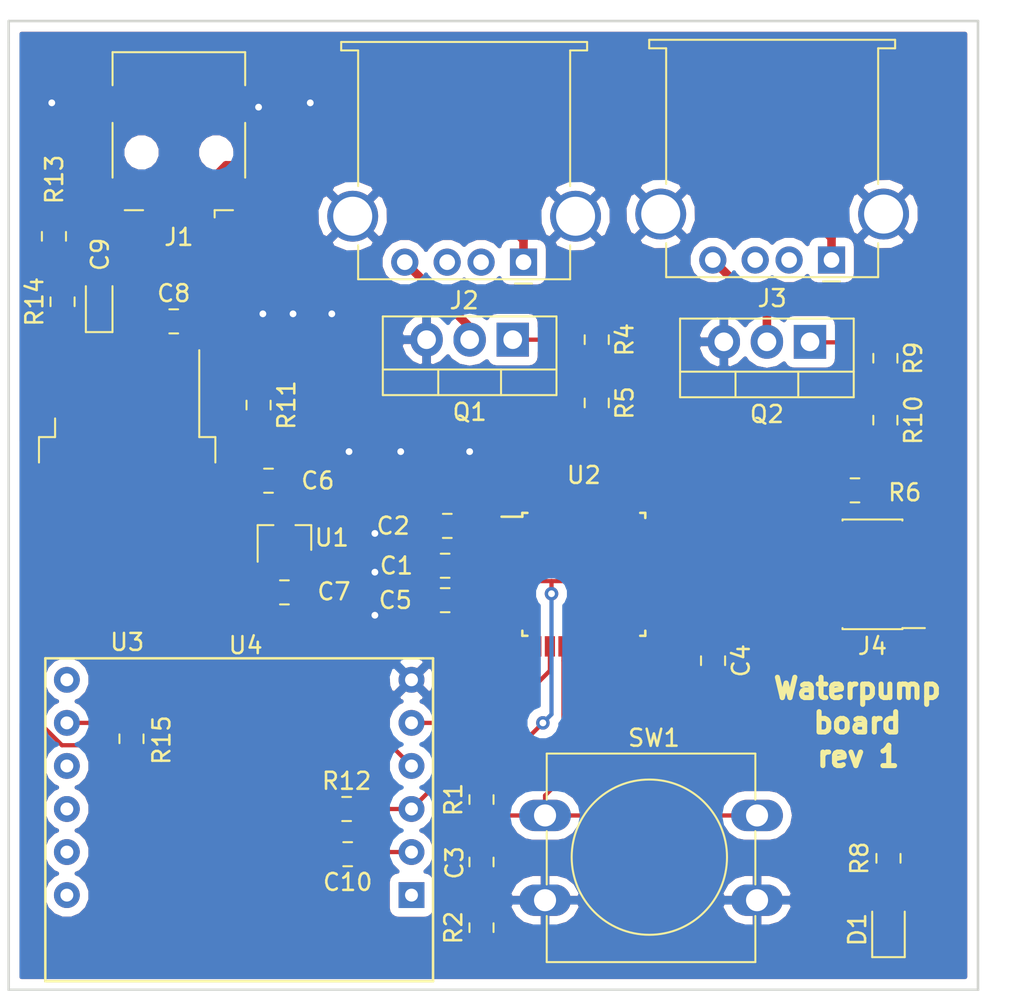
<source format=kicad_pcb>
(kicad_pcb (version 20171130) (host pcbnew 5.0.2-bee76a0~70~ubuntu18.04.1)

  (general
    (thickness 1.6)
    (drawings 8)
    (tracks 162)
    (zones 0)
    (modules 35)
    (nets 54)
  )

  (page A4)
  (layers
    (0 F.Cu signal)
    (31 B.Cu signal)
    (32 B.Adhes user)
    (33 F.Adhes user)
    (34 B.Paste user)
    (35 F.Paste user)
    (36 B.SilkS user)
    (37 F.SilkS user)
    (38 B.Mask user)
    (39 F.Mask user)
    (40 Dwgs.User user)
    (41 Cmts.User user)
    (42 Eco1.User user)
    (43 Eco2.User user)
    (44 Edge.Cuts user)
    (45 Margin user)
    (46 B.CrtYd user)
    (47 F.CrtYd user)
    (48 B.Fab user)
    (49 F.Fab user)
  )

  (setup
    (last_trace_width 0.25)
    (trace_clearance 0.2)
    (zone_clearance 0.508)
    (zone_45_only no)
    (trace_min 0.2)
    (segment_width 0.2)
    (edge_width 0.15)
    (via_size 0.8)
    (via_drill 0.4)
    (via_min_size 0.4)
    (via_min_drill 0.3)
    (uvia_size 0.3)
    (uvia_drill 0.1)
    (uvias_allowed no)
    (uvia_min_size 0.2)
    (uvia_min_drill 0.1)
    (pcb_text_width 0.3)
    (pcb_text_size 1.5 1.5)
    (mod_edge_width 0.15)
    (mod_text_size 1 1)
    (mod_text_width 0.15)
    (pad_size 1.524 1.524)
    (pad_drill 0.762)
    (pad_to_mask_clearance 0.051)
    (solder_mask_min_width 0.25)
    (aux_axis_origin 0 0)
    (visible_elements FFFFFF7F)
    (pcbplotparams
      (layerselection 0x010fc_ffffffff)
      (usegerberextensions false)
      (usegerberattributes true)
      (usegerberadvancedattributes false)
      (creategerberjobfile false)
      (excludeedgelayer true)
      (linewidth 0.150000)
      (plotframeref false)
      (viasonmask false)
      (mode 1)
      (useauxorigin true)
      (hpglpennumber 1)
      (hpglpenspeed 20)
      (hpglpendiameter 15.000000)
      (psnegative false)
      (psa4output false)
      (plotreference true)
      (plotvalue true)
      (plotinvisibletext false)
      (padsonsilk false)
      (subtractmaskfromsilk false)
      (outputformat 1)
      (mirror false)
      (drillshape 0)
      (scaleselection 1)
      (outputdirectory "waterpump_rev1/"))
  )

  (net 0 "")
  (net 1 GND)
  (net 2 +3V3)
  (net 3 "Net-(C3-Pad2)")
  (net 4 /REQ_WATER_PLANT)
  (net 5 +5V)
  (net 6 +4V)
  (net 7 "Net-(J1-Pad2)")
  (net 8 "Net-(J1-Pad3)")
  (net 9 "Net-(J1-Pad4)")
  (net 10 "Net-(J2-Pad4)")
  (net 11 "Net-(J2-Pad3)")
  (net 12 "Net-(J2-Pad2)")
  (net 13 "Net-(J3-Pad2)")
  (net 14 "Net-(J3-Pad3)")
  (net 15 "Net-(J3-Pad4)")
  (net 16 /SWD_IO)
  (net 17 /SWD_CLK)
  (net 18 "Net-(J4-Pad6)")
  (net 19 "Net-(J4-Pad7)")
  (net 20 "Net-(J4-Pad8)")
  (net 21 /SWD_RESET)
  (net 22 "Net-(Q1-Pad1)")
  (net 23 "Net-(Q2-Pad1)")
  (net 24 /ENABLE_PUMP1)
  (net 25 "Net-(R8-Pad1)")
  (net 26 "Net-(D1-Pad2)")
  (net 27 /ENABLE_PUMP2)
  (net 28 /ENABLE_GSM)
  (net 29 /GSM_RST)
  (net 30 "Net-(R13-Pad1)")
  (net 31 /GSM_DTR)
  (net 32 "Net-(U2-Pad2)")
  (net 33 "Net-(U2-Pad3)")
  (net 34 "Net-(U2-Pad6)")
  (net 35 "Net-(U2-Pad12)")
  (net 36 "Net-(U2-Pad14)")
  (net 37 "Net-(U2-Pad26)")
  (net 38 /GSM_TX)
  (net 39 /GSM_RX)
  (net 40 "Net-(U4-Pad1)")
  (net 41 "Net-(U4-Pad7)")
  (net 42 "Net-(U4-Pad9)")
  (net 43 "Net-(U4-Pad10)")
  (net 44 "Net-(U4-Pad11)")
  (net 45 "Net-(U4-Pad12)")
  (net 46 "Net-(U2-Pad21)")
  (net 47 "Net-(U2-Pad22)")
  (net 48 "Net-(U2-Pad27)")
  (net 49 "Net-(U2-Pad25)")
  (net 50 "Net-(U2-Pad19)")
  (net 51 "Net-(U2-Pad20)")
  (net 52 "Net-(U2-Pad15)")
  (net 53 "Net-(U2-Pad18)")

  (net_class Default "This is the default net class."
    (clearance 0.2)
    (trace_width 0.25)
    (via_dia 0.8)
    (via_drill 0.4)
    (uvia_dia 0.3)
    (uvia_drill 0.1)
    (add_net +3V3)
    (add_net +4V)
    (add_net /ENABLE_GSM)
    (add_net /ENABLE_PUMP1)
    (add_net /ENABLE_PUMP2)
    (add_net /GSM_DTR)
    (add_net /GSM_RST)
    (add_net /GSM_RX)
    (add_net /GSM_TX)
    (add_net /REQ_WATER_PLANT)
    (add_net /SWD_CLK)
    (add_net /SWD_IO)
    (add_net /SWD_RESET)
    (add_net GND)
    (add_net "Net-(C3-Pad2)")
    (add_net "Net-(D1-Pad2)")
    (add_net "Net-(J1-Pad2)")
    (add_net "Net-(J1-Pad3)")
    (add_net "Net-(J1-Pad4)")
    (add_net "Net-(J2-Pad2)")
    (add_net "Net-(J2-Pad3)")
    (add_net "Net-(J3-Pad2)")
    (add_net "Net-(J3-Pad3)")
    (add_net "Net-(J4-Pad6)")
    (add_net "Net-(J4-Pad7)")
    (add_net "Net-(J4-Pad8)")
    (add_net "Net-(Q1-Pad1)")
    (add_net "Net-(Q2-Pad1)")
    (add_net "Net-(R13-Pad1)")
    (add_net "Net-(R8-Pad1)")
    (add_net "Net-(U2-Pad12)")
    (add_net "Net-(U2-Pad14)")
    (add_net "Net-(U2-Pad15)")
    (add_net "Net-(U2-Pad18)")
    (add_net "Net-(U2-Pad19)")
    (add_net "Net-(U2-Pad2)")
    (add_net "Net-(U2-Pad20)")
    (add_net "Net-(U2-Pad21)")
    (add_net "Net-(U2-Pad22)")
    (add_net "Net-(U2-Pad25)")
    (add_net "Net-(U2-Pad26)")
    (add_net "Net-(U2-Pad27)")
    (add_net "Net-(U2-Pad3)")
    (add_net "Net-(U2-Pad6)")
    (add_net "Net-(U4-Pad1)")
    (add_net "Net-(U4-Pad10)")
    (add_net "Net-(U4-Pad11)")
    (add_net "Net-(U4-Pad12)")
    (add_net "Net-(U4-Pad7)")
    (add_net "Net-(U4-Pad9)")
  )

  (net_class PUMP_PWR ""
    (clearance 0.2)
    (trace_width 0.504)
    (via_dia 0.8)
    (via_drill 0.4)
    (uvia_dia 0.3)
    (uvia_drill 0.1)
    (add_net +5V)
    (add_net "Net-(J2-Pad4)")
    (add_net "Net-(J3-Pad4)")
  )

  (module Connector_USB:USB_Mini-B_Lumberg_2486_01_Horizontal (layer F.Cu) (tedit 5AC6B535) (tstamp 5D77006D)
    (at 129.413 85.217 180)
    (descr "USB Mini-B 5-pin SMD connector, http://downloads.lumberg.com/datenblaetter/en/2486_01.pdf")
    (tags "USB USB_B USB_Mini connector")
    (path /5D5FE7C1)
    (attr smd)
    (fp_text reference J1 (at 0 -5 180) (layer F.SilkS)
      (effects (font (size 1 1) (thickness 0.15)))
    )
    (fp_text value USB_B_Mini (at 0 7.5 180) (layer F.Fab)
      (effects (font (size 1 1) (thickness 0.15)))
    )
    (fp_line (start 2.35 -4.2) (end -2.35 -4.2) (layer F.CrtYd) (width 0.05))
    (fp_line (start 2.35 -3.95) (end 2.35 -4.2) (layer F.CrtYd) (width 0.05))
    (fp_line (start 4.35 1.5) (end 5.95 1.5) (layer F.CrtYd) (width 0.05))
    (fp_line (start 4.35 4.2) (end 5.95 4.2) (layer F.CrtYd) (width 0.05))
    (fp_line (start 4.35 6.35) (end 4.35 4.2) (layer F.CrtYd) (width 0.05))
    (fp_line (start 3.91 5.91) (end -3.91 5.91) (layer F.SilkS) (width 0.12))
    (fp_line (start -1.6 -2.85) (end -1.25 -3.35) (layer F.Fab) (width 0.1))
    (fp_line (start -2.11 -3.41) (end -2.11 -3.84) (layer F.SilkS) (width 0.12))
    (fp_text user %R (at 0 1.6) (layer F.Fab)
      (effects (font (size 1 1) (thickness 0.15)))
    )
    (fp_line (start 3.91 5.91) (end 3.91 3.96) (layer F.SilkS) (width 0.12))
    (fp_line (start 3.91 1.74) (end 3.91 -1.49) (layer F.SilkS) (width 0.12))
    (fp_line (start 2.11 -3.41) (end 3.19 -3.41) (layer F.SilkS) (width 0.12))
    (fp_line (start -3.19 -3.41) (end -2.11 -3.41) (layer F.SilkS) (width 0.12))
    (fp_line (start -3.91 1.74) (end -3.91 -1.49) (layer F.SilkS) (width 0.12))
    (fp_line (start -3.91 5.91) (end -3.91 3.96) (layer F.SilkS) (width 0.12))
    (fp_line (start 3.85 5.85) (end 3.85 -3.35) (layer F.Fab) (width 0.1))
    (fp_line (start -3.85 5.85) (end 3.85 5.85) (layer F.Fab) (width 0.1))
    (fp_line (start -3.85 -3.35) (end -3.85 5.85) (layer F.Fab) (width 0.1))
    (fp_line (start -3.85 -3.35) (end 3.85 -3.35) (layer F.Fab) (width 0.1))
    (fp_line (start -4.35 6.35) (end 4.35 6.35) (layer F.CrtYd) (width 0.05))
    (fp_line (start 5.95 -3.95) (end 2.35 -3.95) (layer F.CrtYd) (width 0.05))
    (fp_line (start 5.95 1.5) (end 5.95 4.2) (layer F.CrtYd) (width 0.05))
    (fp_line (start -1.95 -3.35) (end -1.6 -2.85) (layer F.Fab) (width 0.1))
    (fp_line (start 4.35 -1.25) (end 4.35 1.5) (layer F.CrtYd) (width 0.05))
    (fp_line (start 4.35 -1.25) (end 5.95 -1.25) (layer F.CrtYd) (width 0.05))
    (fp_line (start 5.95 -3.95) (end 5.95 -1.25) (layer F.CrtYd) (width 0.05))
    (fp_line (start -2.35 -3.95) (end -2.35 -4.2) (layer F.CrtYd) (width 0.05))
    (fp_line (start -5.95 -3.95) (end -2.35 -3.95) (layer F.CrtYd) (width 0.05))
    (fp_line (start -5.95 -3.95) (end -5.95 -1.25) (layer F.CrtYd) (width 0.05))
    (fp_line (start -4.35 -1.25) (end -5.95 -1.25) (layer F.CrtYd) (width 0.05))
    (fp_line (start -4.35 -1.25) (end -4.35 1.5) (layer F.CrtYd) (width 0.05))
    (fp_line (start -4.35 1.5) (end -5.95 1.5) (layer F.CrtYd) (width 0.05))
    (fp_line (start -5.95 1.5) (end -5.95 4.2) (layer F.CrtYd) (width 0.05))
    (fp_line (start -4.35 4.2) (end -5.95 4.2) (layer F.CrtYd) (width 0.05))
    (fp_line (start -4.35 6.35) (end -4.35 4.2) (layer F.CrtYd) (width 0.05))
    (pad 1 smd rect (at -1.6 -2.7 180) (size 0.5 2) (layers F.Cu F.Paste F.Mask)
      (net 5 +5V))
    (pad 2 smd rect (at -0.8 -2.7 180) (size 0.5 2) (layers F.Cu F.Paste F.Mask)
      (net 7 "Net-(J1-Pad2)"))
    (pad 3 smd rect (at 0 -2.7 180) (size 0.5 2) (layers F.Cu F.Paste F.Mask)
      (net 8 "Net-(J1-Pad3)"))
    (pad 4 smd rect (at 0.8 -2.7 180) (size 0.5 2) (layers F.Cu F.Paste F.Mask)
      (net 9 "Net-(J1-Pad4)"))
    (pad 5 smd rect (at 1.6 -2.7 180) (size 0.5 2) (layers F.Cu F.Paste F.Mask)
      (net 1 GND))
    (pad 6 smd rect (at -4.45 -2.6 180) (size 2 1.7) (layers F.Cu F.Paste F.Mask)
      (net 1 GND))
    (pad 6 smd rect (at -4.45 2.85 180) (size 2 1.7) (layers F.Cu F.Paste F.Mask)
      (net 1 GND))
    (pad 6 smd rect (at 4.45 -2.6 180) (size 2 1.7) (layers F.Cu F.Paste F.Mask)
      (net 1 GND))
    (pad 6 smd rect (at 4.45 2.85 180) (size 2 1.7) (layers F.Cu F.Paste F.Mask)
      (net 1 GND))
    (pad "" np_thru_hole circle (at -2.2 0 180) (size 1 1) (drill 1) (layers *.Cu *.Mask))
    (pad "" np_thru_hole circle (at 2.2 0 180) (size 1 1) (drill 1) (layers *.Cu *.Mask))
    (model ${KISYS3DMOD}/Connector_USB.3dshapes/USB_Mini-B_Lumberg_2486_01_Horizontal.wrl
      (at (xyz 0 0 0))
      (scale (xyz 1 1 1))
      (rotate (xyz 0 0 0))
    )
  )

  (module Resistor_SMD:R_0805_2012Metric (layer F.Cu) (tedit 5B36C52B) (tstamp 5D7ECBF3)
    (at 147.2565 130.952 90)
    (descr "Resistor SMD 0805 (2012 Metric), square (rectangular) end terminal, IPC_7351 nominal, (Body size source: https://docs.google.com/spreadsheets/d/1BsfQQcO9C6DZCsRaXUlFlo91Tg2WpOkGARC1WS5S8t0/edit?usp=sharing), generated with kicad-footprint-generator")
    (tags resistor)
    (path /5D47C6C2)
    (attr smd)
    (fp_text reference R2 (at 0 -1.65 90) (layer F.SilkS)
      (effects (font (size 1 1) (thickness 0.15)))
    )
    (fp_text value 100 (at 0 1.65 90) (layer F.Fab)
      (effects (font (size 1 1) (thickness 0.15)))
    )
    (fp_text user %R (at 0 0 90) (layer F.Fab)
      (effects (font (size 0.5 0.5) (thickness 0.08)))
    )
    (fp_line (start 1.68 0.95) (end -1.68 0.95) (layer F.CrtYd) (width 0.05))
    (fp_line (start 1.68 -0.95) (end 1.68 0.95) (layer F.CrtYd) (width 0.05))
    (fp_line (start -1.68 -0.95) (end 1.68 -0.95) (layer F.CrtYd) (width 0.05))
    (fp_line (start -1.68 0.95) (end -1.68 -0.95) (layer F.CrtYd) (width 0.05))
    (fp_line (start -0.258578 0.71) (end 0.258578 0.71) (layer F.SilkS) (width 0.12))
    (fp_line (start -0.258578 -0.71) (end 0.258578 -0.71) (layer F.SilkS) (width 0.12))
    (fp_line (start 1 0.6) (end -1 0.6) (layer F.Fab) (width 0.1))
    (fp_line (start 1 -0.6) (end 1 0.6) (layer F.Fab) (width 0.1))
    (fp_line (start -1 -0.6) (end 1 -0.6) (layer F.Fab) (width 0.1))
    (fp_line (start -1 0.6) (end -1 -0.6) (layer F.Fab) (width 0.1))
    (pad 2 smd roundrect (at 0.9375 0 90) (size 0.975 1.4) (layers F.Cu F.Paste F.Mask) (roundrect_rratio 0.25)
      (net 3 "Net-(C3-Pad2)"))
    (pad 1 smd roundrect (at -0.9375 0 90) (size 0.975 1.4) (layers F.Cu F.Paste F.Mask) (roundrect_rratio 0.25)
      (net 1 GND))
    (model ${KISYS3DMOD}/Resistor_SMD.3dshapes/R_0805_2012Metric.wrl
      (at (xyz 0 0 0))
      (scale (xyz 1 1 1))
      (rotate (xyz 0 0 0))
    )
  )

  (module Resistor_SMD:R_0805_2012Metric (layer F.Cu) (tedit 5B36C52B) (tstamp 5D6AB672)
    (at 147.2565 127.0785 270)
    (descr "Resistor SMD 0805 (2012 Metric), square (rectangular) end terminal, IPC_7351 nominal, (Body size source: https://docs.google.com/spreadsheets/d/1BsfQQcO9C6DZCsRaXUlFlo91Tg2WpOkGARC1WS5S8t0/edit?usp=sharing), generated with kicad-footprint-generator")
    (tags resistor)
    (path /5D48109B)
    (attr smd)
    (fp_text reference C3 (at 0.0485 1.5875 270) (layer F.SilkS)
      (effects (font (size 1 1) (thickness 0.15)))
    )
    (fp_text value 100nF (at 0 1.65 270) (layer F.Fab)
      (effects (font (size 1 1) (thickness 0.15)))
    )
    (fp_text user %R (at 0 0 270) (layer F.Fab)
      (effects (font (size 0.5 0.5) (thickness 0.08)))
    )
    (fp_line (start 1.68 0.95) (end -1.68 0.95) (layer F.CrtYd) (width 0.05))
    (fp_line (start 1.68 -0.95) (end 1.68 0.95) (layer F.CrtYd) (width 0.05))
    (fp_line (start -1.68 -0.95) (end 1.68 -0.95) (layer F.CrtYd) (width 0.05))
    (fp_line (start -1.68 0.95) (end -1.68 -0.95) (layer F.CrtYd) (width 0.05))
    (fp_line (start -0.258578 0.71) (end 0.258578 0.71) (layer F.SilkS) (width 0.12))
    (fp_line (start -0.258578 -0.71) (end 0.258578 -0.71) (layer F.SilkS) (width 0.12))
    (fp_line (start 1 0.6) (end -1 0.6) (layer F.Fab) (width 0.1))
    (fp_line (start 1 -0.6) (end 1 0.6) (layer F.Fab) (width 0.1))
    (fp_line (start -1 -0.6) (end 1 -0.6) (layer F.Fab) (width 0.1))
    (fp_line (start -1 0.6) (end -1 -0.6) (layer F.Fab) (width 0.1))
    (pad 2 smd roundrect (at 0.9375 0 270) (size 0.975 1.4) (layers F.Cu F.Paste F.Mask) (roundrect_rratio 0.25)
      (net 3 "Net-(C3-Pad2)"))
    (pad 1 smd roundrect (at -0.9375 0 270) (size 0.975 1.4) (layers F.Cu F.Paste F.Mask) (roundrect_rratio 0.25)
      (net 4 /REQ_WATER_PLANT))
    (model ${KISYS3DMOD}/Resistor_SMD.3dshapes/R_0805_2012Metric.wrl
      (at (xyz 0 0 0))
      (scale (xyz 1 1 1))
      (rotate (xyz 0 0 0))
    )
  )

  (module Button_Switch_THT:SW_PUSH-12mm (layer F.Cu) (tedit 5D160D14) (tstamp 5D96E97E)
    (at 163.503 129.333 180)
    (descr "SW PUSH 12mm https://www.e-switch.com/system/asset/product_line/data_sheet/143/TL1100.pdf")
    (tags "tact sw push 12mm")
    (path /5D47AB49)
    (fp_text reference SW1 (at 6.08 9.572 180) (layer F.SilkS)
      (effects (font (size 1 1) (thickness 0.15)))
    )
    (fp_text value SW_Push (at 6.62 9.93 180) (layer F.Fab)
      (effects (font (size 1 1) (thickness 0.15)))
    )
    (fp_line (start 0.25 8.5) (end 12.25 8.5) (layer F.Fab) (width 0.1))
    (fp_line (start 0.25 -3.5) (end 12.25 -3.5) (layer F.Fab) (width 0.1))
    (fp_line (start 12.25 -3.5) (end 12.25 8.5) (layer F.Fab) (width 0.1))
    (fp_text user %R (at 6.35 2.54 180) (layer F.Fab)
      (effects (font (size 1 1) (thickness 0.15)))
    )
    (fp_line (start 0.1 -3.65) (end 12.4 -3.65) (layer F.SilkS) (width 0.12))
    (fp_line (start 12.4 0.93) (end 12.4 4.07) (layer F.SilkS) (width 0.12))
    (fp_line (start 12.4 8.65) (end 0.1 8.65) (layer F.SilkS) (width 0.12))
    (fp_line (start 0.1 -0.93) (end 0.1 -3.65) (layer F.SilkS) (width 0.12))
    (fp_line (start -1.77 -3.75) (end 14.25 -3.75) (layer F.CrtYd) (width 0.05))
    (fp_line (start -1.77 -3.75) (end -1.77 8.75) (layer F.CrtYd) (width 0.05))
    (fp_line (start 14.25 8.75) (end 14.25 -3.75) (layer F.CrtYd) (width 0.05))
    (fp_line (start 14.25 8.75) (end -1.77 8.75) (layer F.CrtYd) (width 0.05))
    (fp_circle (center 6.35 2.54) (end 10.16 5.08) (layer F.SilkS) (width 0.12))
    (fp_line (start 0.25 -3.5) (end 0.25 8.5) (layer F.Fab) (width 0.1))
    (fp_line (start 0.1 8.65) (end 0.1 5.93) (layer F.SilkS) (width 0.12))
    (fp_line (start 0.1 4.07) (end 0.1 0.93) (layer F.SilkS) (width 0.12))
    (fp_line (start 12.4 5.93) (end 12.4 8.65) (layer F.SilkS) (width 0.12))
    (fp_line (start 12.4 -3.65) (end 12.4 -0.93) (layer F.SilkS) (width 0.12))
    (pad 1 thru_hole oval (at 12.5 0 180) (size 3.048 1.85) (drill 1.3) (layers *.Cu *.Mask)
      (net 1 GND))
    (pad 2 thru_hole oval (at 12.5 5 180) (size 3.048 1.85) (drill 1.3) (layers *.Cu *.Mask)
      (net 4 /REQ_WATER_PLANT))
    (pad 1 thru_hole oval (at 0 0 180) (size 3.048 1.85) (drill 1.3) (layers *.Cu *.Mask)
      (net 1 GND))
    (pad 2 thru_hole oval (at 0 5 180) (size 3.048 1.85) (drill 1.3) (layers *.Cu *.Mask)
      (net 4 /REQ_WATER_PLANT))
    (model ${KISYS3DMOD}/Button_Switch_THT.3dshapes/SW_PUSH-12mm.wrl
      (at (xyz 0 0 0))
      (scale (xyz 1 1 1))
      (rotate (xyz 0 0 0))
    )
  )

  (module Resistor_SMD:R_0805_2012Metric (layer F.Cu) (tedit 5B36C52B) (tstamp 5D7701A4)
    (at 169.276 105.156 180)
    (descr "Resistor SMD 0805 (2012 Metric), square (rectangular) end terminal, IPC_7351 nominal, (Body size source: https://docs.google.com/spreadsheets/d/1BsfQQcO9C6DZCsRaXUlFlo91Tg2WpOkGARC1WS5S8t0/edit?usp=sharing), generated with kicad-footprint-generator")
    (tags resistor)
    (path /5D4B236D)
    (attr smd)
    (fp_text reference R6 (at -2.936 -0.127 180) (layer F.SilkS)
      (effects (font (size 1 1) (thickness 0.15)))
    )
    (fp_text value 10k (at 0 1.65 180) (layer F.Fab)
      (effects (font (size 1 1) (thickness 0.15)))
    )
    (fp_text user %R (at 0 0 180) (layer F.Fab)
      (effects (font (size 0.5 0.5) (thickness 0.08)))
    )
    (fp_line (start 1.68 0.95) (end -1.68 0.95) (layer F.CrtYd) (width 0.05))
    (fp_line (start 1.68 -0.95) (end 1.68 0.95) (layer F.CrtYd) (width 0.05))
    (fp_line (start -1.68 -0.95) (end 1.68 -0.95) (layer F.CrtYd) (width 0.05))
    (fp_line (start -1.68 0.95) (end -1.68 -0.95) (layer F.CrtYd) (width 0.05))
    (fp_line (start -0.258578 0.71) (end 0.258578 0.71) (layer F.SilkS) (width 0.12))
    (fp_line (start -0.258578 -0.71) (end 0.258578 -0.71) (layer F.SilkS) (width 0.12))
    (fp_line (start 1 0.6) (end -1 0.6) (layer F.Fab) (width 0.1))
    (fp_line (start 1 -0.6) (end 1 0.6) (layer F.Fab) (width 0.1))
    (fp_line (start -1 -0.6) (end 1 -0.6) (layer F.Fab) (width 0.1))
    (fp_line (start -1 0.6) (end -1 -0.6) (layer F.Fab) (width 0.1))
    (pad 2 smd roundrect (at 0.9375 0 180) (size 0.975 1.4) (layers F.Cu F.Paste F.Mask) (roundrect_rratio 0.25)
      (net 21 /SWD_RESET))
    (pad 1 smd roundrect (at -0.9375 0 180) (size 0.975 1.4) (layers F.Cu F.Paste F.Mask) (roundrect_rratio 0.25)
      (net 2 +3V3))
    (model ${KISYS3DMOD}/Resistor_SMD.3dshapes/R_0805_2012Metric.wrl
      (at (xyz 0 0 0))
      (scale (xyz 1 1 1))
      (rotate (xyz 0 0 0))
    )
  )

  (module Resistor_SMD:R_0805_2012Metric (layer F.Cu) (tedit 5B36C52B) (tstamp 5D67AE10)
    (at 145.1125 109.601 180)
    (descr "Resistor SMD 0805 (2012 Metric), square (rectangular) end terminal, IPC_7351 nominal, (Body size source: https://docs.google.com/spreadsheets/d/1BsfQQcO9C6DZCsRaXUlFlo91Tg2WpOkGARC1WS5S8t0/edit?usp=sharing), generated with kicad-footprint-generator")
    (tags resistor)
    (path /5D4B4E78)
    (attr smd)
    (fp_text reference C1 (at 2.8725 0 180) (layer F.SilkS)
      (effects (font (size 1 1) (thickness 0.15)))
    )
    (fp_text value 100nF (at 0 1.65 180) (layer F.Fab)
      (effects (font (size 1 1) (thickness 0.15)))
    )
    (fp_text user %R (at 0 0 180) (layer F.Fab)
      (effects (font (size 0.5 0.5) (thickness 0.08)))
    )
    (fp_line (start 1.68 0.95) (end -1.68 0.95) (layer F.CrtYd) (width 0.05))
    (fp_line (start 1.68 -0.95) (end 1.68 0.95) (layer F.CrtYd) (width 0.05))
    (fp_line (start -1.68 -0.95) (end 1.68 -0.95) (layer F.CrtYd) (width 0.05))
    (fp_line (start -1.68 0.95) (end -1.68 -0.95) (layer F.CrtYd) (width 0.05))
    (fp_line (start -0.258578 0.71) (end 0.258578 0.71) (layer F.SilkS) (width 0.12))
    (fp_line (start -0.258578 -0.71) (end 0.258578 -0.71) (layer F.SilkS) (width 0.12))
    (fp_line (start 1 0.6) (end -1 0.6) (layer F.Fab) (width 0.1))
    (fp_line (start 1 -0.6) (end 1 0.6) (layer F.Fab) (width 0.1))
    (fp_line (start -1 -0.6) (end 1 -0.6) (layer F.Fab) (width 0.1))
    (fp_line (start -1 0.6) (end -1 -0.6) (layer F.Fab) (width 0.1))
    (pad 2 smd roundrect (at 0.9375 0 180) (size 0.975 1.4) (layers F.Cu F.Paste F.Mask) (roundrect_rratio 0.25)
      (net 1 GND))
    (pad 1 smd roundrect (at -0.9375 0 180) (size 0.975 1.4) (layers F.Cu F.Paste F.Mask) (roundrect_rratio 0.25)
      (net 2 +3V3))
    (model ${KISYS3DMOD}/Resistor_SMD.3dshapes/R_0805_2012Metric.wrl
      (at (xyz 0 0 0))
      (scale (xyz 1 1 1))
      (rotate (xyz 0 0 0))
    )
  )

  (module Resistor_SMD:R_0805_2012Metric (layer F.Cu) (tedit 5B36C52B) (tstamp 5D7EAEE5)
    (at 145.2395 107.2515 180)
    (descr "Resistor SMD 0805 (2012 Metric), square (rectangular) end terminal, IPC_7351 nominal, (Body size source: https://docs.google.com/spreadsheets/d/1BsfQQcO9C6DZCsRaXUlFlo91Tg2WpOkGARC1WS5S8t0/edit?usp=sharing), generated with kicad-footprint-generator")
    (tags resistor)
    (path /5D4B4E22)
    (attr smd)
    (fp_text reference C2 (at 3.19 0 180) (layer F.SilkS)
      (effects (font (size 1 1) (thickness 0.15)))
    )
    (fp_text value 100nF (at 0 1.65 180) (layer F.Fab)
      (effects (font (size 1 1) (thickness 0.15)))
    )
    (fp_line (start -1 0.6) (end -1 -0.6) (layer F.Fab) (width 0.1))
    (fp_line (start -1 -0.6) (end 1 -0.6) (layer F.Fab) (width 0.1))
    (fp_line (start 1 -0.6) (end 1 0.6) (layer F.Fab) (width 0.1))
    (fp_line (start 1 0.6) (end -1 0.6) (layer F.Fab) (width 0.1))
    (fp_line (start -0.258578 -0.71) (end 0.258578 -0.71) (layer F.SilkS) (width 0.12))
    (fp_line (start -0.258578 0.71) (end 0.258578 0.71) (layer F.SilkS) (width 0.12))
    (fp_line (start -1.68 0.95) (end -1.68 -0.95) (layer F.CrtYd) (width 0.05))
    (fp_line (start -1.68 -0.95) (end 1.68 -0.95) (layer F.CrtYd) (width 0.05))
    (fp_line (start 1.68 -0.95) (end 1.68 0.95) (layer F.CrtYd) (width 0.05))
    (fp_line (start 1.68 0.95) (end -1.68 0.95) (layer F.CrtYd) (width 0.05))
    (fp_text user %R (at 0 0 180) (layer F.Fab)
      (effects (font (size 0.5 0.5) (thickness 0.08)))
    )
    (pad 1 smd roundrect (at -0.9375 0 180) (size 0.975 1.4) (layers F.Cu F.Paste F.Mask) (roundrect_rratio 0.25)
      (net 2 +3V3))
    (pad 2 smd roundrect (at 0.9375 0 180) (size 0.975 1.4) (layers F.Cu F.Paste F.Mask) (roundrect_rratio 0.25)
      (net 1 GND))
    (model ${KISYS3DMOD}/Resistor_SMD.3dshapes/R_0805_2012Metric.wrl
      (at (xyz 0 0 0))
      (scale (xyz 1 1 1))
      (rotate (xyz 0 0 0))
    )
  )

  (module Resistor_SMD:R_0805_2012Metric (layer F.Cu) (tedit 5B36C52B) (tstamp 5D76FFE6)
    (at 160.909 115.204 270)
    (descr "Resistor SMD 0805 (2012 Metric), square (rectangular) end terminal, IPC_7351 nominal, (Body size source: https://docs.google.com/spreadsheets/d/1BsfQQcO9C6DZCsRaXUlFlo91Tg2WpOkGARC1WS5S8t0/edit?usp=sharing), generated with kicad-footprint-generator")
    (tags resistor)
    (path /5D4B4D72)
    (attr smd)
    (fp_text reference C4 (at 0 -1.65 270) (layer F.SilkS)
      (effects (font (size 1 1) (thickness 0.15)))
    )
    (fp_text value 100nF (at 0 1.65 270) (layer F.Fab)
      (effects (font (size 1 1) (thickness 0.15)))
    )
    (fp_line (start -1 0.6) (end -1 -0.6) (layer F.Fab) (width 0.1))
    (fp_line (start -1 -0.6) (end 1 -0.6) (layer F.Fab) (width 0.1))
    (fp_line (start 1 -0.6) (end 1 0.6) (layer F.Fab) (width 0.1))
    (fp_line (start 1 0.6) (end -1 0.6) (layer F.Fab) (width 0.1))
    (fp_line (start -0.258578 -0.71) (end 0.258578 -0.71) (layer F.SilkS) (width 0.12))
    (fp_line (start -0.258578 0.71) (end 0.258578 0.71) (layer F.SilkS) (width 0.12))
    (fp_line (start -1.68 0.95) (end -1.68 -0.95) (layer F.CrtYd) (width 0.05))
    (fp_line (start -1.68 -0.95) (end 1.68 -0.95) (layer F.CrtYd) (width 0.05))
    (fp_line (start 1.68 -0.95) (end 1.68 0.95) (layer F.CrtYd) (width 0.05))
    (fp_line (start 1.68 0.95) (end -1.68 0.95) (layer F.CrtYd) (width 0.05))
    (fp_text user %R (at 0 0 270) (layer F.Fab)
      (effects (font (size 0.5 0.5) (thickness 0.08)))
    )
    (pad 1 smd roundrect (at -0.9375 0 270) (size 0.975 1.4) (layers F.Cu F.Paste F.Mask) (roundrect_rratio 0.25)
      (net 2 +3V3))
    (pad 2 smd roundrect (at 0.9375 0 270) (size 0.975 1.4) (layers F.Cu F.Paste F.Mask) (roundrect_rratio 0.25)
      (net 1 GND))
    (model ${KISYS3DMOD}/Resistor_SMD.3dshapes/R_0805_2012Metric.wrl
      (at (xyz 0 0 0))
      (scale (xyz 1 1 1))
      (rotate (xyz 0 0 0))
    )
  )

  (module Resistor_SMD:R_0805_2012Metric (layer F.Cu) (tedit 5B36C52B) (tstamp 5D76FFF7)
    (at 145.1125 111.633 180)
    (descr "Resistor SMD 0805 (2012 Metric), square (rectangular) end terminal, IPC_7351 nominal, (Body size source: https://docs.google.com/spreadsheets/d/1BsfQQcO9C6DZCsRaXUlFlo91Tg2WpOkGARC1WS5S8t0/edit?usp=sharing), generated with kicad-footprint-generator")
    (tags resistor)
    (path /5D4F12F9)
    (attr smd)
    (fp_text reference C5 (at 2.936 0 180) (layer F.SilkS)
      (effects (font (size 1 1) (thickness 0.15)))
    )
    (fp_text value 1uF (at 0 1.65 180) (layer F.Fab)
      (effects (font (size 1 1) (thickness 0.15)))
    )
    (fp_line (start -1 0.6) (end -1 -0.6) (layer F.Fab) (width 0.1))
    (fp_line (start -1 -0.6) (end 1 -0.6) (layer F.Fab) (width 0.1))
    (fp_line (start 1 -0.6) (end 1 0.6) (layer F.Fab) (width 0.1))
    (fp_line (start 1 0.6) (end -1 0.6) (layer F.Fab) (width 0.1))
    (fp_line (start -0.258578 -0.71) (end 0.258578 -0.71) (layer F.SilkS) (width 0.12))
    (fp_line (start -0.258578 0.71) (end 0.258578 0.71) (layer F.SilkS) (width 0.12))
    (fp_line (start -1.68 0.95) (end -1.68 -0.95) (layer F.CrtYd) (width 0.05))
    (fp_line (start -1.68 -0.95) (end 1.68 -0.95) (layer F.CrtYd) (width 0.05))
    (fp_line (start 1.68 -0.95) (end 1.68 0.95) (layer F.CrtYd) (width 0.05))
    (fp_line (start 1.68 0.95) (end -1.68 0.95) (layer F.CrtYd) (width 0.05))
    (fp_text user %R (at 0 0 180) (layer F.Fab)
      (effects (font (size 0.5 0.5) (thickness 0.08)))
    )
    (pad 1 smd roundrect (at -0.9375 0 180) (size 0.975 1.4) (layers F.Cu F.Paste F.Mask) (roundrect_rratio 0.25)
      (net 2 +3V3))
    (pad 2 smd roundrect (at 0.9375 0 180) (size 0.975 1.4) (layers F.Cu F.Paste F.Mask) (roundrect_rratio 0.25)
      (net 1 GND))
    (model ${KISYS3DMOD}/Resistor_SMD.3dshapes/R_0805_2012Metric.wrl
      (at (xyz 0 0 0))
      (scale (xyz 1 1 1))
      (rotate (xyz 0 0 0))
    )
  )

  (module Resistor_SMD:R_0805_2012Metric (layer F.Cu) (tedit 5B36C52B) (tstamp 5D6AB2C0)
    (at 134.6985 104.5845 180)
    (descr "Resistor SMD 0805 (2012 Metric), square (rectangular) end terminal, IPC_7351 nominal, (Body size source: https://docs.google.com/spreadsheets/d/1BsfQQcO9C6DZCsRaXUlFlo91Tg2WpOkGARC1WS5S8t0/edit?usp=sharing), generated with kicad-footprint-generator")
    (tags resistor)
    (path /5D46E705)
    (attr smd)
    (fp_text reference C6 (at -2.906 0 180) (layer F.SilkS)
      (effects (font (size 1 1) (thickness 0.15)))
    )
    (fp_text value 1uF (at 0 1.65 180) (layer F.Fab)
      (effects (font (size 1 1) (thickness 0.15)))
    )
    (fp_text user %R (at -0.3325 0 180) (layer F.Fab)
      (effects (font (size 0.5 0.5) (thickness 0.08)))
    )
    (fp_line (start 1.68 0.95) (end -1.68 0.95) (layer F.CrtYd) (width 0.05))
    (fp_line (start 1.68 -0.95) (end 1.68 0.95) (layer F.CrtYd) (width 0.05))
    (fp_line (start -1.68 -0.95) (end 1.68 -0.95) (layer F.CrtYd) (width 0.05))
    (fp_line (start -1.68 0.95) (end -1.68 -0.95) (layer F.CrtYd) (width 0.05))
    (fp_line (start -0.258578 0.71) (end 0.258578 0.71) (layer F.SilkS) (width 0.12))
    (fp_line (start -0.258578 -0.71) (end 0.258578 -0.71) (layer F.SilkS) (width 0.12))
    (fp_line (start 1 0.6) (end -1 0.6) (layer F.Fab) (width 0.1))
    (fp_line (start 1 -0.6) (end 1 0.6) (layer F.Fab) (width 0.1))
    (fp_line (start -1 -0.6) (end 1 -0.6) (layer F.Fab) (width 0.1))
    (fp_line (start -1 0.6) (end -1 -0.6) (layer F.Fab) (width 0.1))
    (pad 2 smd roundrect (at 0.9375 0 180) (size 0.975 1.4) (layers F.Cu F.Paste F.Mask) (roundrect_rratio 0.25)
      (net 1 GND))
    (pad 1 smd roundrect (at -0.9375 0 180) (size 0.975 1.4) (layers F.Cu F.Paste F.Mask) (roundrect_rratio 0.25)
      (net 5 +5V))
    (model ${KISYS3DMOD}/Resistor_SMD.3dshapes/R_0805_2012Metric.wrl
      (at (xyz 0 0 0))
      (scale (xyz 1 1 1))
      (rotate (xyz 0 0 0))
    )
  )

  (module Resistor_SMD:R_0805_2012Metric (layer F.Cu) (tedit 5B36C52B) (tstamp 5D67B38F)
    (at 135.636 111.1735 180)
    (descr "Resistor SMD 0805 (2012 Metric), square (rectangular) end terminal, IPC_7351 nominal, (Body size source: https://docs.google.com/spreadsheets/d/1BsfQQcO9C6DZCsRaXUlFlo91Tg2WpOkGARC1WS5S8t0/edit?usp=sharing), generated with kicad-footprint-generator")
    (tags resistor)
    (path /5D46E769)
    (attr smd)
    (fp_text reference C7 (at -2.921 0.0485 180) (layer F.SilkS)
      (effects (font (size 1 1) (thickness 0.15)))
    )
    (fp_text value 1uF (at 0 1.65 180) (layer F.Fab)
      (effects (font (size 1 1) (thickness 0.15)))
    )
    (fp_line (start -1 0.6) (end -1 -0.6) (layer F.Fab) (width 0.1))
    (fp_line (start -1 -0.6) (end 1 -0.6) (layer F.Fab) (width 0.1))
    (fp_line (start 1 -0.6) (end 1 0.6) (layer F.Fab) (width 0.1))
    (fp_line (start 1 0.6) (end -1 0.6) (layer F.Fab) (width 0.1))
    (fp_line (start -0.258578 -0.71) (end 0.258578 -0.71) (layer F.SilkS) (width 0.12))
    (fp_line (start -0.258578 0.71) (end 0.258578 0.71) (layer F.SilkS) (width 0.12))
    (fp_line (start -1.68 0.95) (end -1.68 -0.95) (layer F.CrtYd) (width 0.05))
    (fp_line (start -1.68 -0.95) (end 1.68 -0.95) (layer F.CrtYd) (width 0.05))
    (fp_line (start 1.68 -0.95) (end 1.68 0.95) (layer F.CrtYd) (width 0.05))
    (fp_line (start 1.68 0.95) (end -1.68 0.95) (layer F.CrtYd) (width 0.05))
    (fp_text user %R (at 0 0 180) (layer F.Fab)
      (effects (font (size 0.5 0.5) (thickness 0.08)))
    )
    (pad 1 smd roundrect (at -0.9375 0 180) (size 0.975 1.4) (layers F.Cu F.Paste F.Mask) (roundrect_rratio 0.25)
      (net 2 +3V3))
    (pad 2 smd roundrect (at 0.9375 0 180) (size 0.975 1.4) (layers F.Cu F.Paste F.Mask) (roundrect_rratio 0.25)
      (net 1 GND))
    (model ${KISYS3DMOD}/Resistor_SMD.3dshapes/R_0805_2012Metric.wrl
      (at (xyz 0 0 0))
      (scale (xyz 1 1 1))
      (rotate (xyz 0 0 0))
    )
  )

  (module Resistor_SMD:R_0805_2012Metric (layer F.Cu) (tedit 5B36C52B) (tstamp 5D77002A)
    (at 129.1105 95.1865)
    (descr "Resistor SMD 0805 (2012 Metric), square (rectangular) end terminal, IPC_7351 nominal, (Body size source: https://docs.google.com/spreadsheets/d/1BsfQQcO9C6DZCsRaXUlFlo91Tg2WpOkGARC1WS5S8t0/edit?usp=sharing), generated with kicad-footprint-generator")
    (tags resistor)
    (path /5D47CC0B)
    (attr smd)
    (fp_text reference C8 (at 0 -1.65) (layer F.SilkS)
      (effects (font (size 1 1) (thickness 0.15)))
    )
    (fp_text value 1uF (at 0 1.65) (layer F.Fab)
      (effects (font (size 1 1) (thickness 0.15)))
    )
    (fp_text user %R (at 0 0) (layer F.Fab)
      (effects (font (size 0.5 0.5) (thickness 0.08)))
    )
    (fp_line (start 1.68 0.95) (end -1.68 0.95) (layer F.CrtYd) (width 0.05))
    (fp_line (start 1.68 -0.95) (end 1.68 0.95) (layer F.CrtYd) (width 0.05))
    (fp_line (start -1.68 -0.95) (end 1.68 -0.95) (layer F.CrtYd) (width 0.05))
    (fp_line (start -1.68 0.95) (end -1.68 -0.95) (layer F.CrtYd) (width 0.05))
    (fp_line (start -0.258578 0.71) (end 0.258578 0.71) (layer F.SilkS) (width 0.12))
    (fp_line (start -0.258578 -0.71) (end 0.258578 -0.71) (layer F.SilkS) (width 0.12))
    (fp_line (start 1 0.6) (end -1 0.6) (layer F.Fab) (width 0.1))
    (fp_line (start 1 -0.6) (end 1 0.6) (layer F.Fab) (width 0.1))
    (fp_line (start -1 -0.6) (end 1 -0.6) (layer F.Fab) (width 0.1))
    (fp_line (start -1 0.6) (end -1 -0.6) (layer F.Fab) (width 0.1))
    (pad 2 smd roundrect (at 0.9375 0) (size 0.975 1.4) (layers F.Cu F.Paste F.Mask) (roundrect_rratio 0.25)
      (net 1 GND))
    (pad 1 smd roundrect (at -0.9375 0) (size 0.975 1.4) (layers F.Cu F.Paste F.Mask) (roundrect_rratio 0.25)
      (net 5 +5V))
    (model ${KISYS3DMOD}/Resistor_SMD.3dshapes/R_0805_2012Metric.wrl
      (at (xyz 0 0 0))
      (scale (xyz 1 1 1))
      (rotate (xyz 0 0 0))
    )
  )

  (module Resistor_SMD:R_0805_2012Metric (layer F.Cu) (tedit 5B36C52B) (tstamp 5D6ABB2F)
    (at 139.3675 126.619 180)
    (descr "Resistor SMD 0805 (2012 Metric), square (rectangular) end terminal, IPC_7351 nominal, (Body size source: https://docs.google.com/spreadsheets/d/1BsfQQcO9C6DZCsRaXUlFlo91Tg2WpOkGARC1WS5S8t0/edit?usp=sharing), generated with kicad-footprint-generator")
    (tags resistor)
    (path /5D5EAF6B)
    (attr smd)
    (fp_text reference C10 (at 0 -1.65 180) (layer F.SilkS)
      (effects (font (size 1 1) (thickness 0.15)))
    )
    (fp_text value 1uF (at 0 1.65 180) (layer F.Fab)
      (effects (font (size 1 1) (thickness 0.15)))
    )
    (fp_line (start -1 0.6) (end -1 -0.6) (layer F.Fab) (width 0.1))
    (fp_line (start -1 -0.6) (end 1 -0.6) (layer F.Fab) (width 0.1))
    (fp_line (start 1 -0.6) (end 1 0.6) (layer F.Fab) (width 0.1))
    (fp_line (start 1 0.6) (end -1 0.6) (layer F.Fab) (width 0.1))
    (fp_line (start -0.258578 -0.71) (end 0.258578 -0.71) (layer F.SilkS) (width 0.12))
    (fp_line (start -0.258578 0.71) (end 0.258578 0.71) (layer F.SilkS) (width 0.12))
    (fp_line (start -1.68 0.95) (end -1.68 -0.95) (layer F.CrtYd) (width 0.05))
    (fp_line (start -1.68 -0.95) (end 1.68 -0.95) (layer F.CrtYd) (width 0.05))
    (fp_line (start 1.68 -0.95) (end 1.68 0.95) (layer F.CrtYd) (width 0.05))
    (fp_line (start 1.68 0.95) (end -1.68 0.95) (layer F.CrtYd) (width 0.05))
    (fp_text user %R (at 0 0 180) (layer F.Fab)
      (effects (font (size 0.5 0.5) (thickness 0.08)))
    )
    (pad 1 smd roundrect (at -0.9375 0 180) (size 0.975 1.4) (layers F.Cu F.Paste F.Mask) (roundrect_rratio 0.25)
      (net 6 +4V))
    (pad 2 smd roundrect (at 0.9375 0 180) (size 0.975 1.4) (layers F.Cu F.Paste F.Mask) (roundrect_rratio 0.25)
      (net 1 GND))
    (model ${KISYS3DMOD}/Resistor_SMD.3dshapes/R_0805_2012Metric.wrl
      (at (xyz 0 0 0))
      (scale (xyz 1 1 1))
      (rotate (xyz 0 0 0))
    )
  )

  (module Connector_PinHeader_1.27mm:PinHeader_2x05_P1.27mm_Vertical_SMD (layer F.Cu) (tedit 59FED6E3) (tstamp 5D77010A)
    (at 170.307 110.109 180)
    (descr "surface-mounted straight pin header, 2x05, 1.27mm pitch, double rows")
    (tags "Surface mounted pin header SMD 2x05 1.27mm double row")
    (path /5D4AA481)
    (attr smd)
    (fp_text reference J4 (at 0 -4.235 180) (layer F.SilkS)
      (effects (font (size 1 1) (thickness 0.15)))
    )
    (fp_text value Conn_ARM_JTAG_SWD_10 (at 0.254 4.445 180) (layer F.Fab)
      (effects (font (size 1 1) (thickness 0.15)))
    )
    (fp_line (start 1.705 3.175) (end -1.705 3.175) (layer F.Fab) (width 0.1))
    (fp_line (start -1.27 -3.175) (end 1.705 -3.175) (layer F.Fab) (width 0.1))
    (fp_line (start -1.705 3.175) (end -1.705 -2.74) (layer F.Fab) (width 0.1))
    (fp_line (start -1.705 -2.74) (end -1.27 -3.175) (layer F.Fab) (width 0.1))
    (fp_line (start 1.705 -3.175) (end 1.705 3.175) (layer F.Fab) (width 0.1))
    (fp_line (start -1.705 -2.74) (end -2.75 -2.74) (layer F.Fab) (width 0.1))
    (fp_line (start -2.75 -2.74) (end -2.75 -2.34) (layer F.Fab) (width 0.1))
    (fp_line (start -2.75 -2.34) (end -1.705 -2.34) (layer F.Fab) (width 0.1))
    (fp_line (start 1.705 -2.74) (end 2.75 -2.74) (layer F.Fab) (width 0.1))
    (fp_line (start 2.75 -2.74) (end 2.75 -2.34) (layer F.Fab) (width 0.1))
    (fp_line (start 2.75 -2.34) (end 1.705 -2.34) (layer F.Fab) (width 0.1))
    (fp_line (start -1.705 -1.47) (end -2.75 -1.47) (layer F.Fab) (width 0.1))
    (fp_line (start -2.75 -1.47) (end -2.75 -1.07) (layer F.Fab) (width 0.1))
    (fp_line (start -2.75 -1.07) (end -1.705 -1.07) (layer F.Fab) (width 0.1))
    (fp_line (start 1.705 -1.47) (end 2.75 -1.47) (layer F.Fab) (width 0.1))
    (fp_line (start 2.75 -1.47) (end 2.75 -1.07) (layer F.Fab) (width 0.1))
    (fp_line (start 2.75 -1.07) (end 1.705 -1.07) (layer F.Fab) (width 0.1))
    (fp_line (start -1.705 -0.2) (end -2.75 -0.2) (layer F.Fab) (width 0.1))
    (fp_line (start -2.75 -0.2) (end -2.75 0.2) (layer F.Fab) (width 0.1))
    (fp_line (start -2.75 0.2) (end -1.705 0.2) (layer F.Fab) (width 0.1))
    (fp_line (start 1.705 -0.2) (end 2.75 -0.2) (layer F.Fab) (width 0.1))
    (fp_line (start 2.75 -0.2) (end 2.75 0.2) (layer F.Fab) (width 0.1))
    (fp_line (start 2.75 0.2) (end 1.705 0.2) (layer F.Fab) (width 0.1))
    (fp_line (start -1.705 1.07) (end -2.75 1.07) (layer F.Fab) (width 0.1))
    (fp_line (start -2.75 1.07) (end -2.75 1.47) (layer F.Fab) (width 0.1))
    (fp_line (start -2.75 1.47) (end -1.705 1.47) (layer F.Fab) (width 0.1))
    (fp_line (start 1.705 1.07) (end 2.75 1.07) (layer F.Fab) (width 0.1))
    (fp_line (start 2.75 1.07) (end 2.75 1.47) (layer F.Fab) (width 0.1))
    (fp_line (start 2.75 1.47) (end 1.705 1.47) (layer F.Fab) (width 0.1))
    (fp_line (start -1.705 2.34) (end -2.75 2.34) (layer F.Fab) (width 0.1))
    (fp_line (start -2.75 2.34) (end -2.75 2.74) (layer F.Fab) (width 0.1))
    (fp_line (start -2.75 2.74) (end -1.705 2.74) (layer F.Fab) (width 0.1))
    (fp_line (start 1.705 2.34) (end 2.75 2.34) (layer F.Fab) (width 0.1))
    (fp_line (start 2.75 2.34) (end 2.75 2.74) (layer F.Fab) (width 0.1))
    (fp_line (start 2.75 2.74) (end 1.705 2.74) (layer F.Fab) (width 0.1))
    (fp_line (start -1.765 -3.235) (end 1.765 -3.235) (layer F.SilkS) (width 0.12))
    (fp_line (start -1.765 3.235) (end 1.765 3.235) (layer F.SilkS) (width 0.12))
    (fp_line (start -3.09 -3.17) (end -1.765 -3.17) (layer F.SilkS) (width 0.12))
    (fp_line (start -1.765 -3.235) (end -1.765 -3.17) (layer F.SilkS) (width 0.12))
    (fp_line (start 1.765 -3.235) (end 1.765 -3.17) (layer F.SilkS) (width 0.12))
    (fp_line (start -1.765 3.17) (end -1.765 3.235) (layer F.SilkS) (width 0.12))
    (fp_line (start 1.765 3.17) (end 1.765 3.235) (layer F.SilkS) (width 0.12))
    (fp_line (start -4.3 -3.7) (end -4.3 3.7) (layer F.CrtYd) (width 0.05))
    (fp_line (start -4.3 3.7) (end 4.3 3.7) (layer F.CrtYd) (width 0.05))
    (fp_line (start 4.3 3.7) (end 4.3 -3.7) (layer F.CrtYd) (width 0.05))
    (fp_line (start 4.3 -3.7) (end -4.3 -3.7) (layer F.CrtYd) (width 0.05))
    (fp_text user %R (at 0 0 270) (layer F.Fab)
      (effects (font (size 1 1) (thickness 0.15)))
    )
    (pad 1 smd rect (at -1.95 -2.54 180) (size 2.4 0.74) (layers F.Cu F.Paste F.Mask)
      (net 2 +3V3))
    (pad 2 smd rect (at 1.95 -2.54 180) (size 2.4 0.74) (layers F.Cu F.Paste F.Mask)
      (net 16 /SWD_IO))
    (pad 3 smd rect (at -1.95 -1.27 180) (size 2.4 0.74) (layers F.Cu F.Paste F.Mask)
      (net 1 GND))
    (pad 4 smd rect (at 1.95 -1.27 180) (size 2.4 0.74) (layers F.Cu F.Paste F.Mask)
      (net 17 /SWD_CLK))
    (pad 5 smd rect (at -1.95 0 180) (size 2.4 0.74) (layers F.Cu F.Paste F.Mask)
      (net 1 GND))
    (pad 6 smd rect (at 1.95 0 180) (size 2.4 0.74) (layers F.Cu F.Paste F.Mask)
      (net 18 "Net-(J4-Pad6)"))
    (pad 7 smd rect (at -1.95 1.27 180) (size 2.4 0.74) (layers F.Cu F.Paste F.Mask)
      (net 19 "Net-(J4-Pad7)"))
    (pad 8 smd rect (at 1.95 1.27 180) (size 2.4 0.74) (layers F.Cu F.Paste F.Mask)
      (net 20 "Net-(J4-Pad8)"))
    (pad 9 smd rect (at -1.95 2.54 180) (size 2.4 0.74) (layers F.Cu F.Paste F.Mask)
      (net 1 GND))
    (pad 10 smd rect (at 1.95 2.54 180) (size 2.4 0.74) (layers F.Cu F.Paste F.Mask)
      (net 21 /SWD_RESET))
    (model ${KISYS3DMOD}/Connector_PinHeader_1.27mm.3dshapes/PinHeader_2x05_P1.27mm_Vertical_SMD.wrl
      (at (xyz 0 0 0))
      (scale (xyz 1 1 1))
      (rotate (xyz 0 0 0))
    )
  )

  (module Package_TO_SOT_THT:TO-220-3_Vertical (layer F.Cu) (tedit 5AC8BA0D) (tstamp 5D96FDEC)
    (at 149.098 96.266 180)
    (descr "TO-220-3, Vertical, RM 2.54mm, see https://www.vishay.com/docs/66542/to-220-1.pdf")
    (tags "TO-220-3 Vertical RM 2.54mm")
    (path /5D5623FD)
    (fp_text reference Q1 (at 2.54 -4.27 180) (layer F.SilkS)
      (effects (font (size 1 1) (thickness 0.15)))
    )
    (fp_text value IRLB8748PBF (at 2.54 2.5 180) (layer F.Fab)
      (effects (font (size 1 1) (thickness 0.15)))
    )
    (fp_text user %R (at 2.54 -4.27 180) (layer F.Fab)
      (effects (font (size 1 1) (thickness 0.15)))
    )
    (fp_line (start 7.79 -3.4) (end -2.71 -3.4) (layer F.CrtYd) (width 0.05))
    (fp_line (start 7.79 1.51) (end 7.79 -3.4) (layer F.CrtYd) (width 0.05))
    (fp_line (start -2.71 1.51) (end 7.79 1.51) (layer F.CrtYd) (width 0.05))
    (fp_line (start -2.71 -3.4) (end -2.71 1.51) (layer F.CrtYd) (width 0.05))
    (fp_line (start 4.391 -3.27) (end 4.391 -1.76) (layer F.SilkS) (width 0.12))
    (fp_line (start 0.69 -3.27) (end 0.69 -1.76) (layer F.SilkS) (width 0.12))
    (fp_line (start -2.58 -1.76) (end 7.66 -1.76) (layer F.SilkS) (width 0.12))
    (fp_line (start 7.66 -3.27) (end 7.66 1.371) (layer F.SilkS) (width 0.12))
    (fp_line (start -2.58 -3.27) (end -2.58 1.371) (layer F.SilkS) (width 0.12))
    (fp_line (start -2.58 1.371) (end 7.66 1.371) (layer F.SilkS) (width 0.12))
    (fp_line (start -2.58 -3.27) (end 7.66 -3.27) (layer F.SilkS) (width 0.12))
    (fp_line (start 4.39 -3.15) (end 4.39 -1.88) (layer F.Fab) (width 0.1))
    (fp_line (start 0.69 -3.15) (end 0.69 -1.88) (layer F.Fab) (width 0.1))
    (fp_line (start -2.46 -1.88) (end 7.54 -1.88) (layer F.Fab) (width 0.1))
    (fp_line (start 7.54 -3.15) (end -2.46 -3.15) (layer F.Fab) (width 0.1))
    (fp_line (start 7.54 1.25) (end 7.54 -3.15) (layer F.Fab) (width 0.1))
    (fp_line (start -2.46 1.25) (end 7.54 1.25) (layer F.Fab) (width 0.1))
    (fp_line (start -2.46 -3.15) (end -2.46 1.25) (layer F.Fab) (width 0.1))
    (pad 3 thru_hole oval (at 5.08 0 180) (size 1.905 2) (drill 1.1) (layers *.Cu *.Mask)
      (net 1 GND))
    (pad 2 thru_hole oval (at 2.54 0 180) (size 1.905 2) (drill 1.1) (layers *.Cu *.Mask)
      (net 10 "Net-(J2-Pad4)"))
    (pad 1 thru_hole rect (at 0 0 180) (size 1.905 2) (drill 1.1) (layers *.Cu *.Mask)
      (net 22 "Net-(Q1-Pad1)"))
    (model ${KISYS3DMOD}/Package_TO_SOT_THT.3dshapes/TO-220-3_Vertical.wrl
      (at (xyz 0 0 0))
      (scale (xyz 1 1 1))
      (rotate (xyz 0 0 0))
    )
  )

  (module Package_TO_SOT_THT:TO-220-3_Vertical (layer F.Cu) (tedit 5AC8BA0D) (tstamp 5D77013E)
    (at 166.624 96.393 180)
    (descr "TO-220-3, Vertical, RM 2.54mm, see https://www.vishay.com/docs/66542/to-220-1.pdf")
    (tags "TO-220-3 Vertical RM 2.54mm")
    (path /5D5668FB)
    (fp_text reference Q2 (at 2.54 -4.27 180) (layer F.SilkS)
      (effects (font (size 1 1) (thickness 0.15)))
    )
    (fp_text value IRLB8748PBF (at 2.54 2.5 180) (layer F.Fab)
      (effects (font (size 1 1) (thickness 0.15)))
    )
    (fp_line (start -2.46 -3.15) (end -2.46 1.25) (layer F.Fab) (width 0.1))
    (fp_line (start -2.46 1.25) (end 7.54 1.25) (layer F.Fab) (width 0.1))
    (fp_line (start 7.54 1.25) (end 7.54 -3.15) (layer F.Fab) (width 0.1))
    (fp_line (start 7.54 -3.15) (end -2.46 -3.15) (layer F.Fab) (width 0.1))
    (fp_line (start -2.46 -1.88) (end 7.54 -1.88) (layer F.Fab) (width 0.1))
    (fp_line (start 0.69 -3.15) (end 0.69 -1.88) (layer F.Fab) (width 0.1))
    (fp_line (start 4.39 -3.15) (end 4.39 -1.88) (layer F.Fab) (width 0.1))
    (fp_line (start -2.58 -3.27) (end 7.66 -3.27) (layer F.SilkS) (width 0.12))
    (fp_line (start -2.58 1.371) (end 7.66 1.371) (layer F.SilkS) (width 0.12))
    (fp_line (start -2.58 -3.27) (end -2.58 1.371) (layer F.SilkS) (width 0.12))
    (fp_line (start 7.66 -3.27) (end 7.66 1.371) (layer F.SilkS) (width 0.12))
    (fp_line (start -2.58 -1.76) (end 7.66 -1.76) (layer F.SilkS) (width 0.12))
    (fp_line (start 0.69 -3.27) (end 0.69 -1.76) (layer F.SilkS) (width 0.12))
    (fp_line (start 4.391 -3.27) (end 4.391 -1.76) (layer F.SilkS) (width 0.12))
    (fp_line (start -2.71 -3.4) (end -2.71 1.51) (layer F.CrtYd) (width 0.05))
    (fp_line (start -2.71 1.51) (end 7.79 1.51) (layer F.CrtYd) (width 0.05))
    (fp_line (start 7.79 1.51) (end 7.79 -3.4) (layer F.CrtYd) (width 0.05))
    (fp_line (start 7.79 -3.4) (end -2.71 -3.4) (layer F.CrtYd) (width 0.05))
    (fp_text user %R (at 2.54 -4.27 180) (layer F.Fab)
      (effects (font (size 1 1) (thickness 0.15)))
    )
    (pad 1 thru_hole rect (at 0 0 180) (size 1.905 2) (drill 1.1) (layers *.Cu *.Mask)
      (net 23 "Net-(Q2-Pad1)"))
    (pad 2 thru_hole oval (at 2.54 0 180) (size 1.905 2) (drill 1.1) (layers *.Cu *.Mask)
      (net 15 "Net-(J3-Pad4)"))
    (pad 3 thru_hole oval (at 5.08 0 180) (size 1.905 2) (drill 1.1) (layers *.Cu *.Mask)
      (net 1 GND))
    (model ${KISYS3DMOD}/Package_TO_SOT_THT.3dshapes/TO-220-3_Vertical.wrl
      (at (xyz 0 0 0))
      (scale (xyz 1 1 1))
      (rotate (xyz 0 0 0))
    )
  )

  (module Resistor_SMD:R_0805_2012Metric (layer F.Cu) (tedit 5B36C52B) (tstamp 5D77014F)
    (at 147.2565 123.3955 90)
    (descr "Resistor SMD 0805 (2012 Metric), square (rectangular) end terminal, IPC_7351 nominal, (Body size source: https://docs.google.com/spreadsheets/d/1BsfQQcO9C6DZCsRaXUlFlo91Tg2WpOkGARC1WS5S8t0/edit?usp=sharing), generated with kicad-footprint-generator")
    (tags resistor)
    (path /5D47D7D1)
    (attr smd)
    (fp_text reference R1 (at 0 -1.65 90) (layer F.SilkS)
      (effects (font (size 1 1) (thickness 0.15)))
    )
    (fp_text value 4k7 (at 0 1.65 90) (layer F.Fab)
      (effects (font (size 1 1) (thickness 0.15)))
    )
    (fp_line (start -1 0.6) (end -1 -0.6) (layer F.Fab) (width 0.1))
    (fp_line (start -1 -0.6) (end 1 -0.6) (layer F.Fab) (width 0.1))
    (fp_line (start 1 -0.6) (end 1 0.6) (layer F.Fab) (width 0.1))
    (fp_line (start 1 0.6) (end -1 0.6) (layer F.Fab) (width 0.1))
    (fp_line (start -0.258578 -0.71) (end 0.258578 -0.71) (layer F.SilkS) (width 0.12))
    (fp_line (start -0.258578 0.71) (end 0.258578 0.71) (layer F.SilkS) (width 0.12))
    (fp_line (start -1.68 0.95) (end -1.68 -0.95) (layer F.CrtYd) (width 0.05))
    (fp_line (start -1.68 -0.95) (end 1.68 -0.95) (layer F.CrtYd) (width 0.05))
    (fp_line (start 1.68 -0.95) (end 1.68 0.95) (layer F.CrtYd) (width 0.05))
    (fp_line (start 1.68 0.95) (end -1.68 0.95) (layer F.CrtYd) (width 0.05))
    (fp_text user %R (at 0 0 90) (layer F.Fab)
      (effects (font (size 0.5 0.5) (thickness 0.08)))
    )
    (pad 1 smd roundrect (at -0.9375 0 90) (size 0.975 1.4) (layers F.Cu F.Paste F.Mask) (roundrect_rratio 0.25)
      (net 4 /REQ_WATER_PLANT))
    (pad 2 smd roundrect (at 0.9375 0 90) (size 0.975 1.4) (layers F.Cu F.Paste F.Mask) (roundrect_rratio 0.25)
      (net 2 +3V3))
    (model ${KISYS3DMOD}/Resistor_SMD.3dshapes/R_0805_2012Metric.wrl
      (at (xyz 0 0 0))
      (scale (xyz 1 1 1))
      (rotate (xyz 0 0 0))
    )
  )

  (module Resistor_SMD:R_0805_2012Metric (layer F.Cu) (tedit 5B36C52B) (tstamp 5D6AA7BF)
    (at 154.051 96.266 270)
    (descr "Resistor SMD 0805 (2012 Metric), square (rectangular) end terminal, IPC_7351 nominal, (Body size source: https://docs.google.com/spreadsheets/d/1BsfQQcO9C6DZCsRaXUlFlo91Tg2WpOkGARC1WS5S8t0/edit?usp=sharing), generated with kicad-footprint-generator")
    (tags resistor)
    (path /5D567BA2)
    (attr smd)
    (fp_text reference R4 (at 0 -1.65 270) (layer F.SilkS)
      (effects (font (size 1 1) (thickness 0.15)))
    )
    (fp_text value 100 (at 0 1.65 270) (layer F.Fab)
      (effects (font (size 1 1) (thickness 0.15)))
    )
    (fp_text user %R (at 0 0 270) (layer F.Fab)
      (effects (font (size 0.5 0.5) (thickness 0.08)))
    )
    (fp_line (start 1.68 0.95) (end -1.68 0.95) (layer F.CrtYd) (width 0.05))
    (fp_line (start 1.68 -0.95) (end 1.68 0.95) (layer F.CrtYd) (width 0.05))
    (fp_line (start -1.68 -0.95) (end 1.68 -0.95) (layer F.CrtYd) (width 0.05))
    (fp_line (start -1.68 0.95) (end -1.68 -0.95) (layer F.CrtYd) (width 0.05))
    (fp_line (start -0.258578 0.71) (end 0.258578 0.71) (layer F.SilkS) (width 0.12))
    (fp_line (start -0.258578 -0.71) (end 0.258578 -0.71) (layer F.SilkS) (width 0.12))
    (fp_line (start 1 0.6) (end -1 0.6) (layer F.Fab) (width 0.1))
    (fp_line (start 1 -0.6) (end 1 0.6) (layer F.Fab) (width 0.1))
    (fp_line (start -1 -0.6) (end 1 -0.6) (layer F.Fab) (width 0.1))
    (fp_line (start -1 0.6) (end -1 -0.6) (layer F.Fab) (width 0.1))
    (pad 2 smd roundrect (at 0.9375 0 270) (size 0.975 1.4) (layers F.Cu F.Paste F.Mask) (roundrect_rratio 0.25)
      (net 24 /ENABLE_PUMP1))
    (pad 1 smd roundrect (at -0.9375 0 270) (size 0.975 1.4) (layers F.Cu F.Paste F.Mask) (roundrect_rratio 0.25)
      (net 22 "Net-(Q1-Pad1)"))
    (model ${KISYS3DMOD}/Resistor_SMD.3dshapes/R_0805_2012Metric.wrl
      (at (xyz 0 0 0))
      (scale (xyz 1 1 1))
      (rotate (xyz 0 0 0))
    )
  )

  (module Resistor_SMD:R_0805_2012Metric (layer F.Cu) (tedit 5B36C52B) (tstamp 5D770193)
    (at 154.051 99.9975 270)
    (descr "Resistor SMD 0805 (2012 Metric), square (rectangular) end terminal, IPC_7351 nominal, (Body size source: https://docs.google.com/spreadsheets/d/1BsfQQcO9C6DZCsRaXUlFlo91Tg2WpOkGARC1WS5S8t0/edit?usp=sharing), generated with kicad-footprint-generator")
    (tags resistor)
    (path /5D57111A)
    (attr smd)
    (fp_text reference R5 (at 0 -1.65 270) (layer F.SilkS)
      (effects (font (size 1 1) (thickness 0.15)))
    )
    (fp_text value 10k (at 0 1.65 270) (layer F.Fab)
      (effects (font (size 1 1) (thickness 0.15)))
    )
    (fp_line (start -1 0.6) (end -1 -0.6) (layer F.Fab) (width 0.1))
    (fp_line (start -1 -0.6) (end 1 -0.6) (layer F.Fab) (width 0.1))
    (fp_line (start 1 -0.6) (end 1 0.6) (layer F.Fab) (width 0.1))
    (fp_line (start 1 0.6) (end -1 0.6) (layer F.Fab) (width 0.1))
    (fp_line (start -0.258578 -0.71) (end 0.258578 -0.71) (layer F.SilkS) (width 0.12))
    (fp_line (start -0.258578 0.71) (end 0.258578 0.71) (layer F.SilkS) (width 0.12))
    (fp_line (start -1.68 0.95) (end -1.68 -0.95) (layer F.CrtYd) (width 0.05))
    (fp_line (start -1.68 -0.95) (end 1.68 -0.95) (layer F.CrtYd) (width 0.05))
    (fp_line (start 1.68 -0.95) (end 1.68 0.95) (layer F.CrtYd) (width 0.05))
    (fp_line (start 1.68 0.95) (end -1.68 0.95) (layer F.CrtYd) (width 0.05))
    (fp_text user %R (at 0 0 270) (layer F.Fab)
      (effects (font (size 0.5 0.5) (thickness 0.08)))
    )
    (pad 1 smd roundrect (at -0.9375 0 270) (size 0.975 1.4) (layers F.Cu F.Paste F.Mask) (roundrect_rratio 0.25)
      (net 24 /ENABLE_PUMP1))
    (pad 2 smd roundrect (at 0.9375 0 270) (size 0.975 1.4) (layers F.Cu F.Paste F.Mask) (roundrect_rratio 0.25)
      (net 1 GND))
    (model ${KISYS3DMOD}/Resistor_SMD.3dshapes/R_0805_2012Metric.wrl
      (at (xyz 0 0 0))
      (scale (xyz 1 1 1))
      (rotate (xyz 0 0 0))
    )
  )

  (module Resistor_SMD:R_0805_2012Metric (layer F.Cu) (tedit 5B36C52B) (tstamp 5D9727A4)
    (at 171.25188 126.86054 270)
    (descr "Resistor SMD 0805 (2012 Metric), square (rectangular) end terminal, IPC_7351 nominal, (Body size source: https://docs.google.com/spreadsheets/d/1BsfQQcO9C6DZCsRaXUlFlo91Tg2WpOkGARC1WS5S8t0/edit?usp=sharing), generated with kicad-footprint-generator")
    (tags resistor)
    (path /5D46CCAD)
    (attr smd)
    (fp_text reference R8 (at 0 1.70688 270) (layer F.SilkS)
      (effects (font (size 1 1) (thickness 0.15)))
    )
    (fp_text value 330 (at 0 1.65 270) (layer F.Fab)
      (effects (font (size 1 1) (thickness 0.15)))
    )
    (fp_line (start -1 0.6) (end -1 -0.6) (layer F.Fab) (width 0.1))
    (fp_line (start -1 -0.6) (end 1 -0.6) (layer F.Fab) (width 0.1))
    (fp_line (start 1 -0.6) (end 1 0.6) (layer F.Fab) (width 0.1))
    (fp_line (start 1 0.6) (end -1 0.6) (layer F.Fab) (width 0.1))
    (fp_line (start -0.258578 -0.71) (end 0.258578 -0.71) (layer F.SilkS) (width 0.12))
    (fp_line (start -0.258578 0.71) (end 0.258578 0.71) (layer F.SilkS) (width 0.12))
    (fp_line (start -1.68 0.95) (end -1.68 -0.95) (layer F.CrtYd) (width 0.05))
    (fp_line (start -1.68 -0.95) (end 1.68 -0.95) (layer F.CrtYd) (width 0.05))
    (fp_line (start 1.68 -0.95) (end 1.68 0.95) (layer F.CrtYd) (width 0.05))
    (fp_line (start 1.68 0.95) (end -1.68 0.95) (layer F.CrtYd) (width 0.05))
    (fp_text user %R (at 0 0 270) (layer F.Fab)
      (effects (font (size 0.5 0.5) (thickness 0.08)))
    )
    (pad 1 smd roundrect (at -0.9375 0 270) (size 0.975 1.4) (layers F.Cu F.Paste F.Mask) (roundrect_rratio 0.25)
      (net 25 "Net-(R8-Pad1)"))
    (pad 2 smd roundrect (at 0.9375 0 270) (size 0.975 1.4) (layers F.Cu F.Paste F.Mask) (roundrect_rratio 0.25)
      (net 26 "Net-(D1-Pad2)"))
    (model ${KISYS3DMOD}/Resistor_SMD.3dshapes/R_0805_2012Metric.wrl
      (at (xyz 0 0 0))
      (scale (xyz 1 1 1))
      (rotate (xyz 0 0 0))
    )
  )

  (module Resistor_SMD:R_0805_2012Metric (layer F.Cu) (tedit 5B36C52B) (tstamp 5D970761)
    (at 171.069 97.3605 270)
    (descr "Resistor SMD 0805 (2012 Metric), square (rectangular) end terminal, IPC_7351 nominal, (Body size source: https://docs.google.com/spreadsheets/d/1BsfQQcO9C6DZCsRaXUlFlo91Tg2WpOkGARC1WS5S8t0/edit?usp=sharing), generated with kicad-footprint-generator")
    (tags resistor)
    (path /5D566902)
    (attr smd)
    (fp_text reference R9 (at 0 -1.65 270) (layer F.SilkS)
      (effects (font (size 1 1) (thickness 0.15)))
    )
    (fp_text value 100 (at 0 1.65 270) (layer F.Fab)
      (effects (font (size 1 1) (thickness 0.15)))
    )
    (fp_text user %R (at 0 0 270) (layer F.Fab)
      (effects (font (size 0.5 0.5) (thickness 0.08)))
    )
    (fp_line (start 1.68 0.95) (end -1.68 0.95) (layer F.CrtYd) (width 0.05))
    (fp_line (start 1.68 -0.95) (end 1.68 0.95) (layer F.CrtYd) (width 0.05))
    (fp_line (start -1.68 -0.95) (end 1.68 -0.95) (layer F.CrtYd) (width 0.05))
    (fp_line (start -1.68 0.95) (end -1.68 -0.95) (layer F.CrtYd) (width 0.05))
    (fp_line (start -0.258578 0.71) (end 0.258578 0.71) (layer F.SilkS) (width 0.12))
    (fp_line (start -0.258578 -0.71) (end 0.258578 -0.71) (layer F.SilkS) (width 0.12))
    (fp_line (start 1 0.6) (end -1 0.6) (layer F.Fab) (width 0.1))
    (fp_line (start 1 -0.6) (end 1 0.6) (layer F.Fab) (width 0.1))
    (fp_line (start -1 -0.6) (end 1 -0.6) (layer F.Fab) (width 0.1))
    (fp_line (start -1 0.6) (end -1 -0.6) (layer F.Fab) (width 0.1))
    (pad 2 smd roundrect (at 0.9375 0 270) (size 0.975 1.4) (layers F.Cu F.Paste F.Mask) (roundrect_rratio 0.25)
      (net 27 /ENABLE_PUMP2))
    (pad 1 smd roundrect (at -0.9375 0 270) (size 0.975 1.4) (layers F.Cu F.Paste F.Mask) (roundrect_rratio 0.25)
      (net 23 "Net-(Q2-Pad1)"))
    (model ${KISYS3DMOD}/Resistor_SMD.3dshapes/R_0805_2012Metric.wrl
      (at (xyz 0 0 0))
      (scale (xyz 1 1 1))
      (rotate (xyz 0 0 0))
    )
  )

  (module Resistor_SMD:R_0805_2012Metric (layer F.Cu) (tedit 5B36C52B) (tstamp 5D970385)
    (at 171.069 101.0135 270)
    (descr "Resistor SMD 0805 (2012 Metric), square (rectangular) end terminal, IPC_7351 nominal, (Body size source: https://docs.google.com/spreadsheets/d/1BsfQQcO9C6DZCsRaXUlFlo91Tg2WpOkGARC1WS5S8t0/edit?usp=sharing), generated with kicad-footprint-generator")
    (tags resistor)
    (path /5D5795FC)
    (attr smd)
    (fp_text reference R10 (at 0 -1.65 270) (layer F.SilkS)
      (effects (font (size 1 1) (thickness 0.15)))
    )
    (fp_text value 10k (at 0 1.65 270) (layer F.Fab)
      (effects (font (size 1 1) (thickness 0.15)))
    )
    (fp_text user %R (at 0 0 270) (layer F.Fab)
      (effects (font (size 0.5 0.5) (thickness 0.08)))
    )
    (fp_line (start 1.68 0.95) (end -1.68 0.95) (layer F.CrtYd) (width 0.05))
    (fp_line (start 1.68 -0.95) (end 1.68 0.95) (layer F.CrtYd) (width 0.05))
    (fp_line (start -1.68 -0.95) (end 1.68 -0.95) (layer F.CrtYd) (width 0.05))
    (fp_line (start -1.68 0.95) (end -1.68 -0.95) (layer F.CrtYd) (width 0.05))
    (fp_line (start -0.258578 0.71) (end 0.258578 0.71) (layer F.SilkS) (width 0.12))
    (fp_line (start -0.258578 -0.71) (end 0.258578 -0.71) (layer F.SilkS) (width 0.12))
    (fp_line (start 1 0.6) (end -1 0.6) (layer F.Fab) (width 0.1))
    (fp_line (start 1 -0.6) (end 1 0.6) (layer F.Fab) (width 0.1))
    (fp_line (start -1 -0.6) (end 1 -0.6) (layer F.Fab) (width 0.1))
    (fp_line (start -1 0.6) (end -1 -0.6) (layer F.Fab) (width 0.1))
    (pad 2 smd roundrect (at 0.9375 0 270) (size 0.975 1.4) (layers F.Cu F.Paste F.Mask) (roundrect_rratio 0.25)
      (net 1 GND))
    (pad 1 smd roundrect (at -0.9375 0 270) (size 0.975 1.4) (layers F.Cu F.Paste F.Mask) (roundrect_rratio 0.25)
      (net 27 /ENABLE_PUMP2))
    (model ${KISYS3DMOD}/Resistor_SMD.3dshapes/R_0805_2012Metric.wrl
      (at (xyz 0 0 0))
      (scale (xyz 1 1 1))
      (rotate (xyz 0 0 0))
    )
  )

  (module Resistor_SMD:R_0805_2012Metric (layer F.Cu) (tedit 5B36C52B) (tstamp 5D7ECABF)
    (at 134.112 100.1245 270)
    (descr "Resistor SMD 0805 (2012 Metric), square (rectangular) end terminal, IPC_7351 nominal, (Body size source: https://docs.google.com/spreadsheets/d/1BsfQQcO9C6DZCsRaXUlFlo91Tg2WpOkGARC1WS5S8t0/edit?usp=sharing), generated with kicad-footprint-generator")
    (tags resistor)
    (path /5D5D7A05)
    (attr smd)
    (fp_text reference R11 (at 0 -1.65 270) (layer F.SilkS)
      (effects (font (size 1 1) (thickness 0.15)))
    )
    (fp_text value 10k (at 0 1.65 270) (layer F.Fab)
      (effects (font (size 1 1) (thickness 0.15)))
    )
    (fp_text user %R (at 0 0 270) (layer F.Fab)
      (effects (font (size 0.5 0.5) (thickness 0.08)))
    )
    (fp_line (start 1.68 0.95) (end -1.68 0.95) (layer F.CrtYd) (width 0.05))
    (fp_line (start 1.68 -0.95) (end 1.68 0.95) (layer F.CrtYd) (width 0.05))
    (fp_line (start -1.68 -0.95) (end 1.68 -0.95) (layer F.CrtYd) (width 0.05))
    (fp_line (start -1.68 0.95) (end -1.68 -0.95) (layer F.CrtYd) (width 0.05))
    (fp_line (start -0.258578 0.71) (end 0.258578 0.71) (layer F.SilkS) (width 0.12))
    (fp_line (start -0.258578 -0.71) (end 0.258578 -0.71) (layer F.SilkS) (width 0.12))
    (fp_line (start 1 0.6) (end -1 0.6) (layer F.Fab) (width 0.1))
    (fp_line (start 1 -0.6) (end 1 0.6) (layer F.Fab) (width 0.1))
    (fp_line (start -1 -0.6) (end 1 -0.6) (layer F.Fab) (width 0.1))
    (fp_line (start -1 0.6) (end -1 -0.6) (layer F.Fab) (width 0.1))
    (pad 2 smd roundrect (at 0.9375 0 270) (size 0.975 1.4) (layers F.Cu F.Paste F.Mask) (roundrect_rratio 0.25)
      (net 1 GND))
    (pad 1 smd roundrect (at -0.9375 0 270) (size 0.975 1.4) (layers F.Cu F.Paste F.Mask) (roundrect_rratio 0.25)
      (net 28 /ENABLE_GSM))
    (model ${KISYS3DMOD}/Resistor_SMD.3dshapes/R_0805_2012Metric.wrl
      (at (xyz 0 0 0))
      (scale (xyz 1 1 1))
      (rotate (xyz 0 0 0))
    )
  )

  (module Resistor_SMD:R_0805_2012Metric (layer F.Cu) (tedit 5B36C52B) (tstamp 5D7ED41D)
    (at 139.304 123.952)
    (descr "Resistor SMD 0805 (2012 Metric), square (rectangular) end terminal, IPC_7351 nominal, (Body size source: https://docs.google.com/spreadsheets/d/1BsfQQcO9C6DZCsRaXUlFlo91Tg2WpOkGARC1WS5S8t0/edit?usp=sharing), generated with kicad-footprint-generator")
    (tags resistor)
    (path /5D5BCE9E)
    (attr smd)
    (fp_text reference R12 (at 0 -1.65) (layer F.SilkS)
      (effects (font (size 1 1) (thickness 0.15)))
    )
    (fp_text value 10k (at 0 1.65) (layer F.Fab)
      (effects (font (size 1 1) (thickness 0.15)))
    )
    (fp_line (start -1 0.6) (end -1 -0.6) (layer F.Fab) (width 0.1))
    (fp_line (start -1 -0.6) (end 1 -0.6) (layer F.Fab) (width 0.1))
    (fp_line (start 1 -0.6) (end 1 0.6) (layer F.Fab) (width 0.1))
    (fp_line (start 1 0.6) (end -1 0.6) (layer F.Fab) (width 0.1))
    (fp_line (start -0.258578 -0.71) (end 0.258578 -0.71) (layer F.SilkS) (width 0.12))
    (fp_line (start -0.258578 0.71) (end 0.258578 0.71) (layer F.SilkS) (width 0.12))
    (fp_line (start -1.68 0.95) (end -1.68 -0.95) (layer F.CrtYd) (width 0.05))
    (fp_line (start -1.68 -0.95) (end 1.68 -0.95) (layer F.CrtYd) (width 0.05))
    (fp_line (start 1.68 -0.95) (end 1.68 0.95) (layer F.CrtYd) (width 0.05))
    (fp_line (start 1.68 0.95) (end -1.68 0.95) (layer F.CrtYd) (width 0.05))
    (fp_text user %R (at 0 0) (layer F.Fab)
      (effects (font (size 0.5 0.5) (thickness 0.08)))
    )
    (pad 1 smd roundrect (at -0.9375 0) (size 0.975 1.4) (layers F.Cu F.Paste F.Mask) (roundrect_rratio 0.25)
      (net 6 +4V))
    (pad 2 smd roundrect (at 0.9375 0) (size 0.975 1.4) (layers F.Cu F.Paste F.Mask) (roundrect_rratio 0.25)
      (net 29 /GSM_RST))
    (model ${KISYS3DMOD}/Resistor_SMD.3dshapes/R_0805_2012Metric.wrl
      (at (xyz 0 0 0))
      (scale (xyz 1 1 1))
      (rotate (xyz 0 0 0))
    )
  )

  (module Resistor_SMD:R_0805_2012Metric (layer F.Cu) (tedit 5B36C52B) (tstamp 5D6AAEDD)
    (at 122.047 90.17 90)
    (descr "Resistor SMD 0805 (2012 Metric), square (rectangular) end terminal, IPC_7351 nominal, (Body size source: https://docs.google.com/spreadsheets/d/1BsfQQcO9C6DZCsRaXUlFlo91Tg2WpOkGARC1WS5S8t0/edit?usp=sharing), generated with kicad-footprint-generator")
    (tags resistor)
    (path /5D55423D)
    (attr smd)
    (fp_text reference R13 (at 3.3528 0.0254 90) (layer F.SilkS)
      (effects (font (size 1 1) (thickness 0.15)))
    )
    (fp_text value 1k (at 0 1.65 90) (layer F.Fab)
      (effects (font (size 1 1) (thickness 0.15)))
    )
    (fp_text user %R (at 0 0 90) (layer F.Fab)
      (effects (font (size 0.5 0.5) (thickness 0.08)))
    )
    (fp_line (start 1.68 0.95) (end -1.68 0.95) (layer F.CrtYd) (width 0.05))
    (fp_line (start 1.68 -0.95) (end 1.68 0.95) (layer F.CrtYd) (width 0.05))
    (fp_line (start -1.68 -0.95) (end 1.68 -0.95) (layer F.CrtYd) (width 0.05))
    (fp_line (start -1.68 0.95) (end -1.68 -0.95) (layer F.CrtYd) (width 0.05))
    (fp_line (start -0.258578 0.71) (end 0.258578 0.71) (layer F.SilkS) (width 0.12))
    (fp_line (start -0.258578 -0.71) (end 0.258578 -0.71) (layer F.SilkS) (width 0.12))
    (fp_line (start 1 0.6) (end -1 0.6) (layer F.Fab) (width 0.1))
    (fp_line (start 1 -0.6) (end 1 0.6) (layer F.Fab) (width 0.1))
    (fp_line (start -1 -0.6) (end 1 -0.6) (layer F.Fab) (width 0.1))
    (fp_line (start -1 0.6) (end -1 -0.6) (layer F.Fab) (width 0.1))
    (pad 2 smd roundrect (at 0.9375 0 90) (size 0.975 1.4) (layers F.Cu F.Paste F.Mask) (roundrect_rratio 0.25)
      (net 1 GND))
    (pad 1 smd roundrect (at -0.9375 0 90) (size 0.975 1.4) (layers F.Cu F.Paste F.Mask) (roundrect_rratio 0.25)
      (net 30 "Net-(R13-Pad1)"))
    (model ${KISYS3DMOD}/Resistor_SMD.3dshapes/R_0805_2012Metric.wrl
      (at (xyz 0 0 0))
      (scale (xyz 1 1 1))
      (rotate (xyz 0 0 0))
    )
  )

  (module Resistor_SMD:R_0805_2012Metric (layer F.Cu) (tedit 5D67A069) (tstamp 5D7ED5D6)
    (at 122.555 94.0285 90)
    (descr "Resistor SMD 0805 (2012 Metric), square (rectangular) end terminal, IPC_7351 nominal, (Body size source: https://docs.google.com/spreadsheets/d/1BsfQQcO9C6DZCsRaXUlFlo91Tg2WpOkGARC1WS5S8t0/edit?usp=sharing), generated with kicad-footprint-generator")
    (tags resistor)
    (path /5D554319)
    (attr smd)
    (fp_text reference R14 (at 0 -1.65 90) (layer F.SilkS)
      (effects (font (size 1 1) (thickness 0.15)))
    )
    (fp_text value 2.2k (at 0 1.65 90) (layer F.Fab)
      (effects (font (size 1 1) (thickness 0.15)))
    )
    (fp_line (start -1 0.6) (end -1 -0.6) (layer F.Fab) (width 0.1))
    (fp_line (start -1 -0.6) (end 1 -0.6) (layer F.Fab) (width 0.1))
    (fp_line (start 1 -0.6) (end 1 0.6) (layer F.Fab) (width 0.1))
    (fp_line (start 1 0.6) (end -1 0.6) (layer F.Fab) (width 0.1))
    (fp_line (start -0.258578 -0.71) (end 0.258578 -0.71) (layer F.SilkS) (width 0.12))
    (fp_line (start -0.258578 0.71) (end 0.258578 0.71) (layer F.SilkS) (width 0.12))
    (fp_line (start -1.68 0.95) (end -1.68 -0.95) (layer F.CrtYd) (width 0.05))
    (fp_line (start -1.68 -0.95) (end 1.68 -0.95) (layer F.CrtYd) (width 0.05))
    (fp_line (start 1.68 -0.95) (end 1.68 0.95) (layer F.CrtYd) (width 0.05))
    (fp_line (start 1.68 0.95) (end -1.68 0.95) (layer F.CrtYd) (width 0.05))
    (fp_text user %R (at 0 0 90) (layer F.Fab)
      (effects (font (size 0.5 0.5) (thickness 0.08)))
    )
    (pad 1 smd roundrect (at -0.9375 0 90) (size 0.975 1.4) (layers F.Cu F.Paste F.Mask) (roundrect_rratio 0.25)
      (net 6 +4V))
    (pad 2 smd roundrect (at 0.9375 0 90) (size 0.975 1.4) (layers F.Cu F.Paste F.Mask) (roundrect_rratio 0.25)
      (net 30 "Net-(R13-Pad1)"))
    (model ${KISYS3DMOD}/Resistor_SMD.3dshapes/R_0805_2012Metric.wrl
      (at (xyz 0 0 0))
      (scale (xyz 1 1 1))
      (rotate (xyz 0 0 0))
    )
  )

  (module Resistor_SMD:R_0805_2012Metric (layer F.Cu) (tedit 5B36C52B) (tstamp 5D77023D)
    (at 126.619 119.8095 90)
    (descr "Resistor SMD 0805 (2012 Metric), square (rectangular) end terminal, IPC_7351 nominal, (Body size source: https://docs.google.com/spreadsheets/d/1BsfQQcO9C6DZCsRaXUlFlo91Tg2WpOkGARC1WS5S8t0/edit?usp=sharing), generated with kicad-footprint-generator")
    (tags resistor)
    (path /5D582C66)
    (attr smd)
    (fp_text reference R15 (at -0.0785 1.778 90) (layer F.SilkS)
      (effects (font (size 1 1) (thickness 0.15)))
    )
    (fp_text value 10k (at 0 1.65 90) (layer F.Fab)
      (effects (font (size 1 1) (thickness 0.15)))
    )
    (fp_text user %R (at 0 0 90) (layer F.Fab)
      (effects (font (size 0.5 0.5) (thickness 0.08)))
    )
    (fp_line (start 1.68 0.95) (end -1.68 0.95) (layer F.CrtYd) (width 0.05))
    (fp_line (start 1.68 -0.95) (end 1.68 0.95) (layer F.CrtYd) (width 0.05))
    (fp_line (start -1.68 -0.95) (end 1.68 -0.95) (layer F.CrtYd) (width 0.05))
    (fp_line (start -1.68 0.95) (end -1.68 -0.95) (layer F.CrtYd) (width 0.05))
    (fp_line (start -0.258578 0.71) (end 0.258578 0.71) (layer F.SilkS) (width 0.12))
    (fp_line (start -0.258578 -0.71) (end 0.258578 -0.71) (layer F.SilkS) (width 0.12))
    (fp_line (start 1 0.6) (end -1 0.6) (layer F.Fab) (width 0.1))
    (fp_line (start 1 -0.6) (end 1 0.6) (layer F.Fab) (width 0.1))
    (fp_line (start -1 -0.6) (end 1 -0.6) (layer F.Fab) (width 0.1))
    (fp_line (start -1 0.6) (end -1 -0.6) (layer F.Fab) (width 0.1))
    (pad 2 smd roundrect (at 0.9375 0 90) (size 0.975 1.4) (layers F.Cu F.Paste F.Mask) (roundrect_rratio 0.25)
      (net 31 /GSM_DTR))
    (pad 1 smd roundrect (at -0.9375 0 90) (size 0.975 1.4) (layers F.Cu F.Paste F.Mask) (roundrect_rratio 0.25)
      (net 6 +4V))
    (model ${KISYS3DMOD}/Resistor_SMD.3dshapes/R_0805_2012Metric.wrl
      (at (xyz 0 0 0))
      (scale (xyz 1 1 1))
      (rotate (xyz 0 0 0))
    )
  )

  (module Package_TO_SOT_SMD:SOT-23 (layer F.Cu) (tedit 5A02FF57) (tstamp 5D770252)
    (at 135.6385 107.966 90)
    (descr "SOT-23, Standard")
    (tags SOT-23)
    (path /5D53A818)
    (attr smd)
    (fp_text reference U1 (at 0.016 2.7915 180) (layer F.SilkS)
      (effects (font (size 1 1) (thickness 0.15)))
    )
    (fp_text value MCP1700-3302E_SOT23 (at 0 2.5 90) (layer F.Fab)
      (effects (font (size 1 1) (thickness 0.15)))
    )
    (fp_text user %R (at 0 0 180) (layer F.Fab)
      (effects (font (size 0.5 0.5) (thickness 0.075)))
    )
    (fp_line (start -0.7 -0.95) (end -0.7 1.5) (layer F.Fab) (width 0.1))
    (fp_line (start -0.15 -1.52) (end 0.7 -1.52) (layer F.Fab) (width 0.1))
    (fp_line (start -0.7 -0.95) (end -0.15 -1.52) (layer F.Fab) (width 0.1))
    (fp_line (start 0.7 -1.52) (end 0.7 1.52) (layer F.Fab) (width 0.1))
    (fp_line (start -0.7 1.52) (end 0.7 1.52) (layer F.Fab) (width 0.1))
    (fp_line (start 0.76 1.58) (end 0.76 0.65) (layer F.SilkS) (width 0.12))
    (fp_line (start 0.76 -1.58) (end 0.76 -0.65) (layer F.SilkS) (width 0.12))
    (fp_line (start -1.7 -1.75) (end 1.7 -1.75) (layer F.CrtYd) (width 0.05))
    (fp_line (start 1.7 -1.75) (end 1.7 1.75) (layer F.CrtYd) (width 0.05))
    (fp_line (start 1.7 1.75) (end -1.7 1.75) (layer F.CrtYd) (width 0.05))
    (fp_line (start -1.7 1.75) (end -1.7 -1.75) (layer F.CrtYd) (width 0.05))
    (fp_line (start 0.76 -1.58) (end -1.4 -1.58) (layer F.SilkS) (width 0.12))
    (fp_line (start 0.76 1.58) (end -0.7 1.58) (layer F.SilkS) (width 0.12))
    (pad 1 smd rect (at -1 -0.95 90) (size 0.9 0.8) (layers F.Cu F.Paste F.Mask)
      (net 1 GND))
    (pad 2 smd rect (at -1 0.95 90) (size 0.9 0.8) (layers F.Cu F.Paste F.Mask)
      (net 2 +3V3))
    (pad 3 smd rect (at 1 0 90) (size 0.9 0.8) (layers F.Cu F.Paste F.Mask)
      (net 5 +5V))
    (model ${KISYS3DMOD}/Package_TO_SOT_SMD.3dshapes/SOT-23.wrl
      (at (xyz 0 0 0))
      (scale (xyz 1 1 1))
      (rotate (xyz 0 0 0))
    )
  )

  (module Package_QFP:LQFP-32_7x7mm_P0.8mm (layer F.Cu) (tedit 5A02F146) (tstamp 5D770289)
    (at 153.289 110.109)
    (descr "LQFP32: plastic low profile quad flat package; 32 leads; body 7 x 7 x 1.4 mm (see NXP sot358-1_po.pdf and sot358-1_fr.pdf)")
    (tags "QFP 0.8")
    (path /5D46CB6D)
    (attr smd)
    (fp_text reference U2 (at 0 -5.85) (layer F.SilkS)
      (effects (font (size 1 1) (thickness 0.15)))
    )
    (fp_text value STM32L051K6Tx (at 0 5.85) (layer F.Fab)
      (effects (font (size 1 1) (thickness 0.15)))
    )
    (fp_text user %R (at 0 0) (layer F.Fab)
      (effects (font (size 1 1) (thickness 0.15)))
    )
    (fp_line (start -2.5 -3.5) (end 3.5 -3.5) (layer F.Fab) (width 0.15))
    (fp_line (start 3.5 -3.5) (end 3.5 3.5) (layer F.Fab) (width 0.15))
    (fp_line (start 3.5 3.5) (end -3.5 3.5) (layer F.Fab) (width 0.15))
    (fp_line (start -3.5 3.5) (end -3.5 -2.5) (layer F.Fab) (width 0.15))
    (fp_line (start -3.5 -2.5) (end -2.5 -3.5) (layer F.Fab) (width 0.15))
    (fp_line (start -5.1 -5.1) (end -5.1 5.1) (layer F.CrtYd) (width 0.05))
    (fp_line (start 5.1 -5.1) (end 5.1 5.1) (layer F.CrtYd) (width 0.05))
    (fp_line (start -5.1 -5.1) (end 5.1 -5.1) (layer F.CrtYd) (width 0.05))
    (fp_line (start -5.1 5.1) (end 5.1 5.1) (layer F.CrtYd) (width 0.05))
    (fp_line (start -3.625 -3.625) (end -3.625 -3.4) (layer F.SilkS) (width 0.15))
    (fp_line (start 3.625 -3.625) (end 3.625 -3.325) (layer F.SilkS) (width 0.15))
    (fp_line (start 3.625 3.625) (end 3.625 3.325) (layer F.SilkS) (width 0.15))
    (fp_line (start -3.625 3.625) (end -3.625 3.325) (layer F.SilkS) (width 0.15))
    (fp_line (start -3.625 -3.625) (end -3.325 -3.625) (layer F.SilkS) (width 0.15))
    (fp_line (start -3.625 3.625) (end -3.325 3.625) (layer F.SilkS) (width 0.15))
    (fp_line (start 3.625 3.625) (end 3.325 3.625) (layer F.SilkS) (width 0.15))
    (fp_line (start 3.625 -3.625) (end 3.325 -3.625) (layer F.SilkS) (width 0.15))
    (fp_line (start -3.625 -3.4) (end -4.85 -3.4) (layer F.SilkS) (width 0.15))
    (pad 1 smd rect (at -4.25 -2.8) (size 1.2 0.6) (layers F.Cu F.Paste F.Mask)
      (net 2 +3V3))
    (pad 2 smd rect (at -4.25 -2) (size 1.2 0.6) (layers F.Cu F.Paste F.Mask)
      (net 32 "Net-(U2-Pad2)"))
    (pad 3 smd rect (at -4.25 -1.2) (size 1.2 0.6) (layers F.Cu F.Paste F.Mask)
      (net 33 "Net-(U2-Pad3)"))
    (pad 4 smd rect (at -4.25 -0.4) (size 1.2 0.6) (layers F.Cu F.Paste F.Mask)
      (net 21 /SWD_RESET))
    (pad 5 smd rect (at -4.25 0.4) (size 1.2 0.6) (layers F.Cu F.Paste F.Mask)
      (net 2 +3V3))
    (pad 6 smd rect (at -4.25 1.2) (size 1.2 0.6) (layers F.Cu F.Paste F.Mask)
      (net 34 "Net-(U2-Pad6)"))
    (pad 7 smd rect (at -4.25 2) (size 1.2 0.6) (layers F.Cu F.Paste F.Mask)
      (net 31 /GSM_DTR))
    (pad 8 smd rect (at -4.25 2.8) (size 1.2 0.6) (layers F.Cu F.Paste F.Mask)
      (net 38 /GSM_TX))
    (pad 9 smd rect (at -2.8 4.25 90) (size 1.2 0.6) (layers F.Cu F.Paste F.Mask)
      (net 39 /GSM_RX))
    (pad 10 smd rect (at -2 4.25 90) (size 1.2 0.6) (layers F.Cu F.Paste F.Mask)
      (net 29 /GSM_RST))
    (pad 11 smd rect (at -1.2 4.25 90) (size 1.2 0.6) (layers F.Cu F.Paste F.Mask)
      (net 4 /REQ_WATER_PLANT))
    (pad 12 smd rect (at -0.4 4.25 90) (size 1.2 0.6) (layers F.Cu F.Paste F.Mask)
      (net 35 "Net-(U2-Pad12)"))
    (pad 13 smd rect (at 0.4 4.25 90) (size 1.2 0.6) (layers F.Cu F.Paste F.Mask)
      (net 25 "Net-(R8-Pad1)"))
    (pad 14 smd rect (at 1.2 4.25 90) (size 1.2 0.6) (layers F.Cu F.Paste F.Mask)
      (net 36 "Net-(U2-Pad14)"))
    (pad 15 smd rect (at 2 4.25 90) (size 1.2 0.6) (layers F.Cu F.Paste F.Mask)
      (net 52 "Net-(U2-Pad15)"))
    (pad 16 smd rect (at 2.8 4.25 90) (size 1.2 0.6) (layers F.Cu F.Paste F.Mask)
      (net 1 GND))
    (pad 17 smd rect (at 4.25 2.8) (size 1.2 0.6) (layers F.Cu F.Paste F.Mask)
      (net 2 +3V3))
    (pad 18 smd rect (at 4.25 2) (size 1.2 0.6) (layers F.Cu F.Paste F.Mask)
      (net 53 "Net-(U2-Pad18)"))
    (pad 19 smd rect (at 4.25 1.2) (size 1.2 0.6) (layers F.Cu F.Paste F.Mask)
      (net 50 "Net-(U2-Pad19)"))
    (pad 20 smd rect (at 4.25 0.4) (size 1.2 0.6) (layers F.Cu F.Paste F.Mask)
      (net 51 "Net-(U2-Pad20)"))
    (pad 21 smd rect (at 4.25 -0.4) (size 1.2 0.6) (layers F.Cu F.Paste F.Mask)
      (net 46 "Net-(U2-Pad21)"))
    (pad 22 smd rect (at 4.25 -1.2) (size 1.2 0.6) (layers F.Cu F.Paste F.Mask)
      (net 47 "Net-(U2-Pad22)"))
    (pad 23 smd rect (at 4.25 -2) (size 1.2 0.6) (layers F.Cu F.Paste F.Mask)
      (net 16 /SWD_IO))
    (pad 24 smd rect (at 4.25 -2.8) (size 1.2 0.6) (layers F.Cu F.Paste F.Mask)
      (net 17 /SWD_CLK))
    (pad 25 smd rect (at 2.8 -4.25 90) (size 1.2 0.6) (layers F.Cu F.Paste F.Mask)
      (net 49 "Net-(U2-Pad25)"))
    (pad 26 smd rect (at 2 -4.25 90) (size 1.2 0.6) (layers F.Cu F.Paste F.Mask)
      (net 37 "Net-(U2-Pad26)"))
    (pad 27 smd rect (at 1.2 -4.25 90) (size 1.2 0.6) (layers F.Cu F.Paste F.Mask)
      (net 48 "Net-(U2-Pad27)"))
    (pad 28 smd rect (at 0.4 -4.25 90) (size 1.2 0.6) (layers F.Cu F.Paste F.Mask)
      (net 27 /ENABLE_PUMP2))
    (pad 29 smd rect (at -0.4 -4.25 90) (size 1.2 0.6) (layers F.Cu F.Paste F.Mask)
      (net 24 /ENABLE_PUMP1))
    (pad 30 smd rect (at -1.2 -4.25 90) (size 1.2 0.6) (layers F.Cu F.Paste F.Mask)
      (net 28 /ENABLE_GSM))
    (pad 31 smd rect (at -2 -4.25 90) (size 1.2 0.6) (layers F.Cu F.Paste F.Mask)
      (net 1 GND))
    (pad 32 smd rect (at -2.8 -4.25 90) (size 1.2 0.6) (layers F.Cu F.Paste F.Mask)
      (net 1 GND))
    (model ${KISYS3DMOD}/Package_QFP.3dshapes/LQFP-32_7x7mm_P0.8mm.wrl
      (at (xyz 0 0 0))
      (scale (xyz 1 1 1))
      (rotate (xyz 0 0 0))
    )
  )

  (module Package_TO_SOT_SMD:TO-263-5_TabPin3 (layer F.Cu) (tedit 5A70FBB6) (tstamp 5D7702B9)
    (at 126.365 104.962 270)
    (descr "TO-263 / D2PAK / DDPAK SMD package, http://www.infineon.com/cms/en/product/packages/PG-TO263/PG-TO263-5-1/")
    (tags "D2PAK DDPAK TO-263 D2PAK-5 TO-263-5 SOT-426")
    (path /5D56B087)
    (attr smd)
    (fp_text reference U3 (at 9.1475 0) (layer F.SilkS)
      (effects (font (size 1 1) (thickness 0.15)))
    )
    (fp_text value MIC37302 (at 0 6.65 270) (layer F.Fab)
      (effects (font (size 1 1) (thickness 0.15)))
    )
    (fp_line (start 6.5 -5) (end 7.5 -5) (layer F.Fab) (width 0.1))
    (fp_line (start 7.5 -5) (end 7.5 5) (layer F.Fab) (width 0.1))
    (fp_line (start 7.5 5) (end 6.5 5) (layer F.Fab) (width 0.1))
    (fp_line (start 6.5 -5) (end 6.5 5) (layer F.Fab) (width 0.1))
    (fp_line (start 6.5 5) (end -2.75 5) (layer F.Fab) (width 0.1))
    (fp_line (start -2.75 5) (end -2.75 -4) (layer F.Fab) (width 0.1))
    (fp_line (start -2.75 -4) (end -1.75 -5) (layer F.Fab) (width 0.1))
    (fp_line (start -1.75 -5) (end 6.5 -5) (layer F.Fab) (width 0.1))
    (fp_line (start -2.75 -3.8) (end -7.45 -3.8) (layer F.Fab) (width 0.1))
    (fp_line (start -7.45 -3.8) (end -7.45 -3) (layer F.Fab) (width 0.1))
    (fp_line (start -7.45 -3) (end -2.75 -3) (layer F.Fab) (width 0.1))
    (fp_line (start -2.75 -2.1) (end -7.45 -2.1) (layer F.Fab) (width 0.1))
    (fp_line (start -7.45 -2.1) (end -7.45 -1.3) (layer F.Fab) (width 0.1))
    (fp_line (start -7.45 -1.3) (end -2.75 -1.3) (layer F.Fab) (width 0.1))
    (fp_line (start -2.75 -0.4) (end -7.45 -0.4) (layer F.Fab) (width 0.1))
    (fp_line (start -7.45 -0.4) (end -7.45 0.4) (layer F.Fab) (width 0.1))
    (fp_line (start -7.45 0.4) (end -2.75 0.4) (layer F.Fab) (width 0.1))
    (fp_line (start -2.75 1.3) (end -7.45 1.3) (layer F.Fab) (width 0.1))
    (fp_line (start -7.45 1.3) (end -7.45 2.1) (layer F.Fab) (width 0.1))
    (fp_line (start -7.45 2.1) (end -2.75 2.1) (layer F.Fab) (width 0.1))
    (fp_line (start -2.75 3) (end -7.45 3) (layer F.Fab) (width 0.1))
    (fp_line (start -7.45 3) (end -7.45 3.8) (layer F.Fab) (width 0.1))
    (fp_line (start -7.45 3.8) (end -2.75 3.8) (layer F.Fab) (width 0.1))
    (fp_line (start -1.45 -5.2) (end -2.95 -5.2) (layer F.SilkS) (width 0.12))
    (fp_line (start -2.95 -5.2) (end -2.95 -4.25) (layer F.SilkS) (width 0.12))
    (fp_line (start -2.95 -4.25) (end -8.075 -4.25) (layer F.SilkS) (width 0.12))
    (fp_line (start -1.45 5.2) (end -2.95 5.2) (layer F.SilkS) (width 0.12))
    (fp_line (start -2.95 5.2) (end -2.95 4.25) (layer F.SilkS) (width 0.12))
    (fp_line (start -2.95 4.25) (end -4.05 4.25) (layer F.SilkS) (width 0.12))
    (fp_line (start -8.32 -5.65) (end -8.32 5.65) (layer F.CrtYd) (width 0.05))
    (fp_line (start -8.32 5.65) (end 8.32 5.65) (layer F.CrtYd) (width 0.05))
    (fp_line (start 8.32 5.65) (end 8.32 -5.65) (layer F.CrtYd) (width 0.05))
    (fp_line (start 8.32 -5.65) (end -8.32 -5.65) (layer F.CrtYd) (width 0.05))
    (fp_text user %R (at 0 0 270) (layer F.Fab)
      (effects (font (size 1 1) (thickness 0.15)))
    )
    (pad 1 smd rect (at -5.775 -3.4 270) (size 4.6 1.1) (layers F.Cu F.Paste F.Mask)
      (net 28 /ENABLE_GSM))
    (pad 2 smd rect (at -5.775 -1.7 270) (size 4.6 1.1) (layers F.Cu F.Paste F.Mask)
      (net 5 +5V))
    (pad 3 smd rect (at -5.775 0 270) (size 4.6 1.1) (layers F.Cu F.Paste F.Mask)
      (net 1 GND))
    (pad 4 smd rect (at -5.775 1.7 270) (size 4.6 1.1) (layers F.Cu F.Paste F.Mask)
      (net 6 +4V))
    (pad 5 smd rect (at -5.775 3.4 270) (size 4.6 1.1) (layers F.Cu F.Paste F.Mask)
      (net 30 "Net-(R13-Pad1)"))
    (pad 3 smd rect (at 3.375 0 270) (size 9.4 10.8) (layers F.Cu F.Mask)
      (net 1 GND))
    (pad "" smd rect (at 5.8 2.775 270) (size 4.55 5.25) (layers F.Paste))
    (pad "" smd rect (at 0.95 -2.775 270) (size 4.55 5.25) (layers F.Paste))
    (pad "" smd rect (at 5.8 -2.775 270) (size 4.55 5.25) (layers F.Paste))
    (pad "" smd rect (at 0.95 2.775 270) (size 4.55 5.25) (layers F.Paste))
    (model ${KISYS3DMOD}/Package_TO_SOT_SMD.3dshapes/TO-263-5_TabPin3.wrl
      (at (xyz 0 0 0))
      (scale (xyz 1 1 1))
      (rotate (xyz 0 0 0))
    )
  )

  (module SIM800L:SIM800L (layer F.Cu) (tedit 5D5EFA3E) (tstamp 5D7702CD)
    (at 132.969 108.712 180)
    (path /5D5A6186)
    (fp_text reference U4 (at -0.381 -5.588 180) (layer F.SilkS)
      (effects (font (size 1 1) (thickness 0.15)))
    )
    (fp_text value SIM800L (at 0 -0.5 180) (layer F.Fab)
      (effects (font (size 1 1) (thickness 0.15)))
    )
    (fp_line (start -11.43 -6.35) (end 11.43 -6.35) (layer F.SilkS) (width 0.15))
    (fp_line (start 11.43 -6.35) (end 11.43 -25.4) (layer F.SilkS) (width 0.15))
    (fp_line (start 11.43 -25.4) (end -11.43 -25.4) (layer F.SilkS) (width 0.15))
    (fp_line (start -11.43 -25.4) (end -11.43 -6.35) (layer F.SilkS) (width 0.15))
    (pad 1 thru_hole rect (at -10.16 -20.32 180) (size 1.524 1.524) (drill 0.762) (layers *.Cu *.Mask)
      (net 40 "Net-(U4-Pad1)"))
    (pad 2 thru_hole circle (at -10.16 -17.78 180) (size 1.524 1.524) (drill 0.762) (layers *.Cu *.Mask)
      (net 6 +4V))
    (pad 3 thru_hole circle (at -10.16 -15.24 180) (size 1.524 1.524) (drill 0.762) (layers *.Cu *.Mask)
      (net 29 /GSM_RST))
    (pad 4 thru_hole circle (at -10.16 -12.7 180) (size 1.524 1.524) (drill 0.762) (layers *.Cu *.Mask)
      (net 38 /GSM_TX))
    (pad 5 thru_hole circle (at -10.16 -10.16 180) (size 1.524 1.524) (drill 0.762) (layers *.Cu *.Mask)
      (net 39 /GSM_RX))
    (pad 6 thru_hole circle (at -10.16 -7.62 180) (size 1.524 1.524) (drill 0.762) (layers *.Cu *.Mask)
      (net 1 GND))
    (pad 7 thru_hole circle (at 10.16 -7.62 180) (size 1.524 1.524) (drill 0.762) (layers *.Cu *.Mask)
      (net 41 "Net-(U4-Pad7)"))
    (pad 8 thru_hole circle (at 10.16 -10.16 180) (size 1.524 1.524) (drill 0.762) (layers *.Cu *.Mask)
      (net 31 /GSM_DTR))
    (pad 9 thru_hole circle (at 10.16 -12.7 180) (size 1.524 1.524) (drill 0.762) (layers *.Cu *.Mask)
      (net 42 "Net-(U4-Pad9)"))
    (pad 10 thru_hole circle (at 10.16 -15.24 180) (size 1.524 1.524) (drill 0.762) (layers *.Cu *.Mask)
      (net 43 "Net-(U4-Pad10)"))
    (pad 11 thru_hole circle (at 10.16 -17.78 180) (size 1.524 1.524) (drill 0.762) (layers *.Cu *.Mask)
      (net 44 "Net-(U4-Pad11)"))
    (pad 12 thru_hole circle (at 10.16 -20.32 180) (size 1.524 1.524) (drill 0.762) (layers *.Cu *.Mask)
      (net 45 "Net-(U4-Pad12)"))
  )

  (module Connector_USB:USB_A_Stewart_SS-52100-001_Horizontal (layer F.Cu) (tedit 5CB49A87) (tstamp 5D7EB035)
    (at 149.733 91.694 180)
    (descr "USB A connector https://belfuse.com/resources/drawings/stewartconnector/dr-stw-ss-52100-001.pdf")
    (tags "USB_A Female Connector receptacle")
    (path /5D47289C)
    (fp_text reference J2 (at 3.5 -2.26 180) (layer F.SilkS)
      (effects (font (size 1 1) (thickness 0.15)))
    )
    (fp_text value USB_A (at 3.5 14.49 180) (layer F.Fab)
      (effects (font (size 1 1) (thickness 0.15)))
    )
    (fp_line (start -5.15 1.99) (end -4.25 0.69) (layer F.CrtYd) (width 0.05))
    (fp_line (start -5.15 3.44) (end -5.15 1.99) (layer F.CrtYd) (width 0.05))
    (fp_line (start -3.25 4.74) (end -4.25 4.74) (layer F.CrtYd) (width 0.05))
    (fp_line (start -5.15 3.44) (end -4.25 4.74) (layer F.CrtYd) (width 0.05))
    (fp_line (start -3.25 0.69) (end -4.25 0.69) (layer F.CrtYd) (width 0.05))
    (fp_line (start 12.15 3.44) (end 11.25 4.74) (layer F.CrtYd) (width 0.05))
    (fp_line (start -3.25 0.69) (end -3.25 -1.51) (layer F.CrtYd) (width 0.05))
    (fp_line (start 10.25 -1.51) (end -3.25 -1.51) (layer F.CrtYd) (width 0.05))
    (fp_line (start 10.25 0.69) (end 10.25 -1.51) (layer F.CrtYd) (width 0.05))
    (fp_line (start 12.15 1.99) (end 12.15 3.44) (layer F.CrtYd) (width 0.05))
    (fp_line (start 10.25 0.69) (end 11.25 0.69) (layer F.CrtYd) (width 0.05))
    (fp_line (start 12.15 1.99) (end 11.25 0.69) (layer F.CrtYd) (width 0.05))
    (fp_line (start 10.75 12.49) (end 10.75 12.99) (layer F.Fab) (width 0.1))
    (fp_line (start 9.75 12.49) (end 10.75 12.49) (layer F.Fab) (width 0.1))
    (fp_line (start -3.75 12.49) (end -2.75 12.49) (layer F.Fab) (width 0.1))
    (fp_line (start -3.75 12.99) (end -3.75 12.49) (layer F.Fab) (width 0.1))
    (fp_line (start -3.75 12.99) (end 10.75 12.99) (layer F.Fab) (width 0.1))
    (fp_line (start -2.75 12.49) (end -2.75 -1.01) (layer F.Fab) (width 0.1))
    (fp_line (start -2.75 -1.01) (end 9.75 -1.01) (layer F.Fab) (width 0.1))
    (fp_line (start 9.75 12.49) (end 9.75 -1.01) (layer F.Fab) (width 0.1))
    (fp_text user %R (at 3.5 5.99 180) (layer F.Fab)
      (effects (font (size 1 1) (thickness 0.15)))
    )
    (fp_line (start -3.75 12.99) (end 10.75 12.99) (layer F.SilkS) (width 0.12))
    (fp_line (start 10.75 12.99) (end 10.75 12.49) (layer F.SilkS) (width 0.12))
    (fp_line (start 10.75 12.49) (end 9.75 12.49) (layer F.SilkS) (width 0.12))
    (fp_line (start 9.75 12.49) (end 9.75 4.49) (layer F.SilkS) (width 0.12))
    (fp_line (start 9.75 0.99) (end 9.75 -1.01) (layer F.SilkS) (width 0.12))
    (fp_line (start 9.75 -1.01) (end -2.75 -1.01) (layer F.SilkS) (width 0.12))
    (fp_line (start -2.75 -1.01) (end -2.75 0.99) (layer F.SilkS) (width 0.12))
    (fp_line (start -2.75 4.49) (end -2.75 12.49) (layer F.SilkS) (width 0.12))
    (fp_line (start -2.75 12.49) (end -3.75 12.49) (layer F.SilkS) (width 0.12))
    (fp_line (start -3.75 12.49) (end -3.75 12.99) (layer F.SilkS) (width 0.12))
    (fp_line (start -0.5 -1.26) (end 0.5 -1.26) (layer F.SilkS) (width 0.12))
    (fp_line (start -0.25 -1.01) (end 0 -0.76) (layer F.Fab) (width 0.1))
    (fp_line (start 0 -0.76) (end 0.25 -1.01) (layer F.Fab) (width 0.1))
    (fp_line (start -3.25 4.74) (end -3.25 11.99) (layer F.CrtYd) (width 0.05))
    (fp_line (start -3.25 11.99) (end -4.25 11.99) (layer F.CrtYd) (width 0.05))
    (fp_line (start -4.25 11.99) (end -4.25 13.49) (layer F.CrtYd) (width 0.05))
    (fp_line (start -4.25 13.49) (end 11.25 13.49) (layer F.CrtYd) (width 0.05))
    (fp_line (start 11.25 13.49) (end 11.25 11.99) (layer F.CrtYd) (width 0.05))
    (fp_line (start 11.25 11.99) (end 10.25 11.99) (layer F.CrtYd) (width 0.05))
    (fp_line (start 10.25 11.99) (end 10.25 4.74) (layer F.CrtYd) (width 0.05))
    (fp_line (start 10.25 4.74) (end 11.25 4.74) (layer F.CrtYd) (width 0.05))
    (pad 4 thru_hole circle (at 7 0 180) (size 1.6 1.6) (drill 0.92) (layers *.Cu *.Mask)
      (net 10 "Net-(J2-Pad4)"))
    (pad 3 thru_hole circle (at 4.5 0 180) (size 1.6 1.6) (drill 0.92) (layers *.Cu *.Mask)
      (net 11 "Net-(J2-Pad3)"))
    (pad 2 thru_hole circle (at 2.5 0 180) (size 1.6 1.6) (drill 0.92) (layers *.Cu *.Mask)
      (net 12 "Net-(J2-Pad2)"))
    (pad 1 thru_hole rect (at 0 0 180) (size 1.6 1.6) (drill 0.92) (layers *.Cu *.Mask)
      (net 5 +5V))
    (pad 5 thru_hole circle (at -3.07 2.71 180) (size 3 3) (drill 2.3) (layers *.Cu *.Mask)
      (net 1 GND))
    (pad 5 thru_hole circle (at 10.07 2.71 180) (size 3 3) (drill 2.3) (layers *.Cu *.Mask)
      (net 1 GND))
    (model ${KISYS3DMOD}/Connector_USB.3dshapes/USB_A_Stewart_SS-52100-001_Horizontal.wrl
      (at (xyz 0 0 0))
      (scale (xyz 1 1 1))
      (rotate (xyz 0 0 0))
    )
  )

  (module Connector_USB:USB_A_Stewart_SS-52100-001_Horizontal (layer F.Cu) (tedit 5CB49A87) (tstamp 5D7EA4B9)
    (at 167.894 91.567 180)
    (descr "USB A connector https://belfuse.com/resources/drawings/stewartconnector/dr-stw-ss-52100-001.pdf")
    (tags "USB_A Female Connector receptacle")
    (path /5D5668DD)
    (fp_text reference J3 (at 3.5 -2.26 180) (layer F.SilkS)
      (effects (font (size 1 1) (thickness 0.15)))
    )
    (fp_text value USB_A (at 3.5 14.49 180) (layer F.Fab)
      (effects (font (size 1 1) (thickness 0.15)))
    )
    (fp_line (start 10.25 4.74) (end 11.25 4.74) (layer F.CrtYd) (width 0.05))
    (fp_line (start 10.25 11.99) (end 10.25 4.74) (layer F.CrtYd) (width 0.05))
    (fp_line (start 11.25 11.99) (end 10.25 11.99) (layer F.CrtYd) (width 0.05))
    (fp_line (start 11.25 13.49) (end 11.25 11.99) (layer F.CrtYd) (width 0.05))
    (fp_line (start -4.25 13.49) (end 11.25 13.49) (layer F.CrtYd) (width 0.05))
    (fp_line (start -4.25 11.99) (end -4.25 13.49) (layer F.CrtYd) (width 0.05))
    (fp_line (start -3.25 11.99) (end -4.25 11.99) (layer F.CrtYd) (width 0.05))
    (fp_line (start -3.25 4.74) (end -3.25 11.99) (layer F.CrtYd) (width 0.05))
    (fp_line (start 0 -0.76) (end 0.25 -1.01) (layer F.Fab) (width 0.1))
    (fp_line (start -0.25 -1.01) (end 0 -0.76) (layer F.Fab) (width 0.1))
    (fp_line (start -0.5 -1.26) (end 0.5 -1.26) (layer F.SilkS) (width 0.12))
    (fp_line (start -3.75 12.49) (end -3.75 12.99) (layer F.SilkS) (width 0.12))
    (fp_line (start -2.75 12.49) (end -3.75 12.49) (layer F.SilkS) (width 0.12))
    (fp_line (start -2.75 4.49) (end -2.75 12.49) (layer F.SilkS) (width 0.12))
    (fp_line (start -2.75 -1.01) (end -2.75 0.99) (layer F.SilkS) (width 0.12))
    (fp_line (start 9.75 -1.01) (end -2.75 -1.01) (layer F.SilkS) (width 0.12))
    (fp_line (start 9.75 0.99) (end 9.75 -1.01) (layer F.SilkS) (width 0.12))
    (fp_line (start 9.75 12.49) (end 9.75 4.49) (layer F.SilkS) (width 0.12))
    (fp_line (start 10.75 12.49) (end 9.75 12.49) (layer F.SilkS) (width 0.12))
    (fp_line (start 10.75 12.99) (end 10.75 12.49) (layer F.SilkS) (width 0.12))
    (fp_line (start -3.75 12.99) (end 10.75 12.99) (layer F.SilkS) (width 0.12))
    (fp_text user %R (at 3.5 5.99 180) (layer F.Fab)
      (effects (font (size 1 1) (thickness 0.15)))
    )
    (fp_line (start 9.75 12.49) (end 9.75 -1.01) (layer F.Fab) (width 0.1))
    (fp_line (start -2.75 -1.01) (end 9.75 -1.01) (layer F.Fab) (width 0.1))
    (fp_line (start -2.75 12.49) (end -2.75 -1.01) (layer F.Fab) (width 0.1))
    (fp_line (start -3.75 12.99) (end 10.75 12.99) (layer F.Fab) (width 0.1))
    (fp_line (start -3.75 12.99) (end -3.75 12.49) (layer F.Fab) (width 0.1))
    (fp_line (start -3.75 12.49) (end -2.75 12.49) (layer F.Fab) (width 0.1))
    (fp_line (start 9.75 12.49) (end 10.75 12.49) (layer F.Fab) (width 0.1))
    (fp_line (start 10.75 12.49) (end 10.75 12.99) (layer F.Fab) (width 0.1))
    (fp_line (start 12.15 1.99) (end 11.25 0.69) (layer F.CrtYd) (width 0.05))
    (fp_line (start 10.25 0.69) (end 11.25 0.69) (layer F.CrtYd) (width 0.05))
    (fp_line (start 12.15 1.99) (end 12.15 3.44) (layer F.CrtYd) (width 0.05))
    (fp_line (start 10.25 0.69) (end 10.25 -1.51) (layer F.CrtYd) (width 0.05))
    (fp_line (start 10.25 -1.51) (end -3.25 -1.51) (layer F.CrtYd) (width 0.05))
    (fp_line (start -3.25 0.69) (end -3.25 -1.51) (layer F.CrtYd) (width 0.05))
    (fp_line (start 12.15 3.44) (end 11.25 4.74) (layer F.CrtYd) (width 0.05))
    (fp_line (start -3.25 0.69) (end -4.25 0.69) (layer F.CrtYd) (width 0.05))
    (fp_line (start -5.15 3.44) (end -4.25 4.74) (layer F.CrtYd) (width 0.05))
    (fp_line (start -3.25 4.74) (end -4.25 4.74) (layer F.CrtYd) (width 0.05))
    (fp_line (start -5.15 3.44) (end -5.15 1.99) (layer F.CrtYd) (width 0.05))
    (fp_line (start -5.15 1.99) (end -4.25 0.69) (layer F.CrtYd) (width 0.05))
    (pad 5 thru_hole circle (at 10.07 2.71 180) (size 3 3) (drill 2.3) (layers *.Cu *.Mask)
      (net 1 GND))
    (pad 5 thru_hole circle (at -3.07 2.71 180) (size 3 3) (drill 2.3) (layers *.Cu *.Mask)
      (net 1 GND))
    (pad 1 thru_hole rect (at 0 0 180) (size 1.6 1.6) (drill 0.92) (layers *.Cu *.Mask)
      (net 5 +5V))
    (pad 2 thru_hole circle (at 2.5 0 180) (size 1.6 1.6) (drill 0.92) (layers *.Cu *.Mask)
      (net 13 "Net-(J3-Pad2)"))
    (pad 3 thru_hole circle (at 4.5 0 180) (size 1.6 1.6) (drill 0.92) (layers *.Cu *.Mask)
      (net 14 "Net-(J3-Pad3)"))
    (pad 4 thru_hole circle (at 7 0 180) (size 1.6 1.6) (drill 0.92) (layers *.Cu *.Mask)
      (net 15 "Net-(J3-Pad4)"))
    (model ${KISYS3DMOD}/Connector_USB.3dshapes/USB_A_Stewart_SS-52100-001_Horizontal.wrl
      (at (xyz 0 0 0))
      (scale (xyz 1 1 1))
      (rotate (xyz 0 0 0))
    )
  )

  (module LED_SMD:LED_0805_2012Metric (layer F.Cu) (tedit 5B36C52C) (tstamp 5D96F2C7)
    (at 171.25188 131.00582 90)
    (descr "LED SMD 0805 (2012 Metric), square (rectangular) end terminal, IPC_7351 nominal, (Body size source: https://docs.google.com/spreadsheets/d/1BsfQQcO9C6DZCsRaXUlFlo91Tg2WpOkGARC1WS5S8t0/edit?usp=sharing), generated with kicad-footprint-generator")
    (tags diode)
    (path /5D46CC3C)
    (attr smd)
    (fp_text reference D1 (at -0.05818 -1.83388 90) (layer F.SilkS)
      (effects (font (size 1 1) (thickness 0.15)))
    )
    (fp_text value LED (at 0 1.65 90) (layer F.Fab)
      (effects (font (size 1 1) (thickness 0.15)))
    )
    (fp_line (start 1 -0.6) (end -0.7 -0.6) (layer F.Fab) (width 0.1))
    (fp_line (start -0.7 -0.6) (end -1 -0.3) (layer F.Fab) (width 0.1))
    (fp_line (start -1 -0.3) (end -1 0.6) (layer F.Fab) (width 0.1))
    (fp_line (start -1 0.6) (end 1 0.6) (layer F.Fab) (width 0.1))
    (fp_line (start 1 0.6) (end 1 -0.6) (layer F.Fab) (width 0.1))
    (fp_line (start 1 -0.96) (end -1.685 -0.96) (layer F.SilkS) (width 0.12))
    (fp_line (start -1.685 -0.96) (end -1.685 0.96) (layer F.SilkS) (width 0.12))
    (fp_line (start -1.685 0.96) (end 1 0.96) (layer F.SilkS) (width 0.12))
    (fp_line (start -1.68 0.95) (end -1.68 -0.95) (layer F.CrtYd) (width 0.05))
    (fp_line (start -1.68 -0.95) (end 1.68 -0.95) (layer F.CrtYd) (width 0.05))
    (fp_line (start 1.68 -0.95) (end 1.68 0.95) (layer F.CrtYd) (width 0.05))
    (fp_line (start 1.68 0.95) (end -1.68 0.95) (layer F.CrtYd) (width 0.05))
    (fp_text user %R (at 0 0 90) (layer F.Fab)
      (effects (font (size 0.5 0.5) (thickness 0.08)))
    )
    (pad 1 smd roundrect (at -0.9375 0 90) (size 0.975 1.4) (layers F.Cu F.Paste F.Mask) (roundrect_rratio 0.25)
      (net 1 GND))
    (pad 2 smd roundrect (at 0.9375 0 90) (size 0.975 1.4) (layers F.Cu F.Paste F.Mask) (roundrect_rratio 0.25)
      (net 26 "Net-(D1-Pad2)"))
    (model ${KISYS3DMOD}/LED_SMD.3dshapes/LED_0805_2012Metric.wrl
      (at (xyz 0 0 0))
      (scale (xyz 1 1 1))
      (rotate (xyz 0 0 0))
    )
  )

  (module Capacitor_Tantalum_SMD:CP_EIA-2012-15_AVX-P (layer F.Cu) (tedit 5B301BBE) (tstamp 5D716910)
    (at 124.714 94.1085 90)
    (descr "Tantalum Capacitor SMD AVX-P (2012-15 Metric), IPC_7351 nominal, (Body size from: https://www.vishay.com/docs/40182/tmch.pdf), generated with kicad-footprint-generator")
    (tags "capacitor tantalum")
    (path /5D499037)
    (attr smd)
    (fp_text reference C9 (at 2.8717 0.0508 90) (layer F.SilkS)
      (effects (font (size 1 1) (thickness 0.15)))
    )
    (fp_text value 47uF (at 0 1.58 90) (layer F.Fab)
      (effects (font (size 1 1) (thickness 0.15)))
    )
    (fp_line (start 1 -0.625) (end -0.6875 -0.625) (layer F.Fab) (width 0.1))
    (fp_line (start -0.6875 -0.625) (end -1 -0.3125) (layer F.Fab) (width 0.1))
    (fp_line (start -1 -0.3125) (end -1 0.625) (layer F.Fab) (width 0.1))
    (fp_line (start -1 0.625) (end 1 0.625) (layer F.Fab) (width 0.1))
    (fp_line (start 1 0.625) (end 1 -0.625) (layer F.Fab) (width 0.1))
    (fp_line (start 1 -0.785) (end -1.71 -0.785) (layer F.SilkS) (width 0.12))
    (fp_line (start -1.71 -0.785) (end -1.71 0.785) (layer F.SilkS) (width 0.12))
    (fp_line (start -1.71 0.785) (end 1 0.785) (layer F.SilkS) (width 0.12))
    (fp_line (start -1.7 0.88) (end -1.7 -0.88) (layer F.CrtYd) (width 0.05))
    (fp_line (start -1.7 -0.88) (end 1.7 -0.88) (layer F.CrtYd) (width 0.05))
    (fp_line (start 1.7 -0.88) (end 1.7 0.88) (layer F.CrtYd) (width 0.05))
    (fp_line (start 1.7 0.88) (end -1.7 0.88) (layer F.CrtYd) (width 0.05))
    (fp_text user %R (at 0 0 90) (layer F.Fab)
      (effects (font (size 0.5 0.5) (thickness 0.08)))
    )
    (pad 1 smd roundrect (at -0.8875 0 90) (size 1.125 1.05) (layers F.Cu F.Paste F.Mask) (roundrect_rratio 0.238095)
      (net 6 +4V))
    (pad 2 smd roundrect (at 0.8875 0 90) (size 1.125 1.05) (layers F.Cu F.Paste F.Mask) (roundrect_rratio 0.238095)
      (net 1 GND))
    (model ${KISYS3DMOD}/Capacitor_Tantalum_SMD.3dshapes/CP_EIA-2012-15_AVX-P.wrl
      (at (xyz 0 0 0))
      (scale (xyz 1 1 1))
      (rotate (xyz 0 0 0))
    )
  )

  (gr_text "rev 1" (at 169.4688 120.8532) (layer F.SilkS)
    (effects (font (size 1.2 1.2) (thickness 0.3)))
  )
  (gr_text board (at 169.418 118.872) (layer F.SilkS)
    (effects (font (size 1.2 1.2) (thickness 0.3)))
  )
  (gr_text "Waterpump\n" (at 169.418 116.84) (layer F.SilkS)
    (effects (font (size 1.2 1.2) (thickness 0.3)))
  )
  (gr_line (start 119.38 77.47) (end 119.38 78.74) (layer Edge.Cuts) (width 0.15))
  (gr_line (start 176.53 77.47) (end 119.38 77.47) (layer Edge.Cuts) (width 0.15))
  (gr_line (start 176.53 134.62) (end 176.53 77.47) (layer Edge.Cuts) (width 0.15))
  (gr_line (start 119.38 134.62) (end 176.53 134.62) (layer Edge.Cuts) (width 0.15))
  (gr_line (start 119.38 78.74) (end 119.38 134.62) (layer Edge.Cuts) (width 0.15))

  (via (at 134.112 82.55) (size 0.8) (drill 0.4) (layers F.Cu B.Cu) (net 1))
  (via (at 121.92 82.296) (size 0.8) (drill 0.4) (layers F.Cu B.Cu) (net 1))
  (via (at 137.16 82.296) (size 0.8) (drill 0.4) (layers F.Cu B.Cu) (net 1))
  (via (at 139.446 102.87) (size 0.8) (drill 0.4) (layers F.Cu B.Cu) (net 1))
  (via (at 142.494 102.87) (size 0.8) (drill 0.4) (layers F.Cu B.Cu) (net 1))
  (via (at 146.558 102.87) (size 0.8) (drill 0.4) (layers F.Cu B.Cu) (net 1))
  (via (at 140.97 107.696) (size 0.8) (drill 0.4) (layers F.Cu B.Cu) (net 1))
  (via (at 140.97 109.982) (size 0.8) (drill 0.4) (layers F.Cu B.Cu) (net 1))
  (via (at 140.97 112.522) (size 0.8) (drill 0.4) (layers F.Cu B.Cu) (net 1))
  (via (at 134.366 94.742) (size 0.8) (drill 0.4) (layers F.Cu B.Cu) (net 1))
  (via (at 136.144 94.742) (size 0.8) (drill 0.4) (layers F.Cu B.Cu) (net 1))
  (via (at 138.43 94.742) (size 0.8) (drill 0.4) (layers F.Cu B.Cu) (net 1))
  (segment (start 151.289 105.859) (end 150.489 105.859) (width 0.25) (layer F.Cu) (net 1))
  (segment (start 136.5885 108.966) (end 136.5885 111.76) (width 0.25) (layer F.Cu) (net 2))
  (segment (start 170.2135 112.0555) (end 170.807 112.649) (width 0.25) (layer F.Cu) (net 2))
  (segment (start 170.2135 105.156) (end 170.2135 112.0555) (width 0.25) (layer F.Cu) (net 2))
  (segment (start 158.389 112.909) (end 159.653 114.173) (width 0.25) (layer F.Cu) (net 2))
  (segment (start 157.539 112.909) (end 158.389 112.909) (width 0.25) (layer F.Cu) (net 2))
  (segment (start 170.807 112.649) (end 172.257 112.649) (width 0.25) (layer F.Cu) (net 2))
  (segment (start 169.283 114.173) (end 170.807 112.649) (width 0.25) (layer F.Cu) (net 2))
  (segment (start 159.653 114.173) (end 169.283 114.173) (width 0.25) (layer F.Cu) (net 2))
  (segment (start 149.889 110.509) (end 149.039 110.509) (width 0.25) (layer F.Cu) (net 2))
  (segment (start 156.689 112.909) (end 154.289 110.509) (width 0.25) (layer F.Cu) (net 2))
  (segment (start 157.539 112.909) (end 156.689 112.909) (width 0.25) (layer F.Cu) (net 2))
  (segment (start 146.2345 107.309) (end 146.177 107.2515) (width 0.25) (layer F.Cu) (net 2))
  (segment (start 149.039 107.309) (end 146.2345 107.309) (width 0.25) (layer F.Cu) (net 2))
  (segment (start 148.189 110.509) (end 149.039 110.509) (width 0.25) (layer F.Cu) (net 2))
  (segment (start 147.5455 110.509) (end 148.189 110.509) (width 0.25) (layer F.Cu) (net 2))
  (segment (start 146.6375 109.601) (end 147.5455 110.509) (width 0.25) (layer F.Cu) (net 2))
  (segment (start 146.05 109.601) (end 146.6375 109.601) (width 0.25) (layer F.Cu) (net 2))
  (segment (start 146.05 111.633) (end 146.05 109.601) (width 0.25) (layer F.Cu) (net 2))
  (segment (start 146.177 109.474) (end 146.05 109.601) (width 0.25) (layer F.Cu) (net 2))
  (segment (start 146.177 107.2515) (end 146.177 109.474) (width 0.25) (layer F.Cu) (net 2))
  (segment (start 137.2385 108.966) (end 136.5885 108.966) (width 0.25) (layer F.Cu) (net 2))
  (segment (start 140.35 105.8545) (end 137.2385 108.966) (width 0.25) (layer F.Cu) (net 2))
  (segment (start 144.78 105.8545) (end 140.35 105.8545) (width 0.25) (layer F.Cu) (net 2))
  (segment (start 146.177 107.2515) (end 144.78 105.8545) (width 0.25) (layer F.Cu) (net 2))
  (segment (start 147.812737 121.901763) (end 147.846237 121.901763) (width 0.25) (layer F.Cu) (net 2))
  (segment (start 147.2565 122.458) (end 147.812737 121.901763) (width 0.25) (layer F.Cu) (net 2))
  (via (at 150.876 118.872) (size 0.8) (drill 0.4) (layers F.Cu B.Cu) (net 2))
  (segment (start 147.846237 121.901763) (end 150.876 118.872) (width 0.25) (layer F.Cu) (net 2))
  (segment (start 150.876 118.872) (end 151.384 118.364) (width 0.25) (layer B.Cu) (net 2))
  (via (at 151.384 111.252) (size 0.8) (drill 0.4) (layers F.Cu B.Cu) (net 2))
  (segment (start 151.384 118.364) (end 151.384 111.252) (width 0.25) (layer B.Cu) (net 2))
  (segment (start 151.384 111.252) (end 151.384 110.509) (width 0.25) (layer F.Cu) (net 2))
  (segment (start 154.289 110.509) (end 151.384 110.509) (width 0.25) (layer F.Cu) (net 2))
  (segment (start 151.384 110.509) (end 149.889 110.509) (width 0.25) (layer F.Cu) (net 2))
  (segment (start 147.2565 128.016) (end 147.2565 130.0145) (width 0.25) (layer F.Cu) (net 3))
  (segment (start 148.0565 124.333) (end 151.003 124.333) (width 0.25) (layer F.Cu) (net 4))
  (segment (start 147.2565 124.333) (end 148.0565 124.333) (width 0.25) (layer F.Cu) (net 4))
  (segment (start 151.003 124.333) (end 163.503 124.333) (width 0.25) (layer F.Cu) (net 4))
  (segment (start 147.2565 124.333) (end 147.2565 126.141) (width 0.25) (layer F.Cu) (net 4))
  (segment (start 152.089 115.209) (end 152.089 114.359) (width 0.25) (layer F.Cu) (net 4))
  (segment (start 152.089 122.072) (end 152.089 115.209) (width 0.25) (layer F.Cu) (net 4))
  (segment (start 151.003 123.158) (end 152.089 122.072) (width 0.25) (layer F.Cu) (net 4))
  (segment (start 151.003 124.333) (end 151.003 123.158) (width 0.25) (layer F.Cu) (net 4))
  (segment (start 131.013 87.167) (end 132.201 85.979) (width 0.504) (layer F.Cu) (net 5))
  (segment (start 131.013 87.917) (end 131.013 87.167) (width 0.504) (layer F.Cu) (net 5))
  (segment (start 149.733 90.39) (end 149.733 91.694) (width 0.504) (layer F.Cu) (net 5))
  (segment (start 145.322 85.979) (end 149.733 90.39) (width 0.504) (layer F.Cu) (net 5))
  (segment (start 132.201 85.979) (end 145.322 85.979) (width 0.504) (layer F.Cu) (net 5))
  (segment (start 167.894 90.263) (end 167.894 91.567) (width 0.504) (layer F.Cu) (net 5))
  (segment (start 163.61 85.979) (end 167.894 90.263) (width 0.504) (layer F.Cu) (net 5))
  (segment (start 145.322 85.979) (end 163.61 85.979) (width 0.504) (layer F.Cu) (net 5))
  (segment (start 135.636 106.9635) (end 135.6385 106.966) (width 0.504) (layer F.Cu) (net 5))
  (segment (start 135.636 104.5845) (end 135.636 106.9635) (width 0.504) (layer F.Cu) (net 5))
  (segment (start 134.7345 106.966) (end 135.6385 106.966) (width 0.504) (layer F.Cu) (net 5))
  (segment (start 134.458546 106.966) (end 134.7345 106.966) (width 0.504) (layer F.Cu) (net 5))
  (segment (start 128.065 101.150602) (end 128.065 99.187) (width 0.504) (layer F.Cu) (net 5))
  (segment (start 128.853399 101.939001) (end 128.065 101.150602) (width 0.504) (layer F.Cu) (net 5))
  (segment (start 132.799455 101.939001) (end 128.853399 101.939001) (width 0.504) (layer F.Cu) (net 5))
  (segment (start 135.444954 104.5845) (end 132.799455 101.939001) (width 0.504) (layer F.Cu) (net 5))
  (segment (start 135.636 104.5845) (end 135.444954 104.5845) (width 0.504) (layer F.Cu) (net 5))
  (segment (start 128.173 99.079) (end 128.065 99.187) (width 0.504) (layer F.Cu) (net 5))
  (segment (start 128.173 95.1865) (end 128.173 99.079) (width 0.504) (layer F.Cu) (net 5))
  (segment (start 128.173 92.769) (end 128.173 95.1865) (width 0.504) (layer F.Cu) (net 5))
  (segment (start 131.013 87.917) (end 131.013 89.929) (width 0.504) (layer F.Cu) (net 5))
  (segment (start 131.013 89.929) (end 128.173 92.769) (width 0.504) (layer F.Cu) (net 5))
  (segment (start 140.432 126.492) (end 140.305 126.619) (width 0.25) (layer F.Cu) (net 6))
  (segment (start 143.129 126.492) (end 140.432 126.492) (width 0.25) (layer F.Cu) (net 6))
  (segment (start 138.3665 124.6805) (end 138.3665 123.952) (width 0.25) (layer F.Cu) (net 6))
  (segment (start 140.305 126.619) (end 138.3665 124.6805) (width 0.25) (layer F.Cu) (net 6))
  (segment (start 137.779 123.952) (end 138.3665 123.952) (width 0.25) (layer F.Cu) (net 6))
  (segment (start 129.2365 123.952) (end 137.779 123.952) (width 0.25) (layer F.Cu) (net 6))
  (segment (start 126.619 121.3345) (end 129.2365 123.952) (width 0.25) (layer F.Cu) (net 6))
  (segment (start 126.619 120.747) (end 126.619 121.3345) (width 0.25) (layer F.Cu) (net 6))
  (segment (start 124.333 102.4255) (end 124.665 102.0935) (width 0.25) (layer F.Cu) (net 6))
  (segment (start 122.519001 120.190763) (end 120.142 117.813762) (width 0.25) (layer F.Cu) (net 6))
  (segment (start 126.619 120.747) (end 126.062763 120.190763) (width 0.25) (layer F.Cu) (net 6))
  (segment (start 124.665 102.0935) (end 124.665 99.187) (width 0.25) (layer F.Cu) (net 6))
  (segment (start 126.062763 120.190763) (end 122.519001 120.190763) (width 0.25) (layer F.Cu) (net 6))
  (segment (start 120.142 117.813762) (end 120.142 103.3145) (width 0.25) (layer F.Cu) (net 6))
  (segment (start 120.142 103.3145) (end 121.031 102.4255) (width 0.25) (layer F.Cu) (net 6))
  (segment (start 121.031 102.4255) (end 124.333 102.4255) (width 0.25) (layer F.Cu) (net 6))
  (segment (start 124.714 99.138) (end 124.665 99.187) (width 0.25) (layer F.Cu) (net 6))
  (segment (start 124.714 94.996) (end 124.714 99.138) (width 0.25) (layer F.Cu) (net 6))
  (segment (start 122.585 94.996) (end 122.555 94.966) (width 0.25) (layer F.Cu) (net 6))
  (segment (start 124.714 94.996) (end 122.585 94.996) (width 0.25) (layer F.Cu) (net 6))
  (segment (start 146.558 95.519) (end 143.532999 92.493999) (width 0.504) (layer F.Cu) (net 10))
  (segment (start 143.532999 92.493999) (end 142.733 91.694) (width 0.504) (layer F.Cu) (net 10))
  (segment (start 146.558 96.266) (end 146.558 95.519) (width 0.504) (layer F.Cu) (net 10))
  (segment (start 164.084 94.757) (end 160.894 91.567) (width 0.504) (layer F.Cu) (net 15))
  (segment (start 164.084 96.393) (end 164.084 94.757) (width 0.504) (layer F.Cu) (net 15))
  (segment (start 158.224002 108.109) (end 157.539 108.109) (width 0.25) (layer F.Cu) (net 16))
  (segment (start 162.764002 112.649) (end 158.224002 108.109) (width 0.25) (layer F.Cu) (net 16))
  (segment (start 168.357 112.649) (end 162.764002 112.649) (width 0.25) (layer F.Cu) (net 16))
  (segment (start 166.907 111.379) (end 168.357 111.379) (width 0.25) (layer F.Cu) (net 17))
  (segment (start 162.459 111.379) (end 166.907 111.379) (width 0.25) (layer F.Cu) (net 17))
  (segment (start 158.389 107.309) (end 162.459 111.379) (width 0.25) (layer F.Cu) (net 17))
  (segment (start 157.539 107.309) (end 158.389 107.309) (width 0.25) (layer F.Cu) (net 17))
  (segment (start 168.3385 107.5505) (end 168.357 107.569) (width 0.25) (layer F.Cu) (net 21))
  (segment (start 168.3385 105.156) (end 168.3385 107.5505) (width 0.25) (layer F.Cu) (net 21))
  (segment (start 166.907 107.569) (end 168.357 107.569) (width 0.25) (layer F.Cu) (net 21))
  (segment (start 166.021999 106.683999) (end 166.907 107.569) (width 0.25) (layer F.Cu) (net 21))
  (segment (start 156.678999 106.683999) (end 166.021999 106.683999) (width 0.25) (layer F.Cu) (net 21))
  (segment (start 153.653998 109.709) (end 156.678999 106.683999) (width 0.25) (layer F.Cu) (net 21))
  (segment (start 149.039 109.709) (end 153.653998 109.709) (width 0.25) (layer F.Cu) (net 21))
  (segment (start 151.9405 95.3285) (end 154.051 95.3285) (width 0.25) (layer F.Cu) (net 22))
  (segment (start 149.098 96.266) (end 151.003 96.266) (width 0.25) (layer F.Cu) (net 22))
  (segment (start 151.003 96.266) (end 151.9405 95.3285) (width 0.25) (layer F.Cu) (net 22))
  (segment (start 166.654 96.423) (end 166.624 96.393) (width 0.25) (layer F.Cu) (net 23))
  (segment (start 171.069 96.423) (end 166.654 96.423) (width 0.25) (layer F.Cu) (net 23))
  (segment (start 154.051 97.2035) (end 154.051 99.06) (width 0.25) (layer F.Cu) (net 24))
  (segment (start 152.889 100.222) (end 154.051 99.06) (width 0.25) (layer F.Cu) (net 24))
  (segment (start 152.889 105.859) (end 152.889 100.222) (width 0.25) (layer F.Cu) (net 24))
  (segment (start 153.689 115.209) (end 158.622 120.142) (width 0.25) (layer F.Cu) (net 25))
  (segment (start 153.689 114.359) (end 153.689 115.209) (width 0.25) (layer F.Cu) (net 25))
  (segment (start 165.47084 120.142) (end 171.25188 125.92304) (width 0.25) (layer F.Cu) (net 25))
  (segment (start 158.622 120.142) (end 165.47084 120.142) (width 0.25) (layer F.Cu) (net 25))
  (segment (start 171.25188 127.79804) (end 171.25188 130.06832) (width 0.25) (layer F.Cu) (net 26))
  (segment (start 171.069 98.298) (end 171.069 100.076) (width 0.25) (layer F.Cu) (net 27))
  (segment (start 170.269 100.076) (end 171.069 100.076) (width 0.25) (layer F.Cu) (net 27))
  (segment (start 153.689 105.009) (end 158.622 100.076) (width 0.25) (layer F.Cu) (net 27))
  (segment (start 158.622 100.076) (end 170.269 100.076) (width 0.25) (layer F.Cu) (net 27))
  (segment (start 153.689 105.859) (end 153.689 105.009) (width 0.25) (layer F.Cu) (net 27))
  (segment (start 134.112 99.187) (end 129.765 99.187) (width 0.25) (layer F.Cu) (net 28))
  (segment (start 146.102002 99.187) (end 134.112 99.187) (width 0.25) (layer F.Cu) (net 28))
  (segment (start 152.089 105.859) (end 152.089 105.173998) (width 0.25) (layer F.Cu) (net 28))
  (segment (start 152.089 105.173998) (end 146.102002 99.187) (width 0.25) (layer F.Cu) (net 28))
  (segment (start 140.2415 123.952) (end 143.129 123.952) (width 0.25) (layer F.Cu) (net 29))
  (segment (start 151.289 115.792) (end 143.129 123.952) (width 0.25) (layer F.Cu) (net 29))
  (segment (start 151.289 114.359) (end 151.289 115.792) (width 0.25) (layer F.Cu) (net 29))
  (segment (start 121.285 95.757) (end 122.965 97.437) (width 0.25) (layer F.Cu) (net 30))
  (segment (start 121.285 94.361) (end 121.285 95.757) (width 0.25) (layer F.Cu) (net 30))
  (segment (start 122.965 97.437) (end 122.965 99.187) (width 0.25) (layer F.Cu) (net 30))
  (segment (start 122.555 93.091) (end 121.285 94.361) (width 0.25) (layer F.Cu) (net 30))
  (segment (start 122.047 92.583) (end 122.555 93.091) (width 0.25) (layer F.Cu) (net 30))
  (segment (start 122.047 91.1075) (end 122.047 92.583) (width 0.25) (layer F.Cu) (net 30))
  (segment (start 126.619 118.872) (end 122.809 118.872) (width 0.25) (layer F.Cu) (net 31))
  (segment (start 126.619 118.872) (end 131.64101 113.84999) (width 0.25) (layer F.Cu) (net 31))
  (segment (start 147.987 112.109) (end 149.039 112.109) (width 0.25) (layer F.Cu) (net 31))
  (segment (start 146.24601 113.84999) (end 147.987 112.109) (width 0.25) (layer F.Cu) (net 31))
  (segment (start 131.64101 113.84999) (end 146.24601 113.84999) (width 0.25) (layer F.Cu) (net 31))
  (segment (start 149.039 113.459) (end 148.198 114.3) (width 0.25) (layer F.Cu) (net 38))
  (segment (start 149.039 112.909) (end 149.039 113.459) (width 0.25) (layer F.Cu) (net 38))
  (segment (start 148.198 114.3) (end 142.24 114.3) (width 0.25) (layer F.Cu) (net 38))
  (segment (start 142.24 114.3) (end 140.97 115.57) (width 0.25) (layer F.Cu) (net 38))
  (segment (start 140.97 119.253) (end 143.129 121.412) (width 0.25) (layer F.Cu) (net 38))
  (segment (start 140.97 115.57) (end 140.97 119.253) (width 0.25) (layer F.Cu) (net 38))
  (segment (start 150.489 114.659) (end 150.489 114.359) (width 0.25) (layer F.Cu) (net 39))
  (segment (start 146.276 118.872) (end 150.489 114.659) (width 0.25) (layer F.Cu) (net 39))
  (segment (start 143.129 118.872) (end 146.276 118.872) (width 0.25) (layer F.Cu) (net 39))

  (zone (net 1) (net_name GND) (layer F.Cu) (tstamp 5D7171F6) (hatch edge 0.508)
    (connect_pads (clearance 0.508))
    (min_thickness 0.254)
    (fill yes (arc_segments 16) (thermal_gap 0.508) (thermal_bridge_width 0.508))
    (polygon
      (pts
        (xy 120.015 133.985) (xy 175.895 133.985) (xy 175.895 78.105) (xy 120.015 78.105)
      )
    )
    (filled_polygon
      (pts
        (xy 175.768 133.858) (xy 120.142 133.858) (xy 120.142 132.17525) (xy 145.9215 132.17525) (xy 145.9215 132.503309)
        (xy 146.018173 132.736698) (xy 146.196801 132.915327) (xy 146.43019 133.012) (xy 146.97075 133.012) (xy 147.1295 132.85325)
        (xy 147.1295 132.0165) (xy 147.3835 132.0165) (xy 147.3835 132.85325) (xy 147.54225 133.012) (xy 148.08281 133.012)
        (xy 148.316199 132.915327) (xy 148.494827 132.736698) (xy 148.5915 132.503309) (xy 148.5915 132.22907) (xy 169.91688 132.22907)
        (xy 169.91688 132.557129) (xy 170.013553 132.790518) (xy 170.192181 132.969147) (xy 170.42557 133.06582) (xy 170.96613 133.06582)
        (xy 171.12488 132.90707) (xy 171.12488 132.07032) (xy 171.37888 132.07032) (xy 171.37888 132.90707) (xy 171.53763 133.06582)
        (xy 172.07819 133.06582) (xy 172.311579 132.969147) (xy 172.490207 132.790518) (xy 172.58688 132.557129) (xy 172.58688 132.22907)
        (xy 172.42813 132.07032) (xy 171.37888 132.07032) (xy 171.12488 132.07032) (xy 170.07563 132.07032) (xy 169.91688 132.22907)
        (xy 148.5915 132.22907) (xy 148.5915 132.17525) (xy 148.43275 132.0165) (xy 147.3835 132.0165) (xy 147.1295 132.0165)
        (xy 146.08025 132.0165) (xy 145.9215 132.17525) (xy 120.142 132.17525) (xy 120.142 118.888563) (xy 121.74939 120.495953)
        (xy 121.62468 120.620663) (xy 121.412 121.134119) (xy 121.412 121.689881) (xy 121.62468 122.203337) (xy 122.017663 122.59632)
        (xy 122.224513 122.682) (xy 122.017663 122.76768) (xy 121.62468 123.160663) (xy 121.412 123.674119) (xy 121.412 124.229881)
        (xy 121.62468 124.743337) (xy 122.017663 125.13632) (xy 122.224513 125.222) (xy 122.017663 125.30768) (xy 121.62468 125.700663)
        (xy 121.412 126.214119) (xy 121.412 126.769881) (xy 121.62468 127.283337) (xy 122.017663 127.67632) (xy 122.224513 127.762)
        (xy 122.017663 127.84768) (xy 121.62468 128.240663) (xy 121.412 128.754119) (xy 121.412 129.309881) (xy 121.62468 129.823337)
        (xy 122.017663 130.21632) (xy 122.531119 130.429) (xy 123.086881 130.429) (xy 123.600337 130.21632) (xy 123.99332 129.823337)
        (xy 124.206 129.309881) (xy 124.206 128.754119) (xy 123.99332 128.240663) (xy 123.600337 127.84768) (xy 123.393487 127.762)
        (xy 123.600337 127.67632) (xy 123.99332 127.283337) (xy 124.150135 126.90475) (xy 137.3075 126.90475) (xy 137.3075 127.44531)
        (xy 137.404173 127.678699) (xy 137.582802 127.857327) (xy 137.816191 127.954) (xy 138.14425 127.954) (xy 138.303 127.79525)
        (xy 138.303 126.746) (xy 137.46625 126.746) (xy 137.3075 126.90475) (xy 124.150135 126.90475) (xy 124.206 126.769881)
        (xy 124.206 126.214119) (xy 123.99332 125.700663) (xy 123.600337 125.30768) (xy 123.393487 125.222) (xy 123.600337 125.13632)
        (xy 123.99332 124.743337) (xy 124.206 124.229881) (xy 124.206 123.674119) (xy 123.99332 123.160663) (xy 123.600337 122.76768)
        (xy 123.393487 122.682) (xy 123.600337 122.59632) (xy 123.99332 122.203337) (xy 124.206 121.689881) (xy 124.206 121.134119)
        (xy 124.130052 120.950763) (xy 125.27156 120.950763) (xy 125.27156 120.99075) (xy 125.339398 121.331794) (xy 125.532584 121.620916)
        (xy 125.821706 121.814102) (xy 126.056642 121.860834) (xy 126.071072 121.882429) (xy 126.134528 121.924829) (xy 128.646171 124.436473)
        (xy 128.688571 124.499929) (xy 128.939963 124.667904) (xy 129.161648 124.712) (xy 129.161653 124.712) (xy 129.2365 124.726888)
        (xy 129.311347 124.712) (xy 137.29198 124.712) (xy 137.299398 124.749294) (xy 137.492584 125.038416) (xy 137.781706 125.231602)
        (xy 137.840959 125.243388) (xy 137.88203 125.270831) (xy 137.895199 125.284) (xy 137.816191 125.284) (xy 137.582802 125.380673)
        (xy 137.404173 125.559301) (xy 137.3075 125.79269) (xy 137.3075 126.33325) (xy 137.46625 126.492) (xy 138.303 126.492)
        (xy 138.303 126.472) (xy 138.557 126.472) (xy 138.557 126.492) (xy 138.577 126.492) (xy 138.577 126.746)
        (xy 138.557 126.746) (xy 138.557 127.79525) (xy 138.71575 127.954) (xy 139.043809 127.954) (xy 139.277198 127.857327)
        (xy 139.430293 127.704233) (xy 139.431084 127.705416) (xy 139.720206 127.898602) (xy 140.06125 127.96644) (xy 140.54875 127.96644)
        (xy 140.889794 127.898602) (xy 141.178916 127.705416) (xy 141.372102 127.416294) (xy 141.404782 127.252) (xy 141.9317 127.252)
        (xy 141.94468 127.283337) (xy 142.29769 127.636347) (xy 142.119235 127.671843) (xy 141.909191 127.812191) (xy 141.768843 128.022235)
        (xy 141.71956 128.27) (xy 141.71956 129.794) (xy 141.768843 130.041765) (xy 141.909191 130.251809) (xy 142.119235 130.392157)
        (xy 142.367 130.44144) (xy 143.891 130.44144) (xy 144.138765 130.392157) (xy 144.348809 130.251809) (xy 144.489157 130.041765)
        (xy 144.53844 129.794) (xy 144.53844 128.27) (xy 144.489157 128.022235) (xy 144.348809 127.812191) (xy 144.138765 127.671843)
        (xy 143.96031 127.636347) (xy 144.31332 127.283337) (xy 144.526 126.769881) (xy 144.526 126.214119) (xy 144.31332 125.700663)
        (xy 143.920337 125.30768) (xy 143.713487 125.222) (xy 143.920337 125.13632) (xy 144.31332 124.743337) (xy 144.526 124.229881)
        (xy 144.526 123.674119) (xy 144.51302 123.642781) (xy 145.90906 122.246741) (xy 145.90906 122.70175) (xy 145.976898 123.042794)
        (xy 146.170084 123.331916) (xy 146.265244 123.3955) (xy 146.170084 123.459084) (xy 145.976898 123.748206) (xy 145.90906 124.08925)
        (xy 145.90906 124.57675) (xy 145.976898 124.917794) (xy 146.170084 125.206916) (xy 146.215108 125.237) (xy 146.170084 125.267084)
        (xy 145.976898 125.556206) (xy 145.90906 125.89725) (xy 145.90906 126.38475) (xy 145.976898 126.725794) (xy 146.170084 127.014916)
        (xy 146.265244 127.0785) (xy 146.170084 127.142084) (xy 145.976898 127.431206) (xy 145.90906 127.77225) (xy 145.90906 128.25975)
        (xy 145.976898 128.600794) (xy 146.170084 128.889916) (xy 146.357659 129.01525) (xy 146.170084 129.140584) (xy 145.976898 129.429706)
        (xy 145.90906 129.77075) (xy 145.90906 130.25825) (xy 145.976898 130.599294) (xy 146.170084 130.888416) (xy 146.171267 130.889207)
        (xy 146.018173 131.042302) (xy 145.9215 131.275691) (xy 145.9215 131.60375) (xy 146.08025 131.7625) (xy 147.1295 131.7625)
        (xy 147.1295 131.7425) (xy 147.3835 131.7425) (xy 147.3835 131.7625) (xy 148.43275 131.7625) (xy 148.5915 131.60375)
        (xy 148.5915 131.275691) (xy 148.494827 131.042302) (xy 148.341733 130.889207) (xy 148.342916 130.888416) (xy 148.536102 130.599294)
        (xy 148.60394 130.25825) (xy 148.60394 129.77075) (xy 148.590198 129.701664) (xy 148.888188 129.701664) (xy 148.914147 129.812653)
        (xy 149.211111 130.346284) (xy 149.689681 130.725651) (xy 150.277 130.893) (xy 150.876 130.893) (xy 150.876 129.46)
        (xy 151.13 129.46) (xy 151.13 130.893) (xy 151.729 130.893) (xy 152.316319 130.725651) (xy 152.794889 130.346284)
        (xy 153.091853 129.812653) (xy 153.117812 129.701664) (xy 161.388188 129.701664) (xy 161.414147 129.812653) (xy 161.711111 130.346284)
        (xy 162.189681 130.725651) (xy 162.777 130.893) (xy 163.376 130.893) (xy 163.376 129.46) (xy 163.63 129.46)
        (xy 163.63 130.893) (xy 164.229 130.893) (xy 164.816319 130.725651) (xy 165.294889 130.346284) (xy 165.591853 129.812653)
        (xy 165.617812 129.701664) (xy 165.497483 129.46) (xy 163.63 129.46) (xy 163.376 129.46) (xy 161.508517 129.46)
        (xy 161.388188 129.701664) (xy 153.117812 129.701664) (xy 152.997483 129.46) (xy 151.13 129.46) (xy 150.876 129.46)
        (xy 149.008517 129.46) (xy 148.888188 129.701664) (xy 148.590198 129.701664) (xy 148.536102 129.429706) (xy 148.342916 129.140584)
        (xy 148.155341 129.01525) (xy 148.231538 128.964336) (xy 148.888188 128.964336) (xy 149.008517 129.206) (xy 150.876 129.206)
        (xy 150.876 127.773) (xy 151.13 127.773) (xy 151.13 129.206) (xy 152.997483 129.206) (xy 153.117812 128.964336)
        (xy 161.388188 128.964336) (xy 161.508517 129.206) (xy 163.376 129.206) (xy 163.376 127.773) (xy 163.63 127.773)
        (xy 163.63 129.206) (xy 165.497483 129.206) (xy 165.617812 128.964336) (xy 165.591853 128.853347) (xy 165.294889 128.319716)
        (xy 164.816319 127.940349) (xy 164.229 127.773) (xy 163.63 127.773) (xy 163.376 127.773) (xy 162.777 127.773)
        (xy 162.189681 127.940349) (xy 161.711111 128.319716) (xy 161.414147 128.853347) (xy 161.388188 128.964336) (xy 153.117812 128.964336)
        (xy 153.091853 128.853347) (xy 152.794889 128.319716) (xy 152.316319 127.940349) (xy 151.729 127.773) (xy 151.13 127.773)
        (xy 150.876 127.773) (xy 150.277 127.773) (xy 149.689681 127.940349) (xy 149.211111 128.319716) (xy 148.914147 128.853347)
        (xy 148.888188 128.964336) (xy 148.231538 128.964336) (xy 148.342916 128.889916) (xy 148.536102 128.600794) (xy 148.60394 128.25975)
        (xy 148.60394 127.77225) (xy 148.536102 127.431206) (xy 148.342916 127.142084) (xy 148.247756 127.0785) (xy 148.342916 127.014916)
        (xy 148.536102 126.725794) (xy 148.60394 126.38475) (xy 148.60394 125.89725) (xy 148.536102 125.556206) (xy 148.342916 125.267084)
        (xy 148.297892 125.237) (xy 148.342916 125.206916) (xy 148.419033 125.093) (xy 149.03562 125.093) (xy 149.279303 125.457697)
        (xy 149.795318 125.802488) (xy 150.250354 125.893) (xy 151.755646 125.893) (xy 152.210682 125.802488) (xy 152.726697 125.457697)
        (xy 152.97038 125.093) (xy 161.53562 125.093) (xy 161.779303 125.457697) (xy 162.295318 125.802488) (xy 162.750354 125.893)
        (xy 164.255646 125.893) (xy 164.710682 125.802488) (xy 165.226697 125.457697) (xy 165.571488 124.941682) (xy 165.692562 124.333)
        (xy 165.571488 123.724318) (xy 165.226697 123.208303) (xy 164.710682 122.863512) (xy 164.255646 122.773) (xy 162.750354 122.773)
        (xy 162.295318 122.863512) (xy 161.779303 123.208303) (xy 161.53562 123.573) (xy 152.97038 123.573) (xy 152.726697 123.208303)
        (xy 152.307559 122.928243) (xy 152.573473 122.662329) (xy 152.636929 122.619929) (xy 152.804904 122.368537) (xy 152.849 122.146852)
        (xy 152.849 122.146847) (xy 152.863888 122.072) (xy 152.849 121.997153) (xy 152.849 115.60644) (xy 153.040518 115.60644)
        (xy 153.141072 115.756929) (xy 153.204528 115.799329) (xy 158.03167 120.626472) (xy 158.074071 120.689929) (xy 158.325463 120.857904)
        (xy 158.547148 120.902) (xy 158.547152 120.902) (xy 158.622 120.916888) (xy 158.696848 120.902) (xy 165.156039 120.902)
        (xy 169.909233 125.655195) (xy 169.90444 125.67929) (xy 169.90444 126.16679) (xy 169.972278 126.507834) (xy 170.165464 126.796956)
        (xy 170.260624 126.86054) (xy 170.165464 126.924124) (xy 169.972278 127.213246) (xy 169.90444 127.55429) (xy 169.90444 128.04179)
        (xy 169.972278 128.382834) (xy 170.165464 128.671956) (xy 170.454586 128.865142) (xy 170.49188 128.87256) (xy 170.491881 128.9938)
        (xy 170.454586 129.001218) (xy 170.165464 129.194404) (xy 169.972278 129.483526) (xy 169.90444 129.82457) (xy 169.90444 130.31207)
        (xy 169.972278 130.653114) (xy 170.165464 130.942236) (xy 170.166647 130.943027) (xy 170.013553 131.096122) (xy 169.91688 131.329511)
        (xy 169.91688 131.65757) (xy 170.07563 131.81632) (xy 171.12488 131.81632) (xy 171.12488 131.79632) (xy 171.37888 131.79632)
        (xy 171.37888 131.81632) (xy 172.42813 131.81632) (xy 172.58688 131.65757) (xy 172.58688 131.329511) (xy 172.490207 131.096122)
        (xy 172.337113 130.943027) (xy 172.338296 130.942236) (xy 172.531482 130.653114) (xy 172.59932 130.31207) (xy 172.59932 129.82457)
        (xy 172.531482 129.483526) (xy 172.338296 129.194404) (xy 172.049174 129.001218) (xy 172.01188 128.9938) (xy 172.01188 128.87256)
        (xy 172.049174 128.865142) (xy 172.338296 128.671956) (xy 172.531482 128.382834) (xy 172.59932 128.04179) (xy 172.59932 127.55429)
        (xy 172.531482 127.213246) (xy 172.338296 126.924124) (xy 172.243136 126.86054) (xy 172.338296 126.796956) (xy 172.531482 126.507834)
        (xy 172.59932 126.16679) (xy 172.59932 125.67929) (xy 172.531482 125.338246) (xy 172.338296 125.049124) (xy 172.049174 124.855938)
        (xy 171.70813 124.7881) (xy 171.191742 124.7881) (xy 166.061171 119.65753) (xy 166.018769 119.594071) (xy 165.767377 119.426096)
        (xy 165.545692 119.382) (xy 165.545687 119.382) (xy 165.47084 119.367112) (xy 165.395993 119.382) (xy 158.936802 119.382)
        (xy 155.982052 116.42725) (xy 159.574 116.42725) (xy 159.574 116.755309) (xy 159.670673 116.988698) (xy 159.849301 117.167327)
        (xy 160.08269 117.264) (xy 160.62325 117.264) (xy 160.782 117.10525) (xy 160.782 116.2685) (xy 161.036 116.2685)
        (xy 161.036 117.10525) (xy 161.19475 117.264) (xy 161.73531 117.264) (xy 161.968699 117.167327) (xy 162.147327 116.988698)
        (xy 162.244 116.755309) (xy 162.244 116.42725) (xy 162.08525 116.2685) (xy 161.036 116.2685) (xy 160.782 116.2685)
        (xy 159.73275 116.2685) (xy 159.574 116.42725) (xy 155.982052 116.42725) (xy 155.161241 115.60644) (xy 155.589 115.60644)
        (xy 155.659073 115.592502) (xy 155.66269 115.594) (xy 155.80325 115.594) (xy 155.846795 115.550455) (xy 156.046809 115.416809)
        (xy 156.187157 115.206765) (xy 156.216 115.06176) (xy 156.216 115.43525) (xy 156.37475 115.594) (xy 156.51531 115.594)
        (xy 156.748699 115.497327) (xy 156.927327 115.318698) (xy 157.024 115.085309) (xy 157.024 114.64475) (xy 156.86525 114.486)
        (xy 156.23644 114.486) (xy 156.23644 114.232) (xy 156.86525 114.232) (xy 157.024 114.07325) (xy 157.024 113.85644)
        (xy 158.139 113.85644) (xy 158.241292 113.836093) (xy 159.062671 114.657473) (xy 159.105071 114.720929) (xy 159.356463 114.888904)
        (xy 159.578148 114.933) (xy 159.578153 114.933) (xy 159.653 114.947888) (xy 159.689137 114.9407) (xy 159.822584 115.140416)
        (xy 159.823767 115.141207) (xy 159.670673 115.294302) (xy 159.574 115.527691) (xy 159.574 115.85575) (xy 159.73275 116.0145)
        (xy 160.782 116.0145) (xy 160.782 115.9945) (xy 161.036 115.9945) (xy 161.036 116.0145) (xy 162.08525 116.0145)
        (xy 162.244 115.85575) (xy 162.244 115.527691) (xy 162.147327 115.294302) (xy 161.994233 115.141207) (xy 161.995416 115.140416)
        (xy 162.134008 114.933) (xy 169.208153 114.933) (xy 169.283 114.947888) (xy 169.357847 114.933) (xy 169.357852 114.933)
        (xy 169.579537 114.888904) (xy 169.830929 114.720929) (xy 169.873331 114.65747) (xy 170.896323 113.63448) (xy 171.057 113.66644)
        (xy 173.457 113.66644) (xy 173.704765 113.617157) (xy 173.914809 113.476809) (xy 174.055157 113.266765) (xy 174.10444 113.019)
        (xy 174.10444 112.279) (xy 174.055157 112.031235) (xy 174.038031 112.005604) (xy 174.092 111.87531) (xy 174.092 111.66475)
        (xy 173.93325 111.506) (xy 172.384 111.506) (xy 172.384 111.526) (xy 172.13 111.526) (xy 172.13 111.506)
        (xy 172.11 111.506) (xy 172.11 111.252) (xy 172.13 111.252) (xy 172.13 110.236) (xy 172.384 110.236)
        (xy 172.384 111.252) (xy 173.93325 111.252) (xy 174.092 111.09325) (xy 174.092 110.88269) (xy 174.034553 110.744)
        (xy 174.092 110.60531) (xy 174.092 110.39475) (xy 173.93325 110.236) (xy 172.384 110.236) (xy 172.13 110.236)
        (xy 172.11 110.236) (xy 172.11 109.982) (xy 172.13 109.982) (xy 172.13 109.962) (xy 172.384 109.962)
        (xy 172.384 109.982) (xy 173.93325 109.982) (xy 174.092 109.82325) (xy 174.092 109.61269) (xy 174.038031 109.482396)
        (xy 174.055157 109.456765) (xy 174.10444 109.209) (xy 174.10444 108.469) (xy 174.055157 108.221235) (xy 174.038031 108.195604)
        (xy 174.092 108.06531) (xy 174.092 107.85475) (xy 173.93325 107.696) (xy 172.384 107.696) (xy 172.384 107.716)
        (xy 172.13 107.716) (xy 172.13 107.696) (xy 172.11 107.696) (xy 172.11 107.442) (xy 172.13 107.442)
        (xy 172.13 106.72275) (xy 172.384 106.72275) (xy 172.384 107.442) (xy 173.93325 107.442) (xy 174.092 107.28325)
        (xy 174.092 107.07269) (xy 173.995327 106.839301) (xy 173.816698 106.660673) (xy 173.583309 106.564) (xy 172.54275 106.564)
        (xy 172.384 106.72275) (xy 172.13 106.72275) (xy 171.97125 106.564) (xy 170.9735 106.564) (xy 170.9735 106.318533)
        (xy 171.087416 106.242416) (xy 171.280602 105.953294) (xy 171.34844 105.61225) (xy 171.34844 104.69975) (xy 171.280602 104.358706)
        (xy 171.087416 104.069584) (xy 170.798294 103.876398) (xy 170.45725 103.80856) (xy 169.96975 103.80856) (xy 169.628706 103.876398)
        (xy 169.339584 104.069584) (xy 169.276 104.164744) (xy 169.212416 104.069584) (xy 168.923294 103.876398) (xy 168.58225 103.80856)
        (xy 168.09475 103.80856) (xy 167.753706 103.876398) (xy 167.464584 104.069584) (xy 167.271398 104.358706) (xy 167.20356 104.69975)
        (xy 167.20356 105.61225) (xy 167.271398 105.953294) (xy 167.464584 106.242416) (xy 167.5785 106.318533) (xy 167.578501 106.55156)
        (xy 167.157 106.55156) (xy 166.996322 106.58352) (xy 166.61233 106.199528) (xy 166.569928 106.13607) (xy 166.318536 105.968095)
        (xy 166.096851 105.923999) (xy 166.096846 105.923999) (xy 166.021999 105.909111) (xy 165.947152 105.923999) (xy 157.03644 105.923999)
        (xy 157.03644 105.259) (xy 156.987157 105.011235) (xy 156.846809 104.801191) (xy 156.636765 104.660843) (xy 156.389 104.61156)
        (xy 155.789 104.61156) (xy 155.689 104.631451) (xy 155.589 104.61156) (xy 155.161241 104.61156) (xy 157.536051 102.23675)
        (xy 169.734 102.23675) (xy 169.734 102.564809) (xy 169.830673 102.798198) (xy 170.009301 102.976827) (xy 170.24269 103.0735)
        (xy 170.78325 103.0735) (xy 170.942 102.91475) (xy 170.942 102.078) (xy 171.196 102.078) (xy 171.196 102.91475)
        (xy 171.35475 103.0735) (xy 171.89531 103.0735) (xy 172.128699 102.976827) (xy 172.307327 102.798198) (xy 172.404 102.564809)
        (xy 172.404 102.23675) (xy 172.24525 102.078) (xy 171.196 102.078) (xy 170.942 102.078) (xy 169.89275 102.078)
        (xy 169.734 102.23675) (xy 157.536051 102.23675) (xy 158.936802 100.836) (xy 169.906467 100.836) (xy 169.982584 100.949916)
        (xy 169.983767 100.950707) (xy 169.830673 101.103802) (xy 169.734 101.337191) (xy 169.734 101.66525) (xy 169.89275 101.824)
        (xy 170.942 101.824) (xy 170.942 101.804) (xy 171.196 101.804) (xy 171.196 101.824) (xy 172.24525 101.824)
        (xy 172.404 101.66525) (xy 172.404 101.337191) (xy 172.307327 101.103802) (xy 172.154233 100.950707) (xy 172.155416 100.949916)
        (xy 172.348602 100.660794) (xy 172.41644 100.31975) (xy 172.41644 99.83225) (xy 172.348602 99.491206) (xy 172.155416 99.202084)
        (xy 172.132841 99.187) (xy 172.155416 99.171916) (xy 172.348602 98.882794) (xy 172.41644 98.54175) (xy 172.41644 98.05425)
        (xy 172.348602 97.713206) (xy 172.155416 97.424084) (xy 172.060256 97.3605) (xy 172.155416 97.296916) (xy 172.348602 97.007794)
        (xy 172.41644 96.66675) (xy 172.41644 96.17925) (xy 172.348602 95.838206) (xy 172.155416 95.549084) (xy 171.866294 95.355898)
        (xy 171.52525 95.28806) (xy 170.61275 95.28806) (xy 170.271706 95.355898) (xy 169.982584 95.549084) (xy 169.906467 95.663)
        (xy 168.22394 95.663) (xy 168.22394 95.393) (xy 168.174657 95.145235) (xy 168.034309 94.935191) (xy 167.824265 94.794843)
        (xy 167.5765 94.74556) (xy 165.6715 94.74556) (xy 165.423735 94.794843) (xy 165.213691 94.935191) (xy 165.095491 95.112088)
        (xy 164.971 95.028906) (xy 164.971 94.844354) (xy 164.988376 94.756999) (xy 164.971 94.669644) (xy 164.971 94.66964)
        (xy 164.919535 94.41091) (xy 164.85562 94.315255) (xy 164.772976 94.191568) (xy 164.772975 94.191567) (xy 164.723491 94.117509)
        (xy 164.649433 94.068025) (xy 163.583407 93.002) (xy 163.679439 93.002) (xy 164.206862 92.783534) (xy 164.394 92.596396)
        (xy 164.581138 92.783534) (xy 165.108561 93.002) (xy 165.679439 93.002) (xy 166.206862 92.783534) (xy 166.475899 92.514497)
        (xy 166.495843 92.614765) (xy 166.636191 92.824809) (xy 166.846235 92.965157) (xy 167.094 93.01444) (xy 168.694 93.01444)
        (xy 168.941765 92.965157) (xy 169.151809 92.824809) (xy 169.292157 92.614765) (xy 169.34144 92.367) (xy 169.34144 90.767)
        (xy 169.292157 90.519235) (xy 169.193089 90.37097) (xy 169.629635 90.37097) (xy 169.789418 90.689739) (xy 170.580187 90.999723)
        (xy 171.429387 90.983497) (xy 172.138582 90.689739) (xy 172.298365 90.37097) (xy 170.964 89.036605) (xy 169.629635 90.37097)
        (xy 169.193089 90.37097) (xy 169.151809 90.309191) (xy 168.941765 90.168843) (xy 168.772969 90.135268) (xy 168.729535 89.91691)
        (xy 168.533491 89.623509) (xy 168.459431 89.574024) (xy 167.358594 88.473187) (xy 168.821277 88.473187) (xy 168.837503 89.322387)
        (xy 169.131261 90.031582) (xy 169.45003 90.191365) (xy 170.784395 88.857) (xy 171.143605 88.857) (xy 172.47797 90.191365)
        (xy 172.796739 90.031582) (xy 173.106723 89.240813) (xy 173.090497 88.391613) (xy 172.796739 87.682418) (xy 172.47797 87.522635)
        (xy 171.143605 88.857) (xy 170.784395 88.857) (xy 169.45003 87.522635) (xy 169.131261 87.682418) (xy 168.821277 88.473187)
        (xy 167.358594 88.473187) (xy 166.228437 87.34303) (xy 169.629635 87.34303) (xy 170.964 88.677395) (xy 172.298365 87.34303)
        (xy 172.138582 87.024261) (xy 171.347813 86.714277) (xy 170.498613 86.730503) (xy 169.789418 87.024261) (xy 169.629635 87.34303)
        (xy 166.228437 87.34303) (xy 164.298979 85.413573) (xy 164.249491 85.339509) (xy 163.95609 85.143465) (xy 163.69736 85.092)
        (xy 163.697356 85.092) (xy 163.61 85.074624) (xy 163.522644 85.092) (xy 145.409356 85.092) (xy 145.322 85.074624)
        (xy 145.234644 85.092) (xy 132.748 85.092) (xy 132.748 84.991234) (xy 132.575207 84.574074) (xy 132.255926 84.254793)
        (xy 131.838766 84.082) (xy 131.387234 84.082) (xy 130.970074 84.254793) (xy 130.650793 84.574074) (xy 130.478 84.991234)
        (xy 130.478 85.442766) (xy 130.650793 85.859926) (xy 130.85823 86.067363) (xy 130.629474 86.29612) (xy 130.613 86.299397)
        (xy 130.463 86.26956) (xy 129.963 86.26956) (xy 129.813 86.299397) (xy 129.663 86.26956) (xy 129.163 86.26956)
        (xy 129.013 86.299397) (xy 128.863 86.26956) (xy 128.363 86.26956) (xy 128.225368 86.296936) (xy 128.189309 86.282)
        (xy 128.09675 86.282) (xy 127.948492 86.430258) (xy 127.905191 86.459191) (xy 127.764843 86.669235) (xy 127.71556 86.917)
        (xy 127.71556 88.917) (xy 127.764843 89.164765) (xy 127.905191 89.374809) (xy 127.948492 89.403742) (xy 128.09675 89.552)
        (xy 128.189309 89.552) (xy 128.225368 89.537064) (xy 128.363 89.56444) (xy 128.863 89.56444) (xy 129.013 89.534603)
        (xy 129.163 89.56444) (xy 129.663 89.56444) (xy 129.813 89.534603) (xy 129.963 89.56444) (xy 130.123153 89.56444)
        (xy 127.607573 92.080021) (xy 127.533509 92.129509) (xy 127.337465 92.422911) (xy 127.286 92.681641) (xy 127.286 92.681644)
        (xy 127.268624 92.769) (xy 127.286 92.856356) (xy 127.286001 94.119665) (xy 127.105898 94.389206) (xy 127.03806 94.73025)
        (xy 127.03806 95.64275) (xy 127.105898 95.983794) (xy 127.286 96.253335) (xy 127.286 96.28511) (xy 127.267235 96.288843)
        (xy 127.214816 96.323869) (xy 127.04131 96.252) (xy 126.65075 96.252) (xy 126.492 96.41075) (xy 126.492 99.06)
        (xy 126.512 99.06) (xy 126.512 99.314) (xy 126.492 99.314) (xy 126.492 101.96325) (xy 126.65075 102.122)
        (xy 127.04131 102.122) (xy 127.214816 102.050131) (xy 127.267235 102.085157) (xy 127.515 102.13444) (xy 127.794432 102.13444)
        (xy 128.164422 102.504431) (xy 128.213908 102.578492) (xy 128.287968 102.627977) (xy 128.507309 102.774536) (xy 128.853399 102.843378)
        (xy 128.940759 102.826001) (xy 132.432049 102.826001) (xy 132.940968 103.33492) (xy 132.913802 103.346173) (xy 132.735173 103.524801)
        (xy 132.6385 103.75819) (xy 132.6385 104.29875) (xy 132.79725 104.4575) (xy 133.634 104.4575) (xy 133.634 104.4375)
        (xy 133.888 104.4375) (xy 133.888 104.4575) (xy 133.908 104.4575) (xy 133.908 104.7115) (xy 133.888 104.7115)
        (xy 133.888 105.76075) (xy 134.04675 105.9195) (xy 134.374809 105.9195) (xy 134.608198 105.822827) (xy 134.749 105.682025)
        (xy 134.749001 106.079) (xy 134.371186 106.079) (xy 134.112456 106.130465) (xy 133.819055 106.326509) (xy 133.623011 106.61991)
        (xy 133.554169 106.966) (xy 133.623011 107.31209) (xy 133.819055 107.605491) (xy 134.112456 107.801535) (xy 134.371186 107.853)
        (xy 134.766787 107.853) (xy 134.780691 107.873809) (xy 134.901031 107.954219) (xy 134.8155 108.03975) (xy 134.8155 108.839)
        (xy 134.8355 108.839) (xy 134.8355 109.093) (xy 134.8155 109.093) (xy 134.8155 109.89225) (xy 134.873 109.94975)
        (xy 134.8255 109.99725) (xy 134.8255 111.0465) (xy 134.8455 111.0465) (xy 134.8455 111.3005) (xy 134.8255 111.3005)
        (xy 134.8255 112.34975) (xy 134.98425 112.5085) (xy 135.312309 112.5085) (xy 135.545698 112.411827) (xy 135.698793 112.258733)
        (xy 135.699584 112.259916) (xy 135.988706 112.453102) (xy 136.32975 112.52094) (xy 136.518374 112.52094) (xy 136.5885 112.534889)
        (xy 136.658626 112.52094) (xy 136.81725 112.52094) (xy 137.158294 112.453102) (xy 137.447416 112.259916) (xy 137.640602 111.970794)
        (xy 137.650954 111.91875) (xy 143.0525 111.91875) (xy 143.0525 112.45931) (xy 143.149173 112.692699) (xy 143.327802 112.871327)
        (xy 143.561191 112.968) (xy 143.88925 112.968) (xy 144.048 112.80925) (xy 144.048 111.76) (xy 143.21125 111.76)
        (xy 143.0525 111.91875) (xy 137.650954 111.91875) (xy 137.70844 111.62975) (xy 137.70844 110.71725) (xy 137.640602 110.376206)
        (xy 137.447416 110.087084) (xy 137.3485 110.02099) (xy 137.3485 109.939163) (xy 137.426941 109.88675) (xy 143.0525 109.88675)
        (xy 143.0525 110.42731) (xy 143.131072 110.617) (xy 143.0525 110.80669) (xy 143.0525 111.34725) (xy 143.21125 111.506)
        (xy 144.048 111.506) (xy 144.048 109.728) (xy 143.21125 109.728) (xy 143.0525 109.88675) (xy 137.426941 109.88675)
        (xy 137.446309 109.873809) (xy 137.586657 109.663765) (xy 137.590408 109.644906) (xy 137.786429 109.513929) (xy 137.828831 109.45047)
        (xy 140.664803 106.6145) (xy 143.1795 106.6145) (xy 143.1795 106.96575) (xy 143.33825 107.1245) (xy 144.175 107.1245)
        (xy 144.175 107.1045) (xy 144.429 107.1045) (xy 144.429 107.1245) (xy 144.449 107.1245) (xy 144.449 107.3785)
        (xy 144.429 107.3785) (xy 144.429 107.3985) (xy 144.175 107.3985) (xy 144.175 107.3785) (xy 143.33825 107.3785)
        (xy 143.1795 107.53725) (xy 143.1795 108.07781) (xy 143.276173 108.311199) (xy 143.327725 108.36275) (xy 143.149173 108.541301)
        (xy 143.0525 108.77469) (xy 143.0525 109.31525) (xy 143.21125 109.474) (xy 144.048 109.474) (xy 144.048 108.55475)
        (xy 144.174998 108.427752) (xy 144.174998 108.5865) (xy 144.302 108.5865) (xy 144.302 109.474) (xy 144.322 109.474)
        (xy 144.322 109.728) (xy 144.302 109.728) (xy 144.302 111.506) (xy 144.322 111.506) (xy 144.322 111.76)
        (xy 144.302 111.76) (xy 144.302 112.80925) (xy 144.46075 112.968) (xy 144.788809 112.968) (xy 145.022198 112.871327)
        (xy 145.175293 112.718233) (xy 145.176084 112.719416) (xy 145.465206 112.912602) (xy 145.80625 112.98044) (xy 146.040759 112.98044)
        (xy 145.931209 113.08999) (xy 132.4 113.08999) (xy 132.4 111.45925) (xy 133.576 111.45925) (xy 133.576 111.99981)
        (xy 133.672673 112.233199) (xy 133.851302 112.411827) (xy 134.084691 112.5085) (xy 134.41275 112.5085) (xy 134.5715 112.34975)
        (xy 134.5715 111.3005) (xy 133.73475 111.3005) (xy 133.576 111.45925) (xy 132.4 111.45925) (xy 132.4 110.34719)
        (xy 133.576 110.34719) (xy 133.576 110.88775) (xy 133.73475 111.0465) (xy 134.5715 111.0465) (xy 134.5715 109.99725)
        (xy 134.514 109.93975) (xy 134.5615 109.89225) (xy 134.5615 109.093) (xy 133.81225 109.093) (xy 133.6535 109.25175)
        (xy 133.6535 109.542309) (xy 133.750173 109.775698) (xy 133.892558 109.918084) (xy 133.851302 109.935173) (xy 133.672673 110.113801)
        (xy 133.576 110.34719) (xy 132.4 110.34719) (xy 132.4 108.62275) (xy 132.24125 108.464) (xy 126.492 108.464)
        (xy 126.492 113.51325) (xy 126.65075 113.672) (xy 130.744198 113.672) (xy 126.679139 117.73706) (xy 126.16275 117.73706)
        (xy 125.821706 117.804898) (xy 125.532584 117.998084) (xy 125.456467 118.112) (xy 124.0063 118.112) (xy 123.99332 118.080663)
        (xy 123.600337 117.68768) (xy 123.393487 117.602) (xy 123.600337 117.51632) (xy 123.99332 117.123337) (xy 124.206 116.609881)
        (xy 124.206 116.054119) (xy 123.99332 115.540663) (xy 123.600337 115.14768) (xy 123.086881 114.935) (xy 122.531119 114.935)
        (xy 122.017663 115.14768) (xy 121.62468 115.540663) (xy 121.412 116.054119) (xy 121.412 116.609881) (xy 121.62468 117.123337)
        (xy 122.017663 117.51632) (xy 122.224513 117.602) (xy 122.017663 117.68768) (xy 121.62468 118.080663) (xy 121.583389 118.180349)
        (xy 120.902 117.498961) (xy 120.902 113.672) (xy 126.07925 113.672) (xy 126.238 113.51325) (xy 126.238 108.464)
        (xy 126.218 108.464) (xy 126.218 108.389691) (xy 133.6535 108.389691) (xy 133.6535 108.68025) (xy 133.81225 108.839)
        (xy 134.5615 108.839) (xy 134.5615 108.03975) (xy 134.40275 107.881) (xy 134.16219 107.881) (xy 133.928801 107.977673)
        (xy 133.750173 108.156302) (xy 133.6535 108.389691) (xy 126.218 108.389691) (xy 126.218 108.21) (xy 126.238 108.21)
        (xy 126.238 103.16075) (xy 126.492 103.16075) (xy 126.492 108.21) (xy 132.24125 108.21) (xy 132.4 108.05125)
        (xy 132.4 104.87025) (xy 132.6385 104.87025) (xy 132.6385 105.41081) (xy 132.735173 105.644199) (xy 132.913802 105.822827)
        (xy 133.147191 105.9195) (xy 133.47525 105.9195) (xy 133.634 105.76075) (xy 133.634 104.7115) (xy 132.79725 104.7115)
        (xy 132.6385 104.87025) (xy 132.4 104.87025) (xy 132.4 103.510691) (xy 132.303327 103.277302) (xy 132.124699 103.098673)
        (xy 131.89131 103.002) (xy 126.65075 103.002) (xy 126.492 103.16075) (xy 126.238 103.16075) (xy 126.07925 103.002)
        (xy 124.83817 103.002) (xy 124.880929 102.973429) (xy 124.923331 102.90997) (xy 125.14947 102.683831) (xy 125.212929 102.641429)
        (xy 125.380904 102.390037) (xy 125.425 102.168352) (xy 125.425 102.168347) (xy 125.439888 102.0935) (xy 125.439162 102.089852)
        (xy 125.462765 102.085157) (xy 125.515184 102.050131) (xy 125.68869 102.122) (xy 126.07925 102.122) (xy 126.238 101.96325)
        (xy 126.238 99.314) (xy 126.218 99.314) (xy 126.218 99.06) (xy 126.238 99.06) (xy 126.238 96.41075)
        (xy 126.07925 96.252) (xy 125.68869 96.252) (xy 125.515184 96.323869) (xy 125.474 96.29635) (xy 125.474 96.043037)
        (xy 125.623586 95.943086) (xy 125.818127 95.651936) (xy 125.88644 95.308501) (xy 125.88644 94.683499) (xy 125.818127 94.340064)
        (xy 125.722931 94.197594) (xy 125.777327 94.143198) (xy 125.874 93.909809) (xy 125.874 93.50675) (xy 125.71525 93.348)
        (xy 124.841 93.348) (xy 124.841 93.368) (xy 124.587 93.368) (xy 124.587 93.348) (xy 124.567 93.348)
        (xy 124.567 93.094) (xy 124.587 93.094) (xy 124.587 92.18225) (xy 124.841 92.18225) (xy 124.841 93.094)
        (xy 125.71525 93.094) (xy 125.874 92.93525) (xy 125.874 92.532191) (xy 125.777327 92.298802) (xy 125.598699 92.120173)
        (xy 125.36531 92.0235) (xy 124.99975 92.0235) (xy 124.841 92.18225) (xy 124.587 92.18225) (xy 124.42825 92.0235)
        (xy 124.06269 92.0235) (xy 123.829301 92.120173) (xy 123.677856 92.271619) (xy 123.641416 92.217084) (xy 123.352294 92.023898)
        (xy 123.134039 91.980484) (xy 123.326602 91.692294) (xy 123.39444 91.35125) (xy 123.39444 90.86375) (xy 123.326602 90.522706)
        (xy 123.133416 90.233584) (xy 123.132233 90.232793) (xy 123.285327 90.079698) (xy 123.382 89.846309) (xy 123.382 89.51825)
        (xy 123.22325 89.3595) (xy 122.174 89.3595) (xy 122.174 89.3795) (xy 121.92 89.3795) (xy 121.92 89.3595)
        (xy 120.87075 89.3595) (xy 120.712 89.51825) (xy 120.712 89.846309) (xy 120.808673 90.079698) (xy 120.961767 90.232793)
        (xy 120.960584 90.233584) (xy 120.767398 90.522706) (xy 120.69956 90.86375) (xy 120.69956 91.35125) (xy 120.767398 91.692294)
        (xy 120.960584 91.981416) (xy 121.249706 92.174602) (xy 121.287001 92.18202) (xy 121.287001 92.488841) (xy 121.275398 92.506206)
        (xy 121.20756 92.84725) (xy 121.20756 93.33475) (xy 121.212353 93.358846) (xy 120.80053 93.770669) (xy 120.737071 93.813071)
        (xy 120.569096 94.064464) (xy 120.525 94.286149) (xy 120.525 94.286153) (xy 120.510112 94.361) (xy 120.525 94.435847)
        (xy 120.525001 95.682149) (xy 120.510112 95.757) (xy 120.569097 96.053537) (xy 120.693394 96.23956) (xy 120.737072 96.304929)
        (xy 120.800528 96.347329) (xy 121.76756 97.314362) (xy 121.76756 101.487) (xy 121.803065 101.6655) (xy 121.105847 101.6655)
        (xy 121.031 101.650612) (xy 120.956153 101.6655) (xy 120.956148 101.6655) (xy 120.734463 101.709596) (xy 120.483071 101.877571)
        (xy 120.440671 101.941027) (xy 120.142 102.239698) (xy 120.142 88.618691) (xy 120.712 88.618691) (xy 120.712 88.94675)
        (xy 120.87075 89.1055) (xy 121.92 89.1055) (xy 121.92 88.26875) (xy 122.174 88.26875) (xy 122.174 89.1055)
        (xy 123.22325 89.1055) (xy 123.382 88.94675) (xy 123.382 88.923677) (xy 123.424673 89.026699) (xy 123.603302 89.205327)
        (xy 123.836691 89.302) (xy 124.67725 89.302) (xy 124.836 89.14325) (xy 124.836 87.944) (xy 125.09 87.944)
        (xy 125.09 89.14325) (xy 125.24875 89.302) (xy 126.089309 89.302) (xy 126.322698 89.205327) (xy 126.501327 89.026699)
        (xy 126.598 88.79331) (xy 126.598 88.20275) (xy 126.928 88.20275) (xy 126.928 89.04331) (xy 127.024673 89.276699)
        (xy 127.203302 89.455327) (xy 127.436691 89.552) (xy 127.52925 89.552) (xy 127.688 89.39325) (xy 127.688 88.044)
        (xy 127.08675 88.044) (xy 126.928 88.20275) (xy 126.598 88.20275) (xy 126.598 88.10275) (xy 126.43925 87.944)
        (xy 125.09 87.944) (xy 124.836 87.944) (xy 123.48675 87.944) (xy 123.328 88.10275) (xy 123.328 88.488324)
        (xy 123.285327 88.385302) (xy 123.106699 88.206673) (xy 122.87331 88.11) (xy 122.33275 88.11) (xy 122.174 88.26875)
        (xy 121.92 88.26875) (xy 121.76125 88.11) (xy 121.22069 88.11) (xy 120.987301 88.206673) (xy 120.808673 88.385302)
        (xy 120.712 88.618691) (xy 120.142 88.618691) (xy 120.142 86.84069) (xy 123.328 86.84069) (xy 123.328 87.53125)
        (xy 123.48675 87.69) (xy 124.836 87.69) (xy 124.836 86.49075) (xy 125.09 86.49075) (xy 125.09 87.69)
        (xy 126.43925 87.69) (xy 126.598 87.53125) (xy 126.598 86.84069) (xy 126.501327 86.607301) (xy 126.322698 86.428673)
        (xy 126.089309 86.332) (xy 125.24875 86.332) (xy 125.09 86.49075) (xy 124.836 86.49075) (xy 124.67725 86.332)
        (xy 123.836691 86.332) (xy 123.603302 86.428673) (xy 123.424673 86.607301) (xy 123.328 86.84069) (xy 120.142 86.84069)
        (xy 120.142 84.991234) (xy 126.078 84.991234) (xy 126.078 85.442766) (xy 126.250793 85.859926) (xy 126.570074 86.179207)
        (xy 126.987234 86.352) (xy 127.267696 86.352) (xy 127.203302 86.378673) (xy 127.024673 86.557301) (xy 126.928 86.79069)
        (xy 126.928 87.63125) (xy 127.08675 87.79) (xy 127.688 87.79) (xy 127.688 86.44075) (xy 127.552245 86.304995)
        (xy 127.855926 86.179207) (xy 128.175207 85.859926) (xy 128.348 85.442766) (xy 128.348 84.991234) (xy 128.175207 84.574074)
        (xy 127.855926 84.254793) (xy 127.438766 84.082) (xy 126.987234 84.082) (xy 126.570074 84.254793) (xy 126.250793 84.574074)
        (xy 126.078 84.991234) (xy 120.142 84.991234) (xy 120.142 82.65275) (xy 123.328 82.65275) (xy 123.328 83.34331)
        (xy 123.424673 83.576699) (xy 123.603302 83.755327) (xy 123.836691 83.852) (xy 124.67725 83.852) (xy 124.836 83.69325)
        (xy 124.836 82.494) (xy 125.09 82.494) (xy 125.09 83.69325) (xy 125.24875 83.852) (xy 126.089309 83.852)
        (xy 126.322698 83.755327) (xy 126.501327 83.576699) (xy 126.598 83.34331) (xy 126.598 82.65275) (xy 132.228 82.65275)
        (xy 132.228 83.34331) (xy 132.324673 83.576699) (xy 132.503302 83.755327) (xy 132.736691 83.852) (xy 133.57725 83.852)
        (xy 133.736 83.69325) (xy 133.736 82.494) (xy 133.99 82.494) (xy 133.99 83.69325) (xy 134.14875 83.852)
        (xy 134.989309 83.852) (xy 135.222698 83.755327) (xy 135.401327 83.576699) (xy 135.498 83.34331) (xy 135.498 82.65275)
        (xy 135.33925 82.494) (xy 133.99 82.494) (xy 133.736 82.494) (xy 132.38675 82.494) (xy 132.228 82.65275)
        (xy 126.598 82.65275) (xy 126.43925 82.494) (xy 125.09 82.494) (xy 124.836 82.494) (xy 123.48675 82.494)
        (xy 123.328 82.65275) (xy 120.142 82.65275) (xy 120.142 81.39069) (xy 123.328 81.39069) (xy 123.328 82.08125)
        (xy 123.48675 82.24) (xy 124.836 82.24) (xy 124.836 81.04075) (xy 125.09 81.04075) (xy 125.09 82.24)
        (xy 126.43925 82.24) (xy 126.598 82.08125) (xy 126.598 81.39069) (xy 132.228 81.39069) (xy 132.228 82.08125)
        (xy 132.38675 82.24) (xy 133.736 82.24) (xy 133.736 81.04075) (xy 133.99 81.04075) (xy 133.99 82.24)
        (xy 135.33925 82.24) (xy 135.498 82.08125) (xy 135.498 81.39069) (xy 135.401327 81.157301) (xy 135.222698 80.978673)
        (xy 134.989309 80.882) (xy 134.14875 80.882) (xy 133.99 81.04075) (xy 133.736 81.04075) (xy 133.57725 80.882)
        (xy 132.736691 80.882) (xy 132.503302 80.978673) (xy 132.324673 81.157301) (xy 132.228 81.39069) (xy 126.598 81.39069)
        (xy 126.501327 81.157301) (xy 126.322698 80.978673) (xy 126.089309 80.882) (xy 125.24875 80.882) (xy 125.09 81.04075)
        (xy 124.836 81.04075) (xy 124.67725 80.882) (xy 123.836691 80.882) (xy 123.603302 80.978673) (xy 123.424673 81.157301)
        (xy 123.328 81.39069) (xy 120.142 81.39069) (xy 120.142 78.232) (xy 175.768 78.232)
      )
    )
    (filled_polygon
      (pts
        (xy 149.54156 114.531638) (xy 145.961199 118.112) (xy 144.3263 118.112) (xy 144.31332 118.080663) (xy 143.920337 117.68768)
        (xy 143.729353 117.608572) (xy 143.860143 117.554397) (xy 143.929608 117.312213) (xy 143.129 116.511605) (xy 142.328392 117.312213)
        (xy 142.397857 117.554397) (xy 142.538393 117.604535) (xy 142.337663 117.68768) (xy 141.94468 118.080663) (xy 141.732 118.594119)
        (xy 141.732 118.940199) (xy 141.73 118.938199) (xy 141.73 116.326972) (xy 141.747638 116.679368) (xy 141.906603 117.063143)
        (xy 142.148787 117.132608) (xy 142.949395 116.332) (xy 143.308605 116.332) (xy 144.109213 117.132608) (xy 144.351397 117.063143)
        (xy 144.538144 116.539698) (xy 144.510362 115.984632) (xy 144.351397 115.600857) (xy 144.109213 115.531392) (xy 143.308605 116.332)
        (xy 142.949395 116.332) (xy 142.935253 116.317858) (xy 143.114858 116.138253) (xy 143.129 116.152395) (xy 143.929608 115.351787)
        (xy 143.860143 115.109603) (xy 143.721108 115.06) (xy 148.123153 115.06) (xy 148.198 115.074888) (xy 148.272847 115.06)
        (xy 148.272852 115.06) (xy 148.494537 115.015904) (xy 148.745929 114.847929) (xy 148.788331 114.78447) (xy 149.523473 114.049329)
        (xy 149.54156 114.037244)
      )
    )
    (filled_polygon
      (pts
        (xy 150.4642 104.624) (xy 150.361998 104.624) (xy 150.361998 104.782748) (xy 150.20325 104.624) (xy 150.06269 104.624)
        (xy 149.829301 104.720673) (xy 149.650673 104.899302) (xy 149.554 105.132691) (xy 149.554 105.57325) (xy 149.71275 105.732)
        (xy 150.362 105.732) (xy 150.362 105.712) (xy 150.49275 105.712) (xy 150.51275 105.732) (xy 150.636 105.732)
        (xy 150.636 105.986) (xy 150.51275 105.986) (xy 150.362 106.13675) (xy 150.362 105.986) (xy 149.71275 105.986)
        (xy 149.554 106.14475) (xy 149.554 106.36156) (xy 148.439 106.36156) (xy 148.191235 106.410843) (xy 147.98447 106.549)
        (xy 147.262958 106.549) (xy 147.244102 106.454206) (xy 147.050916 106.165084) (xy 146.761794 105.971898) (xy 146.42075 105.90406)
        (xy 145.93325 105.90406) (xy 145.909155 105.908853) (xy 145.370331 105.37003) (xy 145.327929 105.306571) (xy 145.076537 105.138596)
        (xy 144.854852 105.0945) (xy 144.854847 105.0945) (xy 144.78 105.079612) (xy 144.705153 105.0945) (xy 140.424846 105.0945)
        (xy 140.349999 105.079612) (xy 140.275152 105.0945) (xy 140.275148 105.0945) (xy 140.053463 105.138596) (xy 140.053461 105.138597)
        (xy 140.053462 105.138597) (xy 139.865526 105.264171) (xy 139.865524 105.264173) (xy 139.802071 105.306571) (xy 139.759673 105.370024)
        (xy 137.215905 107.913793) (xy 136.9885 107.86856) (xy 136.499816 107.86856) (xy 136.636657 107.663765) (xy 136.68594 107.416)
        (xy 136.68594 106.516) (xy 136.636657 106.268235) (xy 136.523 106.098137) (xy 136.523 105.651334) (xy 136.703102 105.381794)
        (xy 136.77094 105.04075) (xy 136.77094 104.12825) (xy 136.703102 103.787206) (xy 136.509916 103.498084) (xy 136.220794 103.304898)
        (xy 135.87975 103.23706) (xy 135.39225 103.23706) (xy 135.358612 103.243751) (xy 134.239002 102.124142) (xy 134.239002 102.025752)
        (xy 134.39775 102.1845) (xy 134.93831 102.1845) (xy 135.171699 102.087827) (xy 135.350327 101.909198) (xy 135.447 101.675809)
        (xy 135.447 101.34775) (xy 135.28825 101.189) (xy 134.239 101.189) (xy 134.239 101.209) (xy 133.985 101.209)
        (xy 133.985 101.189) (xy 133.965 101.189) (xy 133.965 100.935) (xy 133.985 100.935) (xy 133.985 100.915)
        (xy 134.239 100.915) (xy 134.239 100.935) (xy 135.28825 100.935) (xy 135.447 100.77625) (xy 135.447 100.448191)
        (xy 135.350327 100.214802) (xy 135.197233 100.061707) (xy 135.198416 100.060916) (xy 135.274533 99.947) (xy 145.787201 99.947)
      )
    )
    (filled_polygon
      (pts
        (xy 138.488418 87.151261) (xy 138.328635 87.47003) (xy 139.663 88.804395) (xy 140.997365 87.47003) (xy 140.837582 87.151261)
        (xy 140.109881 86.866) (xy 144.954594 86.866) (xy 148.50492 90.416327) (xy 148.475191 90.436191) (xy 148.334843 90.646235)
        (xy 148.314899 90.746503) (xy 148.045862 90.477466) (xy 147.518439 90.259) (xy 146.947561 90.259) (xy 146.420138 90.477466)
        (xy 146.233 90.664604) (xy 146.045862 90.477466) (xy 145.518439 90.259) (xy 144.947561 90.259) (xy 144.420138 90.477466)
        (xy 144.016466 90.881138) (xy 143.983 90.961932) (xy 143.949534 90.881138) (xy 143.545862 90.477466) (xy 143.018439 90.259)
        (xy 142.447561 90.259) (xy 141.920138 90.477466) (xy 141.516466 90.881138) (xy 141.298 91.408561) (xy 141.298 91.979439)
        (xy 141.516466 92.506862) (xy 141.920138 92.910534) (xy 142.447561 93.129) (xy 142.913592 93.129) (xy 142.967567 93.182975)
        (xy 142.967573 93.182979) (xy 144.513072 94.728479) (xy 144.39098 94.675437) (xy 144.145 94.795406) (xy 144.145 96.139)
        (xy 144.165 96.139) (xy 144.165 96.393) (xy 144.145 96.393) (xy 144.145 97.736594) (xy 144.39098 97.856563)
        (xy 144.884924 97.641973) (xy 145.278841 97.256526) (xy 145.413477 97.458023) (xy 145.938589 97.808891) (xy 146.558 97.9321)
        (xy 147.17741 97.808891) (xy 147.569491 97.546912) (xy 147.687691 97.723809) (xy 147.897735 97.864157) (xy 148.1455 97.91344)
        (xy 150.0505 97.91344) (xy 150.298265 97.864157) (xy 150.508309 97.723809) (xy 150.648657 97.513765) (xy 150.69794 97.266)
        (xy 150.69794 97.026) (xy 150.928153 97.026) (xy 151.003 97.040888) (xy 151.077847 97.026) (xy 151.077852 97.026)
        (xy 151.299537 96.981904) (xy 151.550929 96.813929) (xy 151.593331 96.75047) (xy 152.255302 96.0885) (xy 152.888467 96.0885)
        (xy 152.964584 96.202416) (xy 153.059744 96.266) (xy 152.964584 96.329584) (xy 152.771398 96.618706) (xy 152.70356 96.95975)
        (xy 152.70356 97.44725) (xy 152.771398 97.788294) (xy 152.964584 98.077416) (xy 153.0459 98.13175) (xy 152.964584 98.186084)
        (xy 152.771398 98.475206) (xy 152.70356 98.81625) (xy 152.70356 99.30375) (xy 152.708353 99.327846) (xy 152.404528 99.631671)
        (xy 152.341072 99.674071) (xy 152.298672 99.737527) (xy 152.298671 99.737528) (xy 152.173097 99.925463) (xy 152.114112 100.222)
        (xy 152.129001 100.296852) (xy 152.129 104.139196) (xy 146.692333 98.70253) (xy 146.649931 98.639071) (xy 146.398539 98.471096)
        (xy 146.176854 98.427) (xy 146.176849 98.427) (xy 146.102002 98.412112) (xy 146.027155 98.427) (xy 135.274533 98.427)
        (xy 135.198416 98.313084) (xy 134.909294 98.119898) (xy 134.56825 98.05206) (xy 133.65575 98.05206) (xy 133.314706 98.119898)
        (xy 133.025584 98.313084) (xy 132.949467 98.427) (xy 130.96244 98.427) (xy 130.96244 96.887) (xy 130.913283 96.639864)
        (xy 142.46562 96.639864) (xy 142.708682 97.209091) (xy 143.151076 97.641973) (xy 143.64502 97.856563) (xy 143.891 97.736594)
        (xy 143.891 96.393) (xy 142.592428 96.393) (xy 142.46562 96.639864) (xy 130.913283 96.639864) (xy 130.913157 96.639235)
        (xy 130.797056 96.465479) (xy 130.895198 96.424827) (xy 131.073827 96.246199) (xy 131.1705 96.01281) (xy 131.1705 95.892136)
        (xy 142.46562 95.892136) (xy 142.592428 96.139) (xy 143.891 96.139) (xy 143.891 94.795406) (xy 143.64502 94.675437)
        (xy 143.151076 94.890027) (xy 142.708682 95.322909) (xy 142.46562 95.892136) (xy 131.1705 95.892136) (xy 131.1705 95.47225)
        (xy 131.01175 95.3135) (xy 130.175 95.3135) (xy 130.175 95.3335) (xy 129.921 95.3335) (xy 129.921 95.3135)
        (xy 129.901 95.3135) (xy 129.901 95.0595) (xy 129.921 95.0595) (xy 129.921 94.01025) (xy 130.175 94.01025)
        (xy 130.175 95.0595) (xy 131.01175 95.0595) (xy 131.1705 94.90075) (xy 131.1705 94.36019) (xy 131.073827 94.126801)
        (xy 130.895198 93.948173) (xy 130.661809 93.8515) (xy 130.33375 93.8515) (xy 130.175 94.01025) (xy 129.921 94.01025)
        (xy 129.76225 93.8515) (xy 129.434191 93.8515) (xy 129.200802 93.948173) (xy 129.06 94.088974) (xy 129.06 93.136406)
        (xy 131.57843 90.617977) (xy 131.652491 90.568491) (xy 131.699611 90.49797) (xy 138.328635 90.49797) (xy 138.488418 90.816739)
        (xy 139.279187 91.126723) (xy 140.128387 91.110497) (xy 140.837582 90.816739) (xy 140.997365 90.49797) (xy 139.663 89.163605)
        (xy 138.328635 90.49797) (xy 131.699611 90.49797) (xy 131.848535 90.27509) (xy 131.9 90.01636) (xy 131.917377 89.929)
        (xy 131.9 89.84164) (xy 131.9 88.969486) (xy 131.91044 88.917) (xy 131.91044 88.10275) (xy 132.228 88.10275)
        (xy 132.228 88.79331) (xy 132.324673 89.026699) (xy 132.503302 89.205327) (xy 132.736691 89.302) (xy 133.57725 89.302)
        (xy 133.736 89.14325) (xy 133.736 87.944) (xy 133.99 87.944) (xy 133.99 89.14325) (xy 134.14875 89.302)
        (xy 134.989309 89.302) (xy 135.222698 89.205327) (xy 135.401327 89.026699) (xy 135.498 88.79331) (xy 135.498 88.600187)
        (xy 137.520277 88.600187) (xy 137.536503 89.449387) (xy 137.830261 90.158582) (xy 138.14903 90.318365) (xy 139.483395 88.984)
        (xy 139.842605 88.984) (xy 141.17697 90.318365) (xy 141.495739 90.158582) (xy 141.805723 89.367813) (xy 141.789497 88.518613)
        (xy 141.495739 87.809418) (xy 141.17697 87.649635) (xy 139.842605 88.984) (xy 139.483395 88.984) (xy 138.14903 87.649635)
        (xy 137.830261 87.809418) (xy 137.520277 88.600187) (xy 135.498 88.600187) (xy 135.498 88.10275) (xy 135.33925 87.944)
        (xy 133.99 87.944) (xy 133.736 87.944) (xy 132.38675 87.944) (xy 132.228 88.10275) (xy 131.91044 88.10275)
        (xy 131.91044 87.523966) (xy 132.228 87.206406) (xy 132.228 87.53125) (xy 132.38675 87.69) (xy 133.736 87.69)
        (xy 133.736 87.67) (xy 133.99 87.67) (xy 133.99 87.69) (xy 135.33925 87.69) (xy 135.498 87.53125)
        (xy 135.498 86.866) (xy 139.177099 86.866)
      )
    )
    (filled_polygon
      (pts
        (xy 151.628418 87.151261) (xy 151.468635 87.47003) (xy 152.803 88.804395) (xy 154.137365 87.47003) (xy 153.977582 87.151261)
        (xy 153.249881 86.866) (xy 157.031494 86.866) (xy 156.649418 87.024261) (xy 156.489635 87.34303) (xy 157.824 88.677395)
        (xy 159.158365 87.34303) (xy 158.998582 87.024261) (xy 158.594858 86.866) (xy 163.242594 86.866) (xy 166.66592 90.289327)
        (xy 166.636191 90.309191) (xy 166.495843 90.519235) (xy 166.475899 90.619503) (xy 166.206862 90.350466) (xy 165.679439 90.132)
        (xy 165.108561 90.132) (xy 164.581138 90.350466) (xy 164.394 90.537604) (xy 164.206862 90.350466) (xy 163.679439 90.132)
        (xy 163.108561 90.132) (xy 162.581138 90.350466) (xy 162.177466 90.754138) (xy 162.144 90.834932) (xy 162.110534 90.754138)
        (xy 161.706862 90.350466) (xy 161.179439 90.132) (xy 160.608561 90.132) (xy 160.081138 90.350466) (xy 159.677466 90.754138)
        (xy 159.459 91.281561) (xy 159.459 91.852439) (xy 159.677466 92.379862) (xy 160.081138 92.783534) (xy 160.608561 93.002)
        (xy 161.074593 93.002) (xy 163.139751 95.067159) (xy 162.939477 95.200977) (xy 162.804841 95.402474) (xy 162.410924 95.017027)
        (xy 161.91698 94.802437) (xy 161.671 94.922406) (xy 161.671 96.266) (xy 161.691 96.266) (xy 161.691 96.52)
        (xy 161.671 96.52) (xy 161.671 97.863594) (xy 161.91698 97.983563) (xy 162.410924 97.768973) (xy 162.804841 97.383526)
        (xy 162.939477 97.585023) (xy 163.464589 97.935891) (xy 164.084 98.0591) (xy 164.70341 97.935891) (xy 165.095491 97.673912)
        (xy 165.213691 97.850809) (xy 165.423735 97.991157) (xy 165.6715 98.04044) (xy 167.5765 98.04044) (xy 167.824265 97.991157)
        (xy 168.034309 97.850809) (xy 168.174657 97.640765) (xy 168.22394 97.393) (xy 168.22394 97.183) (xy 169.906467 97.183)
        (xy 169.982584 97.296916) (xy 170.077744 97.3605) (xy 169.982584 97.424084) (xy 169.789398 97.713206) (xy 169.72156 98.05425)
        (xy 169.72156 98.54175) (xy 169.789398 98.882794) (xy 169.982584 99.171916) (xy 170.005159 99.187) (xy 169.982584 99.202084)
        (xy 169.906467 99.316) (xy 158.696848 99.316) (xy 158.622 99.301112) (xy 158.547152 99.316) (xy 158.547148 99.316)
        (xy 158.325463 99.360096) (xy 158.074071 99.528071) (xy 158.031671 99.591527) (xy 153.649 103.974199) (xy 153.649 102.0575)
        (xy 153.76525 102.0575) (xy 153.924 101.89875) (xy 153.924 101.062) (xy 154.178 101.062) (xy 154.178 101.89875)
        (xy 154.33675 102.0575) (xy 154.87731 102.0575) (xy 155.110699 101.960827) (xy 155.289327 101.782198) (xy 155.386 101.548809)
        (xy 155.386 101.22075) (xy 155.22725 101.062) (xy 154.178 101.062) (xy 153.924 101.062) (xy 153.904 101.062)
        (xy 153.904 100.808) (xy 153.924 100.808) (xy 153.924 100.788) (xy 154.178 100.788) (xy 154.178 100.808)
        (xy 155.22725 100.808) (xy 155.386 100.64925) (xy 155.386 100.321191) (xy 155.289327 100.087802) (xy 155.136233 99.934707)
        (xy 155.137416 99.933916) (xy 155.330602 99.644794) (xy 155.39844 99.30375) (xy 155.39844 98.81625) (xy 155.330602 98.475206)
        (xy 155.137416 98.186084) (xy 155.0561 98.13175) (xy 155.137416 98.077416) (xy 155.330602 97.788294) (xy 155.39844 97.44725)
        (xy 155.39844 96.95975) (xy 155.360073 96.766864) (xy 159.99162 96.766864) (xy 160.234682 97.336091) (xy 160.677076 97.768973)
        (xy 161.17102 97.983563) (xy 161.417 97.863594) (xy 161.417 96.52) (xy 160.118428 96.52) (xy 159.99162 96.766864)
        (xy 155.360073 96.766864) (xy 155.330602 96.618706) (xy 155.137416 96.329584) (xy 155.042256 96.266) (xy 155.137416 96.202416)
        (xy 155.25988 96.019136) (xy 159.99162 96.019136) (xy 160.118428 96.266) (xy 161.417 96.266) (xy 161.417 94.922406)
        (xy 161.17102 94.802437) (xy 160.677076 95.017027) (xy 160.234682 95.449909) (xy 159.99162 96.019136) (xy 155.25988 96.019136)
        (xy 155.330602 95.913294) (xy 155.39844 95.57225) (xy 155.39844 95.08475) (xy 155.330602 94.743706) (xy 155.137416 94.454584)
        (xy 154.848294 94.261398) (xy 154.50725 94.19356) (xy 153.59475 94.19356) (xy 153.253706 94.261398) (xy 152.964584 94.454584)
        (xy 152.888467 94.5685) (xy 152.015346 94.5685) (xy 151.940499 94.553612) (xy 151.865652 94.5685) (xy 151.865648 94.5685)
        (xy 151.643963 94.612596) (xy 151.392571 94.780571) (xy 151.350171 94.844027) (xy 150.69794 95.496259) (xy 150.69794 95.266)
        (xy 150.648657 95.018235) (xy 150.508309 94.808191) (xy 150.298265 94.667843) (xy 150.0505 94.61856) (xy 148.1455 94.61856)
        (xy 147.897735 94.667843) (xy 147.687691 94.808191) (xy 147.569491 94.985088) (xy 147.177411 94.723109) (xy 146.976566 94.683158)
        (xy 145.422407 93.129) (xy 145.518439 93.129) (xy 146.045862 92.910534) (xy 146.233 92.723396) (xy 146.420138 92.910534)
        (xy 146.947561 93.129) (xy 147.518439 93.129) (xy 148.045862 92.910534) (xy 148.314899 92.641497) (xy 148.334843 92.741765)
        (xy 148.475191 92.951809) (xy 148.685235 93.092157) (xy 148.933 93.14144) (xy 150.533 93.14144) (xy 150.780765 93.092157)
        (xy 150.990809 92.951809) (xy 151.131157 92.741765) (xy 151.18044 92.494) (xy 151.18044 90.894) (xy 151.131157 90.646235)
        (xy 151.032089 90.49797) (xy 151.468635 90.49797) (xy 151.628418 90.816739) (xy 152.419187 91.126723) (xy 153.268387 91.110497)
        (xy 153.977582 90.816739) (xy 154.137365 90.49797) (xy 154.010365 90.37097) (xy 156.489635 90.37097) (xy 156.649418 90.689739)
        (xy 157.440187 90.999723) (xy 158.289387 90.983497) (xy 158.998582 90.689739) (xy 159.158365 90.37097) (xy 157.824 89.036605)
        (xy 156.489635 90.37097) (xy 154.010365 90.37097) (xy 152.803 89.163605) (xy 151.468635 90.49797) (xy 151.032089 90.49797)
        (xy 150.990809 90.436191) (xy 150.780765 90.295843) (xy 150.611969 90.262268) (xy 150.568535 90.04391) (xy 150.372491 89.750509)
        (xy 150.298431 89.701024) (xy 149.197594 88.600187) (xy 150.660277 88.600187) (xy 150.676503 89.449387) (xy 150.970261 90.158582)
        (xy 151.28903 90.318365) (xy 152.623395 88.984) (xy 152.982605 88.984) (xy 154.31697 90.318365) (xy 154.635739 90.158582)
        (xy 154.945723 89.367813) (xy 154.929497 88.518613) (xy 154.910681 88.473187) (xy 155.681277 88.473187) (xy 155.697503 89.322387)
        (xy 155.991261 90.031582) (xy 156.31003 90.191365) (xy 157.644395 88.857) (xy 158.003605 88.857) (xy 159.33797 90.191365)
        (xy 159.656739 90.031582) (xy 159.966723 89.240813) (xy 159.950497 88.391613) (xy 159.656739 87.682418) (xy 159.33797 87.522635)
        (xy 158.003605 88.857) (xy 157.644395 88.857) (xy 156.31003 87.522635) (xy 155.991261 87.682418) (xy 155.681277 88.473187)
        (xy 154.910681 88.473187) (xy 154.635739 87.809418) (xy 154.31697 87.649635) (xy 152.982605 88.984) (xy 152.623395 88.984)
        (xy 151.28903 87.649635) (xy 150.970261 87.809418) (xy 150.660277 88.600187) (xy 149.197594 88.600187) (xy 147.463406 86.866)
        (xy 152.317099 86.866)
      )
    )
  )
  (zone (net 1) (net_name GND) (layer B.Cu) (tstamp 5D7171F3) (hatch edge 0.508)
    (connect_pads (clearance 0.508))
    (min_thickness 0.254)
    (fill yes (arc_segments 16) (thermal_gap 0.508) (thermal_bridge_width 0.508))
    (polygon
      (pts
        (xy 120.015 78.105) (xy 175.895 78.105) (xy 175.895 133.985) (xy 120.015 133.985)
      )
    )
    (filled_polygon
      (pts
        (xy 175.768 133.858) (xy 120.142 133.858) (xy 120.142 116.054119) (xy 121.412 116.054119) (xy 121.412 116.609881)
        (xy 121.62468 117.123337) (xy 122.017663 117.51632) (xy 122.224513 117.602) (xy 122.017663 117.68768) (xy 121.62468 118.080663)
        (xy 121.412 118.594119) (xy 121.412 119.149881) (xy 121.62468 119.663337) (xy 122.017663 120.05632) (xy 122.224513 120.142)
        (xy 122.017663 120.22768) (xy 121.62468 120.620663) (xy 121.412 121.134119) (xy 121.412 121.689881) (xy 121.62468 122.203337)
        (xy 122.017663 122.59632) (xy 122.224513 122.682) (xy 122.017663 122.76768) (xy 121.62468 123.160663) (xy 121.412 123.674119)
        (xy 121.412 124.229881) (xy 121.62468 124.743337) (xy 122.017663 125.13632) (xy 122.224513 125.222) (xy 122.017663 125.30768)
        (xy 121.62468 125.700663) (xy 121.412 126.214119) (xy 121.412 126.769881) (xy 121.62468 127.283337) (xy 122.017663 127.67632)
        (xy 122.224513 127.762) (xy 122.017663 127.84768) (xy 121.62468 128.240663) (xy 121.412 128.754119) (xy 121.412 129.309881)
        (xy 121.62468 129.823337) (xy 122.017663 130.21632) (xy 122.531119 130.429) (xy 123.086881 130.429) (xy 123.600337 130.21632)
        (xy 123.99332 129.823337) (xy 124.206 129.309881) (xy 124.206 128.754119) (xy 124.005472 128.27) (xy 141.71956 128.27)
        (xy 141.71956 129.794) (xy 141.768843 130.041765) (xy 141.909191 130.251809) (xy 142.119235 130.392157) (xy 142.367 130.44144)
        (xy 143.891 130.44144) (xy 144.138765 130.392157) (xy 144.348809 130.251809) (xy 144.489157 130.041765) (xy 144.53844 129.794)
        (xy 144.53844 129.701664) (xy 148.888188 129.701664) (xy 148.914147 129.812653) (xy 149.211111 130.346284) (xy 149.689681 130.725651)
        (xy 150.277 130.893) (xy 150.876 130.893) (xy 150.876 129.46) (xy 151.13 129.46) (xy 151.13 130.893)
        (xy 151.729 130.893) (xy 152.316319 130.725651) (xy 152.794889 130.346284) (xy 153.091853 129.812653) (xy 153.117812 129.701664)
        (xy 161.388188 129.701664) (xy 161.414147 129.812653) (xy 161.711111 130.346284) (xy 162.189681 130.725651) (xy 162.777 130.893)
        (xy 163.376 130.893) (xy 163.376 129.46) (xy 163.63 129.46) (xy 163.63 130.893) (xy 164.229 130.893)
        (xy 164.816319 130.725651) (xy 165.294889 130.346284) (xy 165.591853 129.812653) (xy 165.617812 129.701664) (xy 165.497483 129.46)
        (xy 163.63 129.46) (xy 163.376 129.46) (xy 161.508517 129.46) (xy 161.388188 129.701664) (xy 153.117812 129.701664)
        (xy 152.997483 129.46) (xy 151.13 129.46) (xy 150.876 129.46) (xy 149.008517 129.46) (xy 148.888188 129.701664)
        (xy 144.53844 129.701664) (xy 144.53844 128.964336) (xy 148.888188 128.964336) (xy 149.008517 129.206) (xy 150.876 129.206)
        (xy 150.876 127.773) (xy 151.13 127.773) (xy 151.13 129.206) (xy 152.997483 129.206) (xy 153.117812 128.964336)
        (xy 161.388188 128.964336) (xy 161.508517 129.206) (xy 163.376 129.206) (xy 163.376 127.773) (xy 163.63 127.773)
        (xy 163.63 129.206) (xy 165.497483 129.206) (xy 165.617812 128.964336) (xy 165.591853 128.853347) (xy 165.294889 128.319716)
        (xy 164.816319 127.940349) (xy 164.229 127.773) (xy 163.63 127.773) (xy 163.376 127.773) (xy 162.777 127.773)
        (xy 162.189681 127.940349) (xy 161.711111 128.319716) (xy 161.414147 128.853347) (xy 161.388188 128.964336) (xy 153.117812 128.964336)
        (xy 153.091853 128.853347) (xy 152.794889 128.319716) (xy 152.316319 127.940349) (xy 151.729 127.773) (xy 151.13 127.773)
        (xy 150.876 127.773) (xy 150.277 127.773) (xy 149.689681 127.940349) (xy 149.211111 128.319716) (xy 148.914147 128.853347)
        (xy 148.888188 128.964336) (xy 144.53844 128.964336) (xy 144.53844 128.27) (xy 144.489157 128.022235) (xy 144.348809 127.812191)
        (xy 144.138765 127.671843) (xy 143.96031 127.636347) (xy 144.31332 127.283337) (xy 144.526 126.769881) (xy 144.526 126.214119)
        (xy 144.31332 125.700663) (xy 143.920337 125.30768) (xy 143.713487 125.222) (xy 143.920337 125.13632) (xy 144.31332 124.743337)
        (xy 144.483286 124.333) (xy 148.813438 124.333) (xy 148.934512 124.941682) (xy 149.279303 125.457697) (xy 149.795318 125.802488)
        (xy 150.250354 125.893) (xy 151.755646 125.893) (xy 152.210682 125.802488) (xy 152.726697 125.457697) (xy 153.071488 124.941682)
        (xy 153.192562 124.333) (xy 161.313438 124.333) (xy 161.434512 124.941682) (xy 161.779303 125.457697) (xy 162.295318 125.802488)
        (xy 162.750354 125.893) (xy 164.255646 125.893) (xy 164.710682 125.802488) (xy 165.226697 125.457697) (xy 165.571488 124.941682)
        (xy 165.692562 124.333) (xy 165.571488 123.724318) (xy 165.226697 123.208303) (xy 164.710682 122.863512) (xy 164.255646 122.773)
        (xy 162.750354 122.773) (xy 162.295318 122.863512) (xy 161.779303 123.208303) (xy 161.434512 123.724318) (xy 161.313438 124.333)
        (xy 153.192562 124.333) (xy 153.071488 123.724318) (xy 152.726697 123.208303) (xy 152.210682 122.863512) (xy 151.755646 122.773)
        (xy 150.250354 122.773) (xy 149.795318 122.863512) (xy 149.279303 123.208303) (xy 148.934512 123.724318) (xy 148.813438 124.333)
        (xy 144.483286 124.333) (xy 144.526 124.229881) (xy 144.526 123.674119) (xy 144.31332 123.160663) (xy 143.920337 122.76768)
        (xy 143.713487 122.682) (xy 143.920337 122.59632) (xy 144.31332 122.203337) (xy 144.526 121.689881) (xy 144.526 121.134119)
        (xy 144.31332 120.620663) (xy 143.920337 120.22768) (xy 143.713487 120.142) (xy 143.920337 120.05632) (xy 144.31332 119.663337)
        (xy 144.526 119.149881) (xy 144.526 118.666126) (xy 149.841 118.666126) (xy 149.841 119.077874) (xy 149.998569 119.45828)
        (xy 150.28972 119.749431) (xy 150.670126 119.907) (xy 151.081874 119.907) (xy 151.46228 119.749431) (xy 151.753431 119.45828)
        (xy 151.911 119.077874) (xy 151.911 118.925913) (xy 151.931929 118.911929) (xy 151.974327 118.848476) (xy 151.974329 118.848474)
        (xy 152.058102 118.723098) (xy 152.099904 118.660537) (xy 152.144 118.438852) (xy 152.144 118.438848) (xy 152.158888 118.364001)
        (xy 152.144 118.289154) (xy 152.144 111.955711) (xy 152.261431 111.83828) (xy 152.419 111.457874) (xy 152.419 111.046126)
        (xy 152.261431 110.66572) (xy 151.97028 110.374569) (xy 151.589874 110.217) (xy 151.178126 110.217) (xy 150.79772 110.374569)
        (xy 150.506569 110.66572) (xy 150.349 111.046126) (xy 150.349 111.457874) (xy 150.506569 111.83828) (xy 150.624001 111.955712)
        (xy 150.624 117.856106) (xy 150.28972 117.994569) (xy 149.998569 118.28572) (xy 149.841 118.666126) (xy 144.526 118.666126)
        (xy 144.526 118.594119) (xy 144.31332 118.080663) (xy 143.920337 117.68768) (xy 143.729353 117.608572) (xy 143.860143 117.554397)
        (xy 143.929608 117.312213) (xy 143.129 116.511605) (xy 142.328392 117.312213) (xy 142.397857 117.554397) (xy 142.538393 117.604535)
        (xy 142.337663 117.68768) (xy 141.94468 118.080663) (xy 141.732 118.594119) (xy 141.732 119.149881) (xy 141.94468 119.663337)
        (xy 142.337663 120.05632) (xy 142.544513 120.142) (xy 142.337663 120.22768) (xy 141.94468 120.620663) (xy 141.732 121.134119)
        (xy 141.732 121.689881) (xy 141.94468 122.203337) (xy 142.337663 122.59632) (xy 142.544513 122.682) (xy 142.337663 122.76768)
        (xy 141.94468 123.160663) (xy 141.732 123.674119) (xy 141.732 124.229881) (xy 141.94468 124.743337) (xy 142.337663 125.13632)
        (xy 142.544513 125.222) (xy 142.337663 125.30768) (xy 141.94468 125.700663) (xy 141.732 126.214119) (xy 141.732 126.769881)
        (xy 141.94468 127.283337) (xy 142.29769 127.636347) (xy 142.119235 127.671843) (xy 141.909191 127.812191) (xy 141.768843 128.022235)
        (xy 141.71956 128.27) (xy 124.005472 128.27) (xy 123.99332 128.240663) (xy 123.600337 127.84768) (xy 123.393487 127.762)
        (xy 123.600337 127.67632) (xy 123.99332 127.283337) (xy 124.206 126.769881) (xy 124.206 126.214119) (xy 123.99332 125.700663)
        (xy 123.600337 125.30768) (xy 123.393487 125.222) (xy 123.600337 125.13632) (xy 123.99332 124.743337) (xy 124.206 124.229881)
        (xy 124.206 123.674119) (xy 123.99332 123.160663) (xy 123.600337 122.76768) (xy 123.393487 122.682) (xy 123.600337 122.59632)
        (xy 123.99332 122.203337) (xy 124.206 121.689881) (xy 124.206 121.134119) (xy 123.99332 120.620663) (xy 123.600337 120.22768)
        (xy 123.393487 120.142) (xy 123.600337 120.05632) (xy 123.99332 119.663337) (xy 124.206 119.149881) (xy 124.206 118.594119)
        (xy 123.99332 118.080663) (xy 123.600337 117.68768) (xy 123.393487 117.602) (xy 123.600337 117.51632) (xy 123.99332 117.123337)
        (xy 124.206 116.609881) (xy 124.206 116.124302) (xy 141.719856 116.124302) (xy 141.747638 116.679368) (xy 141.906603 117.063143)
        (xy 142.148787 117.132608) (xy 142.949395 116.332) (xy 143.308605 116.332) (xy 144.109213 117.132608) (xy 144.351397 117.063143)
        (xy 144.538144 116.539698) (xy 144.510362 115.984632) (xy 144.351397 115.600857) (xy 144.109213 115.531392) (xy 143.308605 116.332)
        (xy 142.949395 116.332) (xy 142.148787 115.531392) (xy 141.906603 115.600857) (xy 141.719856 116.124302) (xy 124.206 116.124302)
        (xy 124.206 116.054119) (xy 123.99332 115.540663) (xy 123.804444 115.351787) (xy 142.328392 115.351787) (xy 143.129 116.152395)
        (xy 143.929608 115.351787) (xy 143.860143 115.109603) (xy 143.336698 114.922856) (xy 142.781632 114.950638) (xy 142.397857 115.109603)
        (xy 142.328392 115.351787) (xy 123.804444 115.351787) (xy 123.600337 115.14768) (xy 123.086881 114.935) (xy 122.531119 114.935)
        (xy 122.017663 115.14768) (xy 121.62468 115.540663) (xy 121.412 116.054119) (xy 120.142 116.054119) (xy 120.142 96.639864)
        (xy 142.46562 96.639864) (xy 142.708682 97.209091) (xy 143.151076 97.641973) (xy 143.64502 97.856563) (xy 143.891 97.736594)
        (xy 143.891 96.393) (xy 142.592428 96.393) (xy 142.46562 96.639864) (xy 120.142 96.639864) (xy 120.142 95.892136)
        (xy 142.46562 95.892136) (xy 142.592428 96.139) (xy 143.891 96.139) (xy 143.891 94.795406) (xy 144.145 94.795406)
        (xy 144.145 96.139) (xy 144.165 96.139) (xy 144.165 96.393) (xy 144.145 96.393) (xy 144.145 97.736594)
        (xy 144.39098 97.856563) (xy 144.884924 97.641973) (xy 145.278841 97.256526) (xy 145.413477 97.458023) (xy 145.938589 97.808891)
        (xy 146.558 97.9321) (xy 147.17741 97.808891) (xy 147.569491 97.546912) (xy 147.687691 97.723809) (xy 147.897735 97.864157)
        (xy 148.1455 97.91344) (xy 150.0505 97.91344) (xy 150.298265 97.864157) (xy 150.508309 97.723809) (xy 150.648657 97.513765)
        (xy 150.69794 97.266) (xy 150.69794 96.766864) (xy 159.99162 96.766864) (xy 160.234682 97.336091) (xy 160.677076 97.768973)
        (xy 161.17102 97.983563) (xy 161.417 97.863594) (xy 161.417 96.52) (xy 160.118428 96.52) (xy 159.99162 96.766864)
        (xy 150.69794 96.766864) (xy 150.69794 96.019136) (xy 159.99162 96.019136) (xy 160.118428 96.266) (xy 161.417 96.266)
        (xy 161.417 94.922406) (xy 161.671 94.922406) (xy 161.671 96.266) (xy 161.691 96.266) (xy 161.691 96.52)
        (xy 161.671 96.52) (xy 161.671 97.863594) (xy 161.91698 97.983563) (xy 162.410924 97.768973) (xy 162.804841 97.383526)
        (xy 162.939477 97.585023) (xy 163.464589 97.935891) (xy 164.084 98.0591) (xy 164.70341 97.935891) (xy 165.095491 97.673912)
        (xy 165.213691 97.850809) (xy 165.423735 97.991157) (xy 165.6715 98.04044) (xy 167.5765 98.04044) (xy 167.824265 97.991157)
        (xy 168.034309 97.850809) (xy 168.174657 97.640765) (xy 168.22394 97.393) (xy 168.22394 95.393) (xy 168.174657 95.145235)
        (xy 168.034309 94.935191) (xy 167.824265 94.794843) (xy 167.5765 94.74556) (xy 165.6715 94.74556) (xy 165.423735 94.794843)
        (xy 165.213691 94.935191) (xy 165.095491 95.112088) (xy 164.703411 94.850109) (xy 164.084 94.7269) (xy 163.46459 94.850109)
        (xy 162.939477 95.200977) (xy 162.804841 95.402474) (xy 162.410924 95.017027) (xy 161.91698 94.802437) (xy 161.671 94.922406)
        (xy 161.417 94.922406) (xy 161.17102 94.802437) (xy 160.677076 95.017027) (xy 160.234682 95.449909) (xy 159.99162 96.019136)
        (xy 150.69794 96.019136) (xy 150.69794 95.266) (xy 150.648657 95.018235) (xy 150.508309 94.808191) (xy 150.298265 94.667843)
        (xy 150.0505 94.61856) (xy 148.1455 94.61856) (xy 147.897735 94.667843) (xy 147.687691 94.808191) (xy 147.569491 94.985088)
        (xy 147.177411 94.723109) (xy 146.558 94.5999) (xy 145.93859 94.723109) (xy 145.413477 95.073977) (xy 145.278841 95.275474)
        (xy 144.884924 94.890027) (xy 144.39098 94.675437) (xy 144.145 94.795406) (xy 143.891 94.795406) (xy 143.64502 94.675437)
        (xy 143.151076 94.890027) (xy 142.708682 95.322909) (xy 142.46562 95.892136) (xy 120.142 95.892136) (xy 120.142 91.408561)
        (xy 141.298 91.408561) (xy 141.298 91.979439) (xy 141.516466 92.506862) (xy 141.920138 92.910534) (xy 142.447561 93.129)
        (xy 143.018439 93.129) (xy 143.545862 92.910534) (xy 143.949534 92.506862) (xy 143.983 92.426068) (xy 144.016466 92.506862)
        (xy 144.420138 92.910534) (xy 144.947561 93.129) (xy 145.518439 93.129) (xy 146.045862 92.910534) (xy 146.233 92.723396)
        (xy 146.420138 92.910534) (xy 146.947561 93.129) (xy 147.518439 93.129) (xy 148.045862 92.910534) (xy 148.314899 92.641497)
        (xy 148.334843 92.741765) (xy 148.475191 92.951809) (xy 148.685235 93.092157) (xy 148.933 93.14144) (xy 150.533 93.14144)
        (xy 150.780765 93.092157) (xy 150.990809 92.951809) (xy 151.131157 92.741765) (xy 151.18044 92.494) (xy 151.18044 91.281561)
        (xy 159.459 91.281561) (xy 159.459 91.852439) (xy 159.677466 92.379862) (xy 160.081138 92.783534) (xy 160.608561 93.002)
        (xy 161.179439 93.002) (xy 161.706862 92.783534) (xy 162.110534 92.379862) (xy 162.144 92.299068) (xy 162.177466 92.379862)
        (xy 162.581138 92.783534) (xy 163.108561 93.002) (xy 163.679439 93.002) (xy 164.206862 92.783534) (xy 164.394 92.596396)
        (xy 164.581138 92.783534) (xy 165.108561 93.002) (xy 165.679439 93.002) (xy 166.206862 92.783534) (xy 166.475899 92.514497)
        (xy 166.495843 92.614765) (xy 166.636191 92.824809) (xy 166.846235 92.965157) (xy 167.094 93.01444) (xy 168.694 93.01444)
        (xy 168.941765 92.965157) (xy 169.151809 92.824809) (xy 169.292157 92.614765) (xy 169.34144 92.367) (xy 169.34144 90.767)
        (xy 169.292157 90.519235) (xy 169.193089 90.37097) (xy 169.629635 90.37097) (xy 169.789418 90.689739) (xy 170.580187 90.999723)
        (xy 171.429387 90.983497) (xy 172.138582 90.689739) (xy 172.298365 90.37097) (xy 170.964 89.036605) (xy 169.629635 90.37097)
        (xy 169.193089 90.37097) (xy 169.151809 90.309191) (xy 168.941765 90.168843) (xy 168.694 90.11956) (xy 167.094 90.11956)
        (xy 166.846235 90.168843) (xy 166.636191 90.309191) (xy 166.495843 90.519235) (xy 166.475899 90.619503) (xy 166.206862 90.350466)
        (xy 165.679439 90.132) (xy 165.108561 90.132) (xy 164.581138 90.350466) (xy 164.394 90.537604) (xy 164.206862 90.350466)
        (xy 163.679439 90.132) (xy 163.108561 90.132) (xy 162.581138 90.350466) (xy 162.177466 90.754138) (xy 162.144 90.834932)
        (xy 162.110534 90.754138) (xy 161.706862 90.350466) (xy 161.179439 90.132) (xy 160.608561 90.132) (xy 160.081138 90.350466)
        (xy 159.677466 90.754138) (xy 159.459 91.281561) (xy 151.18044 91.281561) (xy 151.18044 90.894) (xy 151.131157 90.646235)
        (xy 151.032089 90.49797) (xy 151.468635 90.49797) (xy 151.628418 90.816739) (xy 152.419187 91.126723) (xy 153.268387 91.110497)
        (xy 153.977582 90.816739) (xy 154.137365 90.49797) (xy 154.010365 90.37097) (xy 156.489635 90.37097) (xy 156.649418 90.689739)
        (xy 157.440187 90.999723) (xy 158.289387 90.983497) (xy 158.998582 90.689739) (xy 159.158365 90.37097) (xy 157.824 89.036605)
        (xy 156.489635 90.37097) (xy 154.010365 90.37097) (xy 152.803 89.163605) (xy 151.468635 90.49797) (xy 151.032089 90.49797)
        (xy 150.990809 90.436191) (xy 150.780765 90.295843) (xy 150.533 90.24656) (xy 148.933 90.24656) (xy 148.685235 90.295843)
        (xy 148.475191 90.436191) (xy 148.334843 90.646235) (xy 148.314899 90.746503) (xy 148.045862 90.477466) (xy 147.518439 90.259)
        (xy 146.947561 90.259) (xy 146.420138 90.477466) (xy 146.233 90.664604) (xy 146.045862 90.477466) (xy 145.518439 90.259)
        (xy 144.947561 90.259) (xy 144.420138 90.477466) (xy 144.016466 90.881138) (xy 143.983 90.961932) (xy 143.949534 90.881138)
        (xy 143.545862 90.477466) (xy 143.018439 90.259) (xy 142.447561 90.259) (xy 141.920138 90.477466) (xy 141.516466 90.881138)
        (xy 141.298 91.408561) (xy 120.142 91.408561) (xy 120.142 90.49797) (xy 138.328635 90.49797) (xy 138.488418 90.816739)
        (xy 139.279187 91.126723) (xy 140.128387 91.110497) (xy 140.837582 90.816739) (xy 140.997365 90.49797) (xy 139.663 89.163605)
        (xy 138.328635 90.49797) (xy 120.142 90.49797) (xy 120.142 88.600187) (xy 137.520277 88.600187) (xy 137.536503 89.449387)
        (xy 137.830261 90.158582) (xy 138.14903 90.318365) (xy 139.483395 88.984) (xy 139.842605 88.984) (xy 141.17697 90.318365)
        (xy 141.495739 90.158582) (xy 141.805723 89.367813) (xy 141.791056 88.600187) (xy 150.660277 88.600187) (xy 150.676503 89.449387)
        (xy 150.970261 90.158582) (xy 151.28903 90.318365) (xy 152.623395 88.984) (xy 152.982605 88.984) (xy 154.31697 90.318365)
        (xy 154.635739 90.158582) (xy 154.945723 89.367813) (xy 154.929497 88.518613) (xy 154.910681 88.473187) (xy 155.681277 88.473187)
        (xy 155.697503 89.322387) (xy 155.991261 90.031582) (xy 156.31003 90.191365) (xy 157.644395 88.857) (xy 158.003605 88.857)
        (xy 159.33797 90.191365) (xy 159.656739 90.031582) (xy 159.966723 89.240813) (xy 159.952056 88.473187) (xy 168.821277 88.473187)
        (xy 168.837503 89.322387) (xy 169.131261 90.031582) (xy 169.45003 90.191365) (xy 170.784395 88.857) (xy 171.143605 88.857)
        (xy 172.47797 90.191365) (xy 172.796739 90.031582) (xy 173.106723 89.240813) (xy 173.090497 88.391613) (xy 172.796739 87.682418)
        (xy 172.47797 87.522635) (xy 171.143605 88.857) (xy 170.784395 88.857) (xy 169.45003 87.522635) (xy 169.131261 87.682418)
        (xy 168.821277 88.473187) (xy 159.952056 88.473187) (xy 159.950497 88.391613) (xy 159.656739 87.682418) (xy 159.33797 87.522635)
        (xy 158.003605 88.857) (xy 157.644395 88.857) (xy 156.31003 87.522635) (xy 155.991261 87.682418) (xy 155.681277 88.473187)
        (xy 154.910681 88.473187) (xy 154.635739 87.809418) (xy 154.31697 87.649635) (xy 152.982605 88.984) (xy 152.623395 88.984)
        (xy 151.28903 87.649635) (xy 150.970261 87.809418) (xy 150.660277 88.600187) (xy 141.791056 88.600187) (xy 141.789497 88.518613)
        (xy 141.495739 87.809418) (xy 141.17697 87.649635) (xy 139.842605 88.984) (xy 139.483395 88.984) (xy 138.14903 87.649635)
        (xy 137.830261 87.809418) (xy 137.520277 88.600187) (xy 120.142 88.600187) (xy 120.142 87.47003) (xy 138.328635 87.47003)
        (xy 139.663 88.804395) (xy 140.997365 87.47003) (xy 151.468635 87.47003) (xy 152.803 88.804395) (xy 154.137365 87.47003)
        (xy 154.073707 87.34303) (xy 156.489635 87.34303) (xy 157.824 88.677395) (xy 159.158365 87.34303) (xy 169.629635 87.34303)
        (xy 170.964 88.677395) (xy 172.298365 87.34303) (xy 172.138582 87.024261) (xy 171.347813 86.714277) (xy 170.498613 86.730503)
        (xy 169.789418 87.024261) (xy 169.629635 87.34303) (xy 159.158365 87.34303) (xy 158.998582 87.024261) (xy 158.207813 86.714277)
        (xy 157.358613 86.730503) (xy 156.649418 87.024261) (xy 156.489635 87.34303) (xy 154.073707 87.34303) (xy 153.977582 87.151261)
        (xy 153.186813 86.841277) (xy 152.337613 86.857503) (xy 151.628418 87.151261) (xy 151.468635 87.47003) (xy 140.997365 87.47003)
        (xy 140.837582 87.151261) (xy 140.046813 86.841277) (xy 139.197613 86.857503) (xy 138.488418 87.151261) (xy 138.328635 87.47003)
        (xy 120.142 87.47003) (xy 120.142 84.991234) (xy 126.078 84.991234) (xy 126.078 85.442766) (xy 126.250793 85.859926)
        (xy 126.570074 86.179207) (xy 126.987234 86.352) (xy 127.438766 86.352) (xy 127.855926 86.179207) (xy 128.175207 85.859926)
        (xy 128.348 85.442766) (xy 128.348 84.991234) (xy 130.478 84.991234) (xy 130.478 85.442766) (xy 130.650793 85.859926)
        (xy 130.970074 86.179207) (xy 131.387234 86.352) (xy 131.838766 86.352) (xy 132.255926 86.179207) (xy 132.575207 85.859926)
        (xy 132.748 85.442766) (xy 132.748 84.991234) (xy 132.575207 84.574074) (xy 132.255926 84.254793) (xy 131.838766 84.082)
        (xy 131.387234 84.082) (xy 130.970074 84.254793) (xy 130.650793 84.574074) (xy 130.478 84.991234) (xy 128.348 84.991234)
        (xy 128.175207 84.574074) (xy 127.855926 84.254793) (xy 127.438766 84.082) (xy 126.987234 84.082) (xy 126.570074 84.254793)
        (xy 126.250793 84.574074) (xy 126.078 84.991234) (xy 120.142 84.991234) (xy 120.142 78.232) (xy 175.768 78.232)
      )
    )
  )
)

</source>
